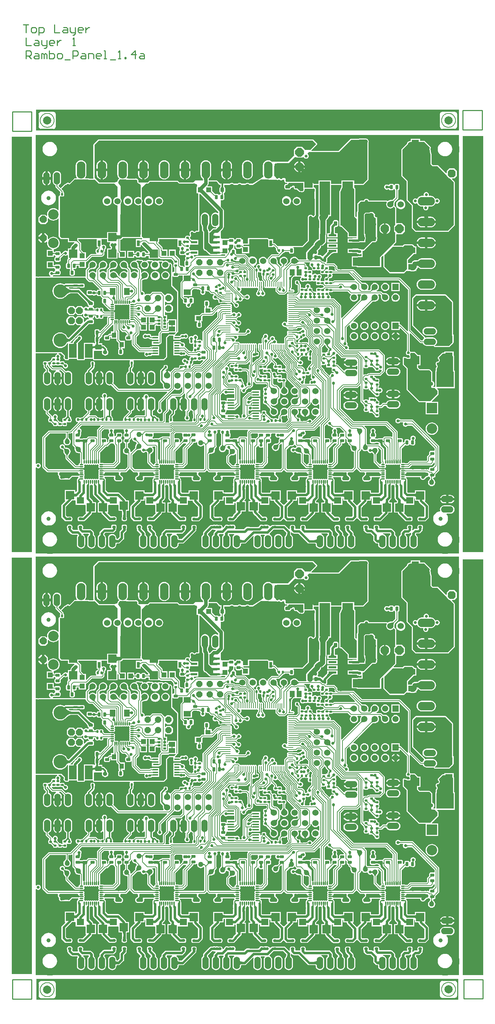
<source format=gtl>
G04 Layer_Physical_Order=1*
G04 Layer_Color=255*
%FSLAX25Y25*%
%MOIN*%
G70*
G01*
G75*
%ADD10C,0.00700*%
G04:AMPARAMS|DCode=11|XSize=78.74mil|YSize=78.74mil|CornerRadius=39.37mil|HoleSize=0mil|Usage=FLASHONLY|Rotation=90.000|XOffset=0mil|YOffset=0mil|HoleType=Round|Shape=RoundedRectangle|*
%AMROUNDEDRECTD11*
21,1,0.07874,0.00000,0,0,90.0*
21,1,0.00000,0.07874,0,0,90.0*
1,1,0.07874,0.00000,0.00000*
1,1,0.07874,0.00000,0.00000*
1,1,0.07874,0.00000,0.00000*
1,1,0.07874,0.00000,0.00000*
%
%ADD11ROUNDEDRECTD11*%
%ADD12C,0.01000*%
%ADD13C,0.06496*%
G04:AMPARAMS|DCode=14|XSize=21.65mil|YSize=23.62mil|CornerRadius=4.33mil|HoleSize=0mil|Usage=FLASHONLY|Rotation=0.000|XOffset=0mil|YOffset=0mil|HoleType=Round|Shape=RoundedRectangle|*
%AMROUNDEDRECTD14*
21,1,0.02165,0.01496,0,0,0.0*
21,1,0.01299,0.02362,0,0,0.0*
1,1,0.00866,0.00649,-0.00748*
1,1,0.00866,-0.00649,-0.00748*
1,1,0.00866,-0.00649,0.00748*
1,1,0.00866,0.00649,0.00748*
%
%ADD14ROUNDEDRECTD14*%
G04:AMPARAMS|DCode=15|XSize=29.13mil|YSize=39.37mil|CornerRadius=5.83mil|HoleSize=0mil|Usage=FLASHONLY|Rotation=90.000|XOffset=0mil|YOffset=0mil|HoleType=Round|Shape=RoundedRectangle|*
%AMROUNDEDRECTD15*
21,1,0.02913,0.02772,0,0,90.0*
21,1,0.01748,0.03937,0,0,90.0*
1,1,0.01165,0.01386,0.00874*
1,1,0.01165,0.01386,-0.00874*
1,1,0.01165,-0.01386,-0.00874*
1,1,0.01165,-0.01386,0.00874*
%
%ADD15ROUNDEDRECTD15*%
G04:AMPARAMS|DCode=16|XSize=29.13mil|YSize=39.37mil|CornerRadius=5.83mil|HoleSize=0mil|Usage=FLASHONLY|Rotation=180.000|XOffset=0mil|YOffset=0mil|HoleType=Round|Shape=RoundedRectangle|*
%AMROUNDEDRECTD16*
21,1,0.02913,0.02772,0,0,180.0*
21,1,0.01748,0.03937,0,0,180.0*
1,1,0.01165,-0.00874,0.01386*
1,1,0.01165,0.00874,0.01386*
1,1,0.01165,0.00874,-0.01386*
1,1,0.01165,-0.00874,-0.01386*
%
%ADD16ROUNDEDRECTD16*%
G04:AMPARAMS|DCode=17|XSize=21.26mil|YSize=23.62mil|CornerRadius=4.25mil|HoleSize=0mil|Usage=FLASHONLY|Rotation=90.000|XOffset=0mil|YOffset=0mil|HoleType=Round|Shape=RoundedRectangle|*
%AMROUNDEDRECTD17*
21,1,0.02126,0.01512,0,0,90.0*
21,1,0.01276,0.02362,0,0,90.0*
1,1,0.00850,0.00756,0.00638*
1,1,0.00850,0.00756,-0.00638*
1,1,0.00850,-0.00756,-0.00638*
1,1,0.00850,-0.00756,0.00638*
%
%ADD17ROUNDEDRECTD17*%
G04:AMPARAMS|DCode=18|XSize=21.26mil|YSize=23.62mil|CornerRadius=4.25mil|HoleSize=0mil|Usage=FLASHONLY|Rotation=180.000|XOffset=0mil|YOffset=0mil|HoleType=Round|Shape=RoundedRectangle|*
%AMROUNDEDRECTD18*
21,1,0.02126,0.01512,0,0,180.0*
21,1,0.01276,0.02362,0,0,180.0*
1,1,0.00850,-0.00638,0.00756*
1,1,0.00850,0.00638,0.00756*
1,1,0.00850,0.00638,-0.00756*
1,1,0.00850,-0.00638,-0.00756*
%
%ADD18ROUNDEDRECTD18*%
%ADD19R,0.06000X0.02400*%
G04:AMPARAMS|DCode=20|XSize=23.62mil|YSize=25.59mil|CornerRadius=5.91mil|HoleSize=0mil|Usage=FLASHONLY|Rotation=270.000|XOffset=0mil|YOffset=0mil|HoleType=Round|Shape=RoundedRectangle|*
%AMROUNDEDRECTD20*
21,1,0.02362,0.01378,0,0,270.0*
21,1,0.01181,0.02559,0,0,270.0*
1,1,0.01181,-0.00689,-0.00591*
1,1,0.01181,-0.00689,0.00591*
1,1,0.01181,0.00689,0.00591*
1,1,0.01181,0.00689,-0.00591*
%
%ADD20ROUNDEDRECTD20*%
G04:AMPARAMS|DCode=21|XSize=23.62mil|YSize=31.5mil|CornerRadius=5.91mil|HoleSize=0mil|Usage=FLASHONLY|Rotation=270.000|XOffset=0mil|YOffset=0mil|HoleType=Round|Shape=RoundedRectangle|*
%AMROUNDEDRECTD21*
21,1,0.02362,0.01969,0,0,270.0*
21,1,0.01181,0.03150,0,0,270.0*
1,1,0.01181,-0.00985,-0.00591*
1,1,0.01181,-0.00985,0.00591*
1,1,0.01181,0.00985,0.00591*
1,1,0.01181,0.00985,-0.00591*
%
%ADD21ROUNDEDRECTD21*%
%ADD22O,0.03543X0.01102*%
%ADD23O,0.01102X0.03543*%
%ADD24R,0.13386X0.13386*%
%ADD25R,0.10236X0.32283*%
%ADD26R,0.06693X0.04331*%
%ADD27R,0.04331X0.06693*%
G04:AMPARAMS|DCode=28|XSize=21.65mil|YSize=23.62mil|CornerRadius=4.33mil|HoleSize=0mil|Usage=FLASHONLY|Rotation=90.000|XOffset=0mil|YOffset=0mil|HoleType=Round|Shape=RoundedRectangle|*
%AMROUNDEDRECTD28*
21,1,0.02165,0.01496,0,0,90.0*
21,1,0.01299,0.02362,0,0,90.0*
1,1,0.00866,0.00748,0.00649*
1,1,0.00866,0.00748,-0.00649*
1,1,0.00866,-0.00748,-0.00649*
1,1,0.00866,-0.00748,0.00649*
%
%ADD28ROUNDEDRECTD28*%
G04:AMPARAMS|DCode=29|XSize=11.02mil|YSize=31.5mil|CornerRadius=4.41mil|HoleSize=0mil|Usage=FLASHONLY|Rotation=180.000|XOffset=0mil|YOffset=0mil|HoleType=Round|Shape=RoundedRectangle|*
%AMROUNDEDRECTD29*
21,1,0.01102,0.02268,0,0,180.0*
21,1,0.00220,0.03150,0,0,180.0*
1,1,0.00882,-0.00110,0.01134*
1,1,0.00882,0.00110,0.01134*
1,1,0.00882,0.00110,-0.01134*
1,1,0.00882,-0.00110,-0.01134*
%
%ADD29ROUNDEDRECTD29*%
G04:AMPARAMS|DCode=30|XSize=11.02mil|YSize=31.5mil|CornerRadius=4.41mil|HoleSize=0mil|Usage=FLASHONLY|Rotation=270.000|XOffset=0mil|YOffset=0mil|HoleType=Round|Shape=RoundedRectangle|*
%AMROUNDEDRECTD30*
21,1,0.01102,0.02268,0,0,270.0*
21,1,0.00220,0.03150,0,0,270.0*
1,1,0.00882,-0.01134,-0.00110*
1,1,0.00882,-0.01134,0.00110*
1,1,0.00882,0.01134,0.00110*
1,1,0.00882,0.01134,-0.00110*
%
%ADD30ROUNDEDRECTD30*%
%ADD31R,0.13642X0.13642*%
%ADD32R,0.07480X0.13386*%
%ADD33R,0.02559X0.01969*%
%ADD34R,0.07087X0.05512*%
%ADD35R,0.07098X0.06299*%
%ADD36R,0.16693X0.15000*%
%ADD37R,0.05118X0.04134*%
%ADD38R,0.12598X0.06299*%
%ADD39R,0.07000X0.38000*%
%ADD40R,0.04724X0.04724*%
%ADD41R,0.05000X0.01500*%
%ADD42R,0.05118X0.05906*%
%ADD43R,0.08400X0.11800*%
%ADD44R,0.07800X0.02200*%
G04:AMPARAMS|DCode=45|XSize=33.46mil|YSize=43.31mil|CornerRadius=6.69mil|HoleSize=0mil|Usage=FLASHONLY|Rotation=0.000|XOffset=0mil|YOffset=0mil|HoleType=Round|Shape=RoundedRectangle|*
%AMROUNDEDRECTD45*
21,1,0.03346,0.02993,0,0,0.0*
21,1,0.02008,0.04331,0,0,0.0*
1,1,0.01338,0.01004,-0.01496*
1,1,0.01338,-0.01004,-0.01496*
1,1,0.01338,-0.01004,0.01496*
1,1,0.01338,0.01004,0.01496*
%
%ADD45ROUNDEDRECTD45*%
%ADD46R,0.02362X0.02362*%
%ADD47C,0.06000*%
G04:AMPARAMS|DCode=48|XSize=33.46mil|YSize=43.31mil|CornerRadius=6.69mil|HoleSize=0mil|Usage=FLASHONLY|Rotation=270.000|XOffset=0mil|YOffset=0mil|HoleType=Round|Shape=RoundedRectangle|*
%AMROUNDEDRECTD48*
21,1,0.03346,0.02993,0,0,270.0*
21,1,0.02008,0.04331,0,0,270.0*
1,1,0.01338,-0.01496,-0.01004*
1,1,0.01338,-0.01496,0.01004*
1,1,0.01338,0.01496,0.01004*
1,1,0.01338,0.01496,-0.01004*
%
%ADD48ROUNDEDRECTD48*%
%ADD49R,0.05906X0.05118*%
%ADD50R,0.04724X0.04724*%
%ADD51R,0.05512X0.07087*%
%ADD52R,0.04134X0.05118*%
G04:AMPARAMS|DCode=53|XSize=39.37mil|YSize=39.37mil|CornerRadius=19.68mil|HoleSize=0mil|Usage=FLASHONLY|Rotation=0.000|XOffset=0mil|YOffset=0mil|HoleType=Round|Shape=RoundedRectangle|*
%AMROUNDEDRECTD53*
21,1,0.03937,0.00000,0,0,0.0*
21,1,0.00000,0.03937,0,0,0.0*
1,1,0.03937,0.00000,0.00000*
1,1,0.03937,0.00000,0.00000*
1,1,0.03937,0.00000,0.00000*
1,1,0.03937,0.00000,0.00000*
%
%ADD53ROUNDEDRECTD53*%
%ADD54R,0.06437X0.01732*%
%ADD55R,0.06300X0.04600*%
%ADD56R,0.03150X0.02362*%
%ADD57O,0.00984X0.05118*%
%ADD58O,0.05118X0.00984*%
%ADD59R,0.07087X0.05433*%
%ADD60R,0.07900X0.07900*%
%ADD61R,0.07874X0.07874*%
%ADD62R,0.07900X0.07900*%
%ADD63R,0.07874X0.07874*%
%ADD64R,0.02800X0.05600*%
%ADD65R,0.19700X0.17000*%
%ADD66C,0.01600*%
%ADD67C,0.00800*%
%ADD68C,0.03200*%
%ADD69C,0.00600*%
%ADD70C,0.02400*%
%ADD71C,0.01200*%
%ADD72C,0.02000*%
%ADD73C,0.06600*%
%ADD74C,0.05600*%
%ADD75C,0.08600*%
%ADD76C,0.05000*%
%ADD77C,0.00750*%
%ADD78C,0.04000*%
%ADD79C,0.03600*%
%ADD80C,0.02800*%
%ADD81C,0.01400*%
%ADD82C,0.02200*%
%ADD83C,0.12992*%
%ADD84P,0.07144X8X292.5*%
%ADD85P,0.06605X8X22.5*%
%ADD86O,0.06000X0.12000*%
%ADD87C,0.10000*%
%ADD88P,0.07577X8X292.5*%
%ADD89O,0.16500X0.08250*%
%ADD90C,0.08400*%
%ADD91P,0.09092X8X112.5*%
%ADD92P,0.08226X8X22.5*%
%ADD93O,0.08250X0.16500*%
%ADD94R,0.10000X0.10000*%
%ADD95O,0.12000X0.06000*%
%ADD96P,0.09092X8X22.5*%
%ADD97C,0.05000*%
%ADD98R,0.05905X0.05905*%
%ADD99C,0.05905*%
%ADD100C,0.02900*%
%ADD101C,0.03369*%
%ADD102C,0.03000*%
%ADD103C,0.03762*%
%ADD104C,0.04156*%
G36*
X433783Y838244D02*
X27136D01*
Y858224D01*
X433783D01*
Y838244D01*
D02*
G37*
G36*
X344144Y829244D02*
X345265D01*
X345744Y828285D01*
Y791145D01*
X341392Y786794D01*
X333035D01*
Y790285D01*
X320799D01*
Y786794D01*
X310988D01*
Y790285D01*
X298752D01*
Y786794D01*
X294395D01*
X292395Y788794D01*
X270145D01*
X266395Y792544D01*
X258645D01*
X256294Y794895D01*
Y804142D01*
X259145Y806994D01*
X270145D01*
X275895Y812744D01*
X277244D01*
X277794Y812194D01*
X282994D01*
X283544Y812744D01*
X284575D01*
X284586Y812688D01*
X285127Y811877D01*
X285938Y811336D01*
X286894Y811146D01*
X287850Y811336D01*
X288660Y811877D01*
X289201Y812688D01*
X289392Y813644D01*
X289201Y814600D01*
X288660Y815410D01*
X288329Y815631D01*
X288280Y816129D01*
X289645Y817494D01*
X318395D01*
X330105Y829203D01*
X330148Y829195D01*
X330394Y829244D01*
X342381D01*
X342382Y829382D01*
X342399Y829403D01*
X342452Y829422D01*
X342540Y829439D01*
X342664Y829453D01*
X343016Y829476D01*
X344144Y829494D01*
Y829244D01*
D02*
G37*
G36*
X296525Y825394D02*
X290725Y819594D01*
X285594D01*
Y819994D01*
X282994Y822594D01*
X277794D01*
X275194Y819994D01*
Y814794D01*
X275559Y814428D01*
X269475Y808344D01*
X253828D01*
X252978Y808995D01*
X251732Y809512D01*
X250394Y809688D01*
X249056Y809512D01*
X247809Y808995D01*
X246739Y808174D01*
X245917Y807103D01*
X245401Y805857D01*
X245224Y804519D01*
Y796269D01*
X245401Y794931D01*
X245715Y794171D01*
X244918Y793374D01*
X244685D01*
X243377Y792255D01*
X235636Y787094D01*
X232262D01*
X231748Y787489D01*
X231095Y787759D01*
X230394Y787851D01*
X229693Y787759D01*
X229040Y787489D01*
X228525Y787094D01*
X224762D01*
X224248Y787489D01*
X223594Y787759D01*
X222894Y787851D01*
X222193Y787759D01*
X221540Y787489D01*
X221025Y787094D01*
X217262D01*
X216747Y787489D01*
X216094Y787759D01*
X215394Y787851D01*
X214693Y787759D01*
X214040Y787489D01*
X213525Y787094D01*
X203698D01*
X201199Y790379D01*
X193413Y790355D01*
X193237Y790542D01*
X193084Y790854D01*
X193145Y791363D01*
X193240Y791856D01*
X193292Y792033D01*
X194049Y792614D01*
X194870Y793684D01*
X195387Y794931D01*
X195563Y796269D01*
Y804519D01*
X195387Y805857D01*
X194870Y807103D01*
X194049Y808174D01*
X192978Y808995D01*
X191732Y809512D01*
X190394Y809688D01*
X189056Y809512D01*
X187809Y808995D01*
X186739Y808174D01*
X185917Y807103D01*
X185401Y805857D01*
X185224Y804519D01*
Y796269D01*
X185401Y794931D01*
X185917Y793684D01*
X186739Y792614D01*
X187495Y792033D01*
X187547Y791856D01*
X187640Y791378D01*
X187700Y790706D01*
X187363Y790336D01*
X180195Y790314D01*
X178225Y788344D01*
X165062D01*
X163418Y789988D01*
X136050D01*
X134406Y788344D01*
X125992D01*
X125882Y788428D01*
X125621Y788777D01*
X125786Y789607D01*
X125596Y790563D01*
X125054Y791373D01*
X124244Y791915D01*
X123288Y792105D01*
X122332Y791915D01*
X122258Y791866D01*
X122163Y791961D01*
X118466Y792018D01*
X118032Y792105D01*
X117660Y792031D01*
X114181Y792085D01*
X114015Y792587D01*
X114049Y792614D01*
X114870Y793684D01*
X115387Y794931D01*
X115563Y796269D01*
Y804519D01*
X115387Y805857D01*
X114870Y807103D01*
X114049Y808174D01*
X112978Y808995D01*
X111732Y809512D01*
X110394Y809688D01*
X109056Y809512D01*
X107809Y808995D01*
X106738Y808174D01*
X105917Y807103D01*
X105401Y805857D01*
X105225Y804519D01*
Y796269D01*
X105401Y794931D01*
X105917Y793684D01*
X106738Y792614D01*
X107044Y792379D01*
X106943Y791826D01*
X106265Y791373D01*
X105724Y790563D01*
X105534Y789607D01*
X105587Y789341D01*
X102425Y788275D01*
X88025D01*
X83344Y792956D01*
Y824475D01*
X87562Y828694D01*
X293225D01*
X296525Y825394D01*
D02*
G37*
G36*
X193282Y793648D02*
X193012Y793515D01*
X192773Y793293D01*
X192566Y792983D01*
X192391Y792584D01*
X192248Y792097D01*
X192137Y791521D01*
X192057Y790856D01*
X192010Y790102D01*
X191994Y789260D01*
X188794D01*
X188778Y790102D01*
X188651Y791521D01*
X188539Y792097D01*
X188396Y792584D01*
X188221Y792983D01*
X188014Y793293D01*
X187776Y793515D01*
X187505Y793648D01*
X187203Y793692D01*
X193584D01*
X193282Y793648D01*
D02*
G37*
G36*
X258110Y791038D02*
X258338Y790886D01*
X259294Y790696D01*
X260250Y790886D01*
X260456Y791024D01*
X261290Y791019D01*
X261938Y790586D01*
X262894Y790396D01*
X263850Y790586D01*
X264469Y790999D01*
X265644Y790992D01*
X265946Y790690D01*
Y789540D01*
X266075Y788889D01*
X266444Y788337D01*
X266996Y787968D01*
X267647Y787838D01*
X268518D01*
X268725Y787338D01*
X268337Y786949D01*
X267647D01*
X266996Y786820D01*
X266444Y786451D01*
X266075Y785899D01*
X265946Y785248D01*
Y783240D01*
X266075Y782589D01*
X266444Y782036D01*
X266996Y781668D01*
X267647Y781538D01*
X270640D01*
X271291Y781668D01*
X271843Y782036D01*
X272212Y782589D01*
X272342Y783240D01*
Y783271D01*
X272394D01*
X273072Y783361D01*
X273705Y783623D01*
X274248Y784039D01*
X274446Y784297D01*
X274945Y784127D01*
Y783240D01*
X275075Y782589D01*
X275444Y782036D01*
X275996Y781668D01*
X276647Y781538D01*
X277894D01*
X277918Y781524D01*
X278123Y781382D01*
X278932Y780683D01*
X279806Y779810D01*
X280533Y779323D01*
X281392Y779153D01*
X281841D01*
X281938Y779088D01*
X282894Y778898D01*
X283850Y779088D01*
X284660Y779629D01*
X285202Y780440D01*
X285392Y781396D01*
X285283Y781944D01*
X285600Y782331D01*
X294081D01*
Y782664D01*
X294581Y782714D01*
X294586Y782688D01*
X294994Y782078D01*
X294975Y777097D01*
X294994Y768144D01*
Y756895D01*
X293920Y755822D01*
X293520Y755901D01*
X293385Y755994D01*
X292998Y756498D01*
X292455Y756915D01*
X291822Y757177D01*
X291144Y757266D01*
X290465Y757177D01*
X289832Y756915D01*
X289289Y756498D01*
X288873Y755955D01*
X288611Y755322D01*
X288521Y754644D01*
Y750423D01*
X288494Y750395D01*
Y740394D01*
Y732645D01*
X283142Y727294D01*
X259512D01*
X257153Y729653D01*
X256690Y729962D01*
X256144Y730071D01*
X256144Y730071D01*
X255294D01*
Y733760D01*
X251179D01*
X250145Y734794D01*
X231267D01*
X230017Y733544D01*
X224873D01*
X224770Y734062D01*
X224421Y734586D01*
X223897Y734935D01*
X223280Y735058D01*
X220508D01*
X219890Y734935D01*
X219367Y734586D01*
X219017Y734062D01*
X218914Y733544D01*
X217874D01*
X217770Y734062D01*
X217421Y734586D01*
X216897Y734935D01*
X216280Y735058D01*
X213508D01*
X212890Y734935D01*
X212367Y734586D01*
X212035Y734090D01*
X211096D01*
X211062Y734097D01*
X211057Y734096D01*
X211053Y734097D01*
X211013Y734090D01*
X205849D01*
X204794Y735145D01*
Y741585D01*
X206898Y743689D01*
X206898Y743689D01*
X207315Y744233D01*
X207577Y744865D01*
X207666Y745544D01*
X207666Y745544D01*
Y761110D01*
X207577Y761788D01*
X207315Y762421D01*
X206898Y762964D01*
X206898Y762964D01*
X204794Y765068D01*
Y771269D01*
X204947Y771394D01*
X206695D01*
X207312Y771517D01*
X207836Y771867D01*
X208185Y772390D01*
X208308Y773008D01*
Y775780D01*
X208185Y776397D01*
X207836Y776921D01*
X207722Y776996D01*
X207721Y777008D01*
Y778030D01*
X207949Y778075D01*
X208501Y778444D01*
X208870Y778996D01*
X208999Y779647D01*
Y782640D01*
X208870Y783291D01*
X208662Y783602D01*
X208656Y783621D01*
X208629Y783651D01*
X208501Y783843D01*
X208408Y783906D01*
X208395Y783921D01*
X208321Y783978D01*
X208302Y783997D01*
X208278Y784029D01*
X208249Y784079D01*
X208218Y784151D01*
X208186Y784249D01*
X208157Y784375D01*
X208134Y784527D01*
X208129Y784587D01*
Y786074D01*
X213525D01*
X213656Y786100D01*
X213789Y786109D01*
X213849Y786139D01*
X213915Y786152D01*
X214026Y786226D01*
X214146Y786285D01*
X214554Y786598D01*
X214959Y786766D01*
X215394Y786823D01*
X215828Y786766D01*
X216233Y786598D01*
X216641Y786285D01*
X216761Y786226D01*
X216872Y786152D01*
X216938Y786139D01*
X216998Y786109D01*
X217131Y786100D01*
X217262Y786074D01*
X221025D01*
X221156Y786100D01*
X221289Y786109D01*
X221349Y786139D01*
X221415Y786152D01*
X221526Y786226D01*
X221646Y786285D01*
X222054Y786598D01*
X222459Y786766D01*
X222894Y786823D01*
X223328Y786766D01*
X223733Y786598D01*
X224142Y786285D01*
X224261Y786226D01*
X224372Y786152D01*
X224438Y786139D01*
X224498Y786109D01*
X224631Y786100D01*
X224762Y786074D01*
X228525D01*
X228656Y786100D01*
X228789Y786109D01*
X228849Y786139D01*
X228915Y786152D01*
X229026Y786226D01*
X229146Y786285D01*
X229554Y786598D01*
X229959Y786766D01*
X230394Y786823D01*
X230828Y786766D01*
X231233Y786598D01*
X231642Y786285D01*
X231761Y786226D01*
X231872Y786152D01*
X231938Y786139D01*
X231998Y786109D01*
X232131Y786100D01*
X232262Y786074D01*
X235636D01*
X235734Y786094D01*
X235834Y786094D01*
X235927Y786132D01*
X236026Y786152D01*
X236109Y786207D01*
X236202Y786245D01*
X243525Y791127D01*
X258110Y791038D01*
D02*
G37*
G36*
X47990Y786391D02*
X47923Y786365D01*
X47863Y786320D01*
X47811Y786257D01*
X47768Y786177D01*
X47732Y786078D01*
X47704Y785962D01*
X47685Y785828D01*
X47673Y785676D01*
X47669Y785506D01*
X46869D01*
X46865Y785676D01*
X46853Y785828D01*
X46833Y785962D01*
X46805Y786078D01*
X46770Y786177D01*
X46726Y786257D01*
X46674Y786320D01*
X46615Y786365D01*
X46547Y786391D01*
X46472Y786400D01*
X48065D01*
X47990Y786391D01*
D02*
G37*
G36*
X367315Y782296D02*
X367299Y782448D01*
X367249Y782583D01*
X367166Y782703D01*
X367051Y782806D01*
X366902Y782894D01*
X366720Y782966D01*
X366505Y783022D01*
X366257Y783062D01*
X366103Y783075D01*
X365906Y783059D01*
X365795Y783040D01*
X365697Y783016D01*
X365612Y782988D01*
X365538Y782956D01*
X365478Y782920D01*
X365429Y782879D01*
Y784909D01*
X365478Y784868D01*
X365538Y784831D01*
X365612Y784799D01*
X365697Y784771D01*
X365795Y784748D01*
X365906Y784728D01*
X366081Y784711D01*
X366257Y784726D01*
X366505Y784765D01*
X366720Y784821D01*
X366902Y784893D01*
X367051Y784981D01*
X367166Y785085D01*
X367249Y785204D01*
X367299Y785340D01*
X367315Y785491D01*
Y782296D01*
D02*
G37*
G36*
X164341Y787623D02*
X164672Y787402D01*
X165062Y787324D01*
X178225D01*
X178615Y787402D01*
X178946Y787623D01*
X179104Y787780D01*
X181462Y785422D01*
X181853Y785006D01*
X181725Y784506D01*
X181648D01*
Y783462D01*
X181643Y783422D01*
X181648Y783403D01*
Y777782D01*
X182796D01*
X182834Y777774D01*
X183294Y777532D01*
Y742035D01*
X182950Y741852D01*
X182794Y741813D01*
X181894Y741992D01*
X180938Y741802D01*
X180127Y741260D01*
X179844Y740836D01*
X179243D01*
X178960Y741260D01*
X178150Y741802D01*
X177194Y741992D01*
X176238Y741802D01*
X175427Y741260D01*
X174886Y740450D01*
X174696Y739494D01*
X174886Y738538D01*
X175118Y738190D01*
X175067Y738094D01*
X175067D01*
Y736916D01*
X174632Y736768D01*
X174567Y736756D01*
X174106Y737064D01*
X173549Y737175D01*
X172038D01*
X171482Y737064D01*
X171010Y736749D01*
X170695Y736278D01*
X170585Y735721D01*
Y734994D01*
X130228D01*
X128744Y736478D01*
Y738194D01*
X128786Y738257D01*
X128863Y738647D01*
Y766679D01*
X128861Y766692D01*
X128863Y766705D01*
X128822Y766886D01*
X128786Y767069D01*
X128779Y767080D01*
X128776Y767093D01*
X128744Y767138D01*
Y768189D01*
X128888Y768376D01*
X129291Y769349D01*
X129428Y770394D01*
X129291Y771438D01*
X128888Y772411D01*
X128744Y772599D01*
Y773649D01*
X128776Y773695D01*
X128779Y773707D01*
X128786Y773718D01*
X128822Y773901D01*
X128863Y774083D01*
X128861Y774096D01*
X128863Y774108D01*
Y783179D01*
X129428Y783744D01*
X129428D01*
X129379Y783862D01*
X132841Y787324D01*
X134406D01*
X134796Y787402D01*
X135127Y787623D01*
X136472Y788968D01*
X162996D01*
X164341Y787623D01*
D02*
G37*
G36*
X207101Y784650D02*
X207121Y784408D01*
X207155Y784184D01*
X207202Y783978D01*
X207263Y783789D01*
X207338Y783618D01*
X207426Y783466D01*
X207527Y783331D01*
X207643Y783213D01*
X207771Y783114D01*
X204816D01*
X204945Y783213D01*
X205060Y783331D01*
X205162Y783466D01*
X205250Y783618D01*
X205324Y783789D01*
X205385Y783978D01*
X205433Y784184D01*
X205467Y784408D01*
X205487Y784650D01*
X205494Y784910D01*
X207094D01*
X207101Y784650D01*
D02*
G37*
G36*
X374795Y781930D02*
X374727Y781906D01*
X374667Y781865D01*
X374615Y781808D01*
X374571Y781735D01*
X374535Y781646D01*
X374507Y781540D01*
X374487Y781418D01*
X374475Y781280D01*
X374471Y781126D01*
X373671D01*
X373667Y781280D01*
X373655Y781418D01*
X373635Y781540D01*
X373607Y781646D01*
X373571Y781735D01*
X373527Y781808D01*
X373475Y781865D01*
X373415Y781906D01*
X373347Y781930D01*
X373271Y781938D01*
X374871D01*
X374795Y781930D01*
D02*
G37*
G36*
X284207Y782331D02*
X284207Y782331D01*
X284268Y781844D01*
X284283Y781796D01*
Y781745D01*
X284352Y781396D01*
X284241Y780838D01*
X283925Y780364D01*
X283452Y780048D01*
X282894Y779937D01*
X282285Y780058D01*
X282231Y780095D01*
X282133Y780114D01*
X282040Y780153D01*
X281939D01*
X281841Y780172D01*
X281492D01*
X280931Y780284D01*
X280455Y780602D01*
X279653Y781404D01*
X279622Y781425D01*
X279599Y781455D01*
X278789Y782154D01*
X278742Y782180D01*
X278705Y782219D01*
X278500Y782361D01*
X278461Y782378D01*
X278428Y782407D01*
X278405Y782421D01*
X278341Y782442D01*
X278285Y782480D01*
X278181Y782501D01*
X278136Y782520D01*
X278110Y782521D01*
X278028Y782549D01*
X277961Y782544D01*
X277894Y782558D01*
X276748D01*
X276394Y782628D01*
X276179Y782772D01*
X276035Y782986D01*
X275965Y783340D01*
Y784127D01*
X275958Y784160D01*
X275963Y784194D01*
X275920Y784354D01*
X275887Y784517D01*
X275869Y784545D01*
X275860Y784578D01*
X275759Y784710D01*
X275666Y784848D01*
X275638Y784867D01*
X275618Y784894D01*
X275474Y784977D01*
X275336Y785069D01*
X275303Y785076D01*
X275273Y785092D01*
X274773Y785262D01*
X274740Y785267D01*
X274709Y785282D01*
X274543Y785292D01*
X274379Y785314D01*
X274346Y785305D01*
X274312Y785308D01*
X274155Y785254D01*
X273994Y785211D01*
X273968Y785190D01*
X273936Y785180D01*
X273811Y785070D01*
X273679Y784969D01*
X273662Y784940D01*
X273637Y784917D01*
X273521Y784766D01*
X273191Y784513D01*
X272806Y784354D01*
X272261Y784282D01*
X272208Y784264D01*
X271952Y784213D01*
X271621Y783992D01*
X271502Y783814D01*
X271494Y783806D01*
X271490Y783796D01*
X271400Y783661D01*
X271368Y783503D01*
X271342Y783439D01*
X271252Y782986D01*
X271108Y782772D01*
X270894Y782628D01*
X270540Y782558D01*
X267748D01*
X267394Y782628D01*
X267179Y782772D01*
X267036Y782986D01*
X266965Y783340D01*
Y785147D01*
X267036Y785501D01*
X267179Y785716D01*
X267394Y785859D01*
X267748Y785930D01*
X268337D01*
X268727Y786007D01*
X269058Y786228D01*
X269446Y786617D01*
X269667Y786948D01*
X269707Y787148D01*
X269900Y787446D01*
X270372Y787774D01*
X284207D01*
Y782331D01*
D02*
G37*
G36*
X195588Y779974D02*
X195569Y779896D01*
X195572Y779808D01*
X195596Y779710D01*
X195642Y779602D01*
X195710Y779484D01*
X195798Y779356D01*
X195908Y779217D01*
X196040Y779069D01*
X196193Y778910D01*
X195744Y778228D01*
X195574Y778392D01*
X195273Y778648D01*
X195141Y778740D01*
X195022Y778808D01*
X194915Y778853D01*
X194821Y778874D01*
X194739Y778871D01*
X194669Y778844D01*
X194612Y778794D01*
X195628Y780041D01*
X195588Y779974D01*
D02*
G37*
G36*
X206828Y780531D02*
X206800Y780456D01*
X206775Y780353D01*
X206753Y780222D01*
X206720Y779877D01*
X206695Y779149D01*
X206695Y778989D01*
X207094D01*
X207018Y778981D01*
X206950Y778957D01*
X206890Y778916D01*
X206838Y778859D01*
X206794Y778786D01*
X206758Y778697D01*
X206730Y778591D01*
X206710Y778470D01*
X206698Y778332D01*
X206694Y778177D01*
X205894D01*
X205890Y778332D01*
X205878Y778470D01*
X205858Y778591D01*
X205830Y778697D01*
X205794Y778786D01*
X205750Y778859D01*
X205698Y778916D01*
X205638Y778957D01*
X205570Y778981D01*
X205494Y778989D01*
X205893D01*
X205892Y779149D01*
X205812Y780353D01*
X205787Y780456D01*
X205759Y780531D01*
X205728Y780578D01*
X206860D01*
X206828Y780531D01*
D02*
G37*
G36*
X52568Y778811D02*
X52580Y778668D01*
X52600Y778542D01*
X52627Y778432D01*
X52663Y778340D01*
X52707Y778264D01*
X52759Y778205D01*
X52818Y778163D01*
X52886Y778138D01*
X52961Y778129D01*
X51366D01*
X51442Y778138D01*
X51509Y778163D01*
X51569Y778205D01*
X51621Y778264D01*
X51664Y778340D01*
X51700Y778432D01*
X51728Y778542D01*
X51748Y778668D01*
X51760Y778811D01*
X51764Y778971D01*
X52564D01*
X52568Y778811D01*
D02*
G37*
G36*
X189622Y784360D02*
X188963Y783677D01*
X187931Y782466D01*
X187560Y781937D01*
X187369Y781606D01*
X187631Y781147D01*
X187993Y780626D01*
X188446Y780061D01*
X189622Y778794D01*
X187360Y776531D01*
X186704Y777165D01*
X185527Y778160D01*
X185006Y778522D01*
X184531Y778794D01*
X184101Y778975D01*
X183717Y779065D01*
X183377D01*
X183083Y778975D01*
X182834Y778794D01*
X185397Y781357D01*
X182660Y783494D01*
X182981Y783516D01*
X183316Y783584D01*
X183665Y783697D01*
X184027Y783856D01*
X184404Y784059D01*
X184794Y784308D01*
X185198Y784602D01*
X185616Y784942D01*
X186494Y785756D01*
X189622Y784360D01*
D02*
G37*
G36*
X202887Y786477D02*
X202939Y786431D01*
X202977Y786373D01*
X203086Y786300D01*
X203185Y786213D01*
X203250Y786190D01*
X203308Y786152D01*
X203437Y786126D01*
X203561Y786083D01*
X203630Y786088D01*
X203698Y786074D01*
X204458D01*
Y784587D01*
X204453Y784527D01*
X204430Y784375D01*
X204401Y784249D01*
X204370Y784151D01*
X204338Y784078D01*
X204309Y784029D01*
X204286Y783997D01*
X204266Y783978D01*
X204193Y783921D01*
X204180Y783906D01*
X204086Y783843D01*
X203958Y783651D01*
X203931Y783621D01*
X203925Y783602D01*
X203718Y783291D01*
X203588Y782640D01*
Y779647D01*
X203718Y778996D01*
X204086Y778444D01*
X204639Y778075D01*
X204713Y778060D01*
Y777347D01*
X204329Y777270D01*
X203806Y776921D01*
X203525Y776500D01*
X203144Y776443D01*
X202763Y776500D01*
X202482Y776921D01*
X201958Y777270D01*
X201341Y777393D01*
X199593D01*
X199463Y777367D01*
X199194Y777421D01*
X199194Y777421D01*
X199135D01*
X196741Y779815D01*
X196689Y779873D01*
X196640Y779936D01*
Y780121D01*
X196642Y780145D01*
X196640Y780153D01*
Y784199D01*
X196548Y784108D01*
X196433Y784220D01*
X196123Y784484D01*
X196093Y784506D01*
X192129D01*
X191861Y785152D01*
X192248Y785539D01*
X192248Y785539D01*
X192665Y786083D01*
X192927Y786715D01*
X193016Y787394D01*
X193016Y787394D01*
Y788700D01*
X193025Y788732D01*
X193270Y789146D01*
X193416Y789335D01*
X200695Y789358D01*
X202887Y786477D01*
D02*
G37*
G36*
X206698Y776984D02*
X206730Y776682D01*
X206757Y776558D01*
X206793Y776452D01*
X206836Y776364D01*
X206887Y776293D01*
X206946Y776241D01*
X207013Y776206D01*
X207087Y776189D01*
X205494Y776349D01*
X205570Y776350D01*
X205638Y776369D01*
X205698Y776406D01*
X205750Y776460D01*
X205794Y776532D01*
X205830Y776622D01*
X205858Y776730D01*
X205878Y776856D01*
X205890Y777000D01*
X205894Y777161D01*
X206695D01*
X206698Y776984D01*
D02*
G37*
G36*
X198721Y776393D02*
X199344Y776356D01*
X199374Y776345D01*
X199382Y776332D01*
X199370Y776317D01*
X199023Y775484D01*
X199027Y775505D01*
X199019Y775523D01*
X198999Y775540D01*
X198968Y775554D01*
X198926Y775566D01*
X198872Y775576D01*
X198807Y775584D01*
X198643Y775593D01*
X198544Y775594D01*
Y776394D01*
X198721Y776393D01*
D02*
G37*
G36*
X69643Y791198D02*
X70394Y791100D01*
X71023Y791182D01*
X83824Y791034D01*
X87304Y787554D01*
X87635Y787333D01*
X88025Y787255D01*
X102348D01*
X102628Y786975D01*
X102665D01*
X105331Y784309D01*
Y774420D01*
X104350Y774291D01*
X103376Y773888D01*
X102541Y773246D01*
X101900Y772411D01*
X101497Y771438D01*
X101359Y770394D01*
X101497Y769349D01*
X101900Y768376D01*
X102541Y767541D01*
X103376Y766900D01*
X104350Y766497D01*
X105331Y766367D01*
Y740705D01*
X95457D01*
Y734994D01*
X51478D01*
X49994Y736478D01*
Y774810D01*
X50451Y775145D01*
X50638Y775108D01*
X50955Y774896D01*
X51514Y774785D01*
X52813D01*
X53372Y774896D01*
X53846Y775213D01*
X54163Y775687D01*
X54274Y776246D01*
Y777742D01*
X54163Y778301D01*
X53846Y778775D01*
X53591Y778945D01*
Y779624D01*
X53591Y779624D01*
X53483Y780170D01*
X53173Y780633D01*
X53173Y780633D01*
X51620Y782186D01*
X55228Y785794D01*
X58978D01*
X64443Y791259D01*
X69643Y791198D01*
D02*
G37*
G36*
X108843Y791364D02*
X109056Y791276D01*
X110394Y791100D01*
X111732Y791276D01*
X111915Y791352D01*
X113493Y791345D01*
X113589Y791278D01*
X113723Y791174D01*
X113752Y791166D01*
X113776Y791149D01*
X113943Y791113D01*
X114107Y791068D01*
X114136Y791072D01*
X114165Y791065D01*
X117644Y791011D01*
X117751Y791031D01*
X117859D01*
X118032Y791065D01*
X118268Y791018D01*
X118360D01*
X118450Y790999D01*
X121835Y790946D01*
X121869Y790924D01*
X121967Y790904D01*
X122060Y790866D01*
X122160Y790866D01*
X122259Y790846D01*
X122357Y790866D01*
X122457Y790866D01*
X122478Y790874D01*
X124616Y788841D01*
X124621Y788750D01*
Y788578D01*
X124632Y788552D01*
X124633Y788524D01*
X124707Y788369D01*
X124773Y788211D01*
X124793Y788191D01*
X124805Y788165D01*
X125067Y787816D01*
X125168Y787726D01*
X125258Y787623D01*
X125367Y787538D01*
X125489Y787477D01*
X125601Y787402D01*
X125665Y787389D01*
X125723Y787360D01*
X125858Y787351D01*
X125992Y787324D01*
X126210D01*
X127844Y785770D01*
Y774108D01*
X127344Y773916D01*
X126438Y774291D01*
X125394Y774428D01*
X124349Y774291D01*
X123376Y773888D01*
X122541Y773246D01*
X121900Y772411D01*
X121497Y771438D01*
X121359Y770394D01*
X121497Y769349D01*
X121900Y768376D01*
X122541Y767541D01*
X123376Y766900D01*
X124349Y766497D01*
X125394Y766359D01*
X126438Y766497D01*
X127344Y766872D01*
X127844Y766679D01*
Y738647D01*
X127546Y738349D01*
Y736766D01*
X125963D01*
X125891Y736694D01*
X110291D01*
X110219Y736766D01*
X110151D01*
X110079Y736568D01*
X110010Y736338D01*
X109897Y735829D01*
X109853Y735550D01*
X108825Y736578D01*
X108560Y736625D01*
X108651Y736726D01*
X108662Y736741D01*
X108637Y736766D01*
X108281D01*
Y737122D01*
X108050Y737353D01*
X108281Y737389D01*
Y757566D01*
X108338D01*
Y767660D01*
X108888Y768376D01*
X109291Y769349D01*
X109428Y770394D01*
X109291Y771438D01*
X108888Y772411D01*
X108338Y773128D01*
Y784685D01*
X106026Y787924D01*
X106027Y788106D01*
X106153Y788494D01*
X106200Y788541D01*
X106257Y788574D01*
X106339Y788680D01*
X106434Y788775D01*
X106460Y788836D01*
X106500Y788889D01*
X106535Y789018D01*
X106587Y789143D01*
Y789209D01*
X106604Y789273D01*
X106587Y789406D01*
Y789540D01*
X106573Y789607D01*
X106684Y790165D01*
X107000Y790638D01*
X107510Y790978D01*
X107516Y790984D01*
X107524Y790988D01*
X107656Y791125D01*
X107791Y791260D01*
X107794Y791268D01*
X107800Y791274D01*
X107838Y791368D01*
X108843Y791364D01*
D02*
G37*
G36*
X371552Y770486D02*
X371422Y770333D01*
X371307Y770145D01*
X371206Y769924D01*
X371119Y769669D01*
X371046Y769380D01*
X370987Y769056D01*
X370943Y768699D01*
X370896Y767883D01*
X370894Y767424D01*
X367924Y770394D01*
X368383Y770396D01*
X369199Y770443D01*
X369556Y770487D01*
X369880Y770546D01*
X370169Y770619D01*
X370424Y770706D01*
X370645Y770807D01*
X370833Y770922D01*
X370986Y771052D01*
X371552Y770486D01*
D02*
G37*
G36*
X186019Y776408D02*
X186528Y775917D01*
X202421Y760023D01*
Y759096D01*
X201793Y758786D01*
X201661Y758888D01*
X200688Y759291D01*
X199644Y759428D01*
X198600Y759291D01*
X197626Y758888D01*
X196791Y758247D01*
X196150Y757411D01*
X195747Y756438D01*
X195609Y755394D01*
Y749394D01*
X195747Y748350D01*
X196150Y747376D01*
X196791Y746541D01*
X197626Y745900D01*
X198600Y745497D01*
X199644Y745359D01*
X200239Y745437D01*
X200566Y744774D01*
X200107Y744316D01*
X198294D01*
X198294Y744316D01*
X197615Y744227D01*
X196983Y743965D01*
X196439Y743548D01*
X196439Y743548D01*
X194139Y741248D01*
X194118Y741220D01*
X193418Y741458D01*
Y741994D01*
X193322Y742725D01*
X193040Y743406D01*
X192591Y743991D01*
X192483Y744099D01*
X192546Y745006D01*
X192606Y745461D01*
X192786Y746356D01*
X192894Y746739D01*
X193021Y747107D01*
X193126Y747362D01*
X193138Y747376D01*
X193196Y747516D01*
X193333Y747795D01*
X193341Y747827D01*
X193360Y747855D01*
X193382Y747965D01*
X193541Y748350D01*
X193678Y749394D01*
Y755394D01*
X193541Y756438D01*
X193138Y757411D01*
X192497Y758247D01*
X191661Y758888D01*
X190688Y759291D01*
X189644Y759428D01*
X188600Y759291D01*
X187626Y758888D01*
X186791Y758247D01*
X186150Y757411D01*
X185747Y756438D01*
X185609Y755394D01*
Y749394D01*
X185747Y748350D01*
X185906Y747965D01*
X185928Y747855D01*
X185946Y747827D01*
X185955Y747795D01*
X186092Y747516D01*
X186150Y747376D01*
X186161Y747362D01*
X186266Y747107D01*
X186393Y746739D01*
X186501Y746356D01*
X186681Y745461D01*
X186741Y745006D01*
X186815Y743953D01*
X186820Y743675D01*
Y742944D01*
X186916Y742213D01*
X187198Y741532D01*
X187647Y740947D01*
X187769Y740824D01*
Y725494D01*
X187842Y724946D01*
X187866Y724763D01*
X188148Y724082D01*
X188597Y723497D01*
X189182Y723048D01*
X189863Y722766D01*
X190046Y722742D01*
X190122Y722732D01*
X191680Y721235D01*
X193608Y719308D01*
X194335Y718821D01*
X195194Y718651D01*
X200794D01*
X201010Y718694D01*
X204794D01*
Y718707D01*
X205332Y719098D01*
X206299D01*
X206336Y719090D01*
X206376Y719098D01*
X206437D01*
X206455Y719096D01*
X206460Y719098D01*
X208820D01*
X209087Y718451D01*
X208457Y717821D01*
X181294D01*
X181294Y717821D01*
X180747Y717712D01*
X180284Y717403D01*
X179917Y717036D01*
X179158Y717267D01*
X179102Y717550D01*
X178805Y717994D01*
X179179Y718694D01*
X183067D01*
Y719220D01*
Y723094D01*
X182894D01*
D01*
X175617D01*
X175067Y723094D01*
X175003Y723767D01*
Y724142D01*
X174892Y724698D01*
X174577Y725169D01*
Y725618D01*
X174892Y726090D01*
X175003Y726646D01*
Y727921D01*
X174981Y728029D01*
X175525Y728694D01*
X183067D01*
Y733094D01*
X176884D01*
X176847Y733098D01*
X176831Y733094D01*
X176819D01*
X176702Y733193D01*
X175117Y734779D01*
X175003Y734902D01*
Y735721D01*
X175457Y735974D01*
X175596Y736066D01*
X175740Y736150D01*
X175760Y736176D01*
X175788Y736195D01*
X175880Y736333D01*
X175982Y736466D01*
X175990Y736498D01*
X176009Y736526D01*
X176041Y736689D01*
X176084Y736850D01*
X176080Y736883D01*
X176086Y736916D01*
Y737914D01*
X176118Y737991D01*
Y738041D01*
X176133Y738090D01*
X176133Y738094D01*
X176118Y738239D01*
Y738389D01*
X176099Y738436D01*
X176094Y738486D01*
X176023Y738618D01*
X175966Y738756D01*
X175846Y738936D01*
X175735Y739494D01*
X175815Y739895D01*
X175846Y740052D01*
X176162Y740525D01*
X176636Y740841D01*
X177194Y740952D01*
X177752Y740841D01*
X178225Y740525D01*
X178395Y740270D01*
X178466Y740199D01*
D01*
X178522Y740116D01*
X178605Y740060D01*
X178677Y739989D01*
X178769Y739950D01*
X178853Y739895D01*
X178951Y739875D01*
X179044Y739837D01*
X179145D01*
X179243Y739817D01*
X179844D01*
X179943Y739837D01*
X180043D01*
X180136Y739875D01*
X180235Y739895D01*
X180318Y739950D01*
X180411Y739989D01*
X180482Y740060D01*
X180565Y740116D01*
X180621Y740199D01*
X180692Y740270D01*
X180862Y740525D01*
X181336Y740841D01*
X181894Y740952D01*
X182595Y740813D01*
X182619D01*
X182642Y740804D01*
X182817Y740813D01*
X182993D01*
X183015Y740822D01*
X183040Y740823D01*
X183196Y740862D01*
X183310Y740916D01*
X183431Y740952D01*
X183774Y741136D01*
X183890Y741231D01*
X184015Y741314D01*
X184043Y741356D01*
X184082Y741388D01*
X184152Y741520D01*
X184236Y741645D01*
X184246Y741695D01*
X184269Y741739D01*
X184284Y741888D01*
X184313Y742035D01*
Y776910D01*
X184669Y777175D01*
X185013Y777259D01*
X186019Y776408D01*
D02*
G37*
G36*
X298752Y785294D02*
Y756014D01*
X298610Y755672D01*
X298463Y754550D01*
X298610Y753427D01*
X299044Y752381D01*
X299149Y752244D01*
X299254Y751693D01*
X299354Y751485D01*
X299340Y749415D01*
X299340Y749414D01*
X299340Y749413D01*
X299274Y739485D01*
X299200Y739307D01*
X299080Y738394D01*
Y734058D01*
X298904Y734035D01*
X298053Y733682D01*
X297322Y733121D01*
X295135Y730934D01*
X294574Y730203D01*
X294221Y729352D01*
X294151Y728819D01*
X289722Y724390D01*
X287897Y722565D01*
X287336Y721834D01*
X287244Y721610D01*
D01*
X286984Y720982D01*
X286863Y720069D01*
Y716394D01*
X286984Y715480D01*
X287258Y714819D01*
X286931Y714119D01*
X280179D01*
X280123Y714134D01*
X280014Y714179D01*
X279863Y714261D01*
X279676Y714384D01*
X279477Y714535D01*
X278650Y715299D01*
X278347Y715621D01*
X278339Y715626D01*
X278246Y715746D01*
X277411Y716388D01*
X276438Y716791D01*
X275394Y716928D01*
X274349Y716791D01*
X273376Y716388D01*
X272541Y715746D01*
X271900Y714911D01*
X271497Y713938D01*
X271359Y712894D01*
X271466Y712081D01*
X271465Y712052D01*
X271468Y712044D01*
X271468Y712036D01*
X271468Y712034D01*
X271449Y712022D01*
X271426Y712001D01*
X271414Y711993D01*
X271380Y711959D01*
X271335Y711917D01*
X271206Y711831D01*
X267417Y708041D01*
X267151Y708098D01*
X266766Y708568D01*
X266745Y708869D01*
X266768Y708919D01*
X266802Y708972D01*
X266850Y709033D01*
X266918Y709101D01*
X267010Y709176D01*
X267127Y709256D01*
X267290Y709349D01*
X267411Y709400D01*
X268247Y710041D01*
X268888Y710876D01*
X269291Y711849D01*
X269428Y712894D01*
X269291Y713938D01*
X268888Y714911D01*
X268247Y715746D01*
X267411Y716388D01*
X266438Y716791D01*
X265394Y716928D01*
X264350Y716791D01*
X263376Y716388D01*
X262541Y715746D01*
X261900Y714911D01*
X261497Y713938D01*
X261359Y712894D01*
X261497Y711849D01*
X261900Y710876D01*
X262541Y710041D01*
X263297Y709461D01*
X263418Y709208D01*
X263474Y708950D01*
X263460Y708711D01*
X263423Y708610D01*
X263403Y708578D01*
X262627Y707802D01*
X262331Y707831D01*
X259711Y710451D01*
X259682Y710501D01*
X259635Y710613D01*
X259582Y710784D01*
X259532Y711010D01*
X259491Y711266D01*
X259415Y712414D01*
X259413Y712781D01*
X259428Y712894D01*
X259291Y713938D01*
X258888Y714911D01*
X258246Y715746D01*
X258088Y715868D01*
X258326Y716568D01*
X260321D01*
X260828Y716669D01*
X261258Y716957D01*
X264968Y720667D01*
X264982Y720679D01*
X264990Y720685D01*
X265172D01*
X265728Y720795D01*
X266199Y721110D01*
X266505Y721568D01*
X270229D01*
Y721508D01*
X270352Y720890D01*
X270702Y720367D01*
X271225Y720017D01*
X271843Y719894D01*
X273591D01*
X274208Y720017D01*
X274732Y720367D01*
X275081Y720890D01*
X275204Y721508D01*
Y724280D01*
X275081Y724897D01*
X274732Y725421D01*
X274502Y725574D01*
X274714Y726274D01*
X283142D01*
X283532Y726352D01*
X283863Y726573D01*
X286744Y729453D01*
X289215Y731924D01*
X289436Y732255D01*
X289513Y732645D01*
Y740394D01*
Y750284D01*
X289541Y750423D01*
Y754577D01*
X289604Y755056D01*
X289763Y755441D01*
X290017Y755771D01*
X290347Y756024D01*
X290731Y756183D01*
X291144Y756238D01*
X291556Y756183D01*
X291941Y756024D01*
X292271Y755771D01*
X292576Y755373D01*
X292696Y755267D01*
X292808Y755153D01*
X292943Y755060D01*
X292949Y755058D01*
X292953Y755053D01*
X293131Y754980D01*
X293309Y754904D01*
X293315Y754904D01*
X293321Y754901D01*
X293721Y754821D01*
X293822D01*
X293920Y754802D01*
X294019Y754821D01*
X294119D01*
X294212Y754860D01*
X294310Y754880D01*
X294394Y754935D01*
X294486Y754974D01*
X294557Y755045D01*
X294641Y755101D01*
X295715Y756174D01*
X295936Y756505D01*
X296013Y756895D01*
Y768144D01*
X296013Y768145D01*
X296013Y768147D01*
X295994Y777097D01*
X296013Y782074D01*
X296003Y782127D01*
X295994Y782174D01*
D01*
Y782276D01*
X295956Y782367D01*
D01*
X295937Y782464D01*
X295881Y782549D01*
X295841Y782644D01*
X295485Y783177D01*
X295480Y783194D01*
X295448Y783233D01*
X295428Y783280D01*
X295323Y783386D01*
X295228Y783502D01*
X295183Y783526D01*
X295147Y783561D01*
X295009Y783619D01*
X294877Y783689D01*
X294826Y783694D01*
X294779Y783714D01*
X294630Y783714D01*
X294481Y783728D01*
X294451Y783725D01*
X294081Y784061D01*
Y784091D01*
Y785516D01*
X294395Y785774D01*
X298752D01*
Y785294D01*
D02*
G37*
G36*
X192233Y747868D02*
X192067Y747468D01*
X191921Y747044D01*
X191794Y746596D01*
X191600Y745628D01*
X191531Y745108D01*
X191453Y743997D01*
X191444Y743405D01*
X187844D01*
X187834Y743997D01*
X187756Y745108D01*
X187688Y745628D01*
X187493Y746596D01*
X187366Y747044D01*
X187220Y747468D01*
X187055Y747868D01*
X186870Y748245D01*
X192418D01*
X192233Y747868D01*
D02*
G37*
G36*
X198194Y742794D02*
Y741494D01*
X197194Y740494D01*
Y737124D01*
X199556Y737094D01*
X199694Y734694D01*
X199238Y734670D01*
X198830Y734598D01*
X198470Y734478D01*
X198158Y734310D01*
X197894Y734094D01*
X197678Y733830D01*
X197510Y733518D01*
X197390Y733158D01*
X197318Y732750D01*
X197294Y732294D01*
X197194Y732299D01*
Y729694D01*
X195036D01*
X193713Y731016D01*
Y739766D01*
X193721Y739801D01*
X193824Y739947D01*
X194185Y740203D01*
X194217Y740211D01*
X194251Y740209D01*
X194408Y740263D01*
X194569Y740306D01*
X194596Y740326D01*
X194628Y740337D01*
X194753Y740447D01*
X194838Y740512D01*
X194860Y740527D01*
X194870Y740536D01*
X194884Y740548D01*
X194889Y740556D01*
X197113Y742780D01*
X197497Y743074D01*
X197544Y743094D01*
X197894D01*
X198194Y742794D01*
D02*
G37*
G36*
X333294Y781809D02*
Y755559D01*
X335561Y753292D01*
Y738894D01*
Y736995D01*
X335059Y736494D01*
X327744D01*
Y740228D01*
X320978Y746994D01*
X319744D01*
Y779234D01*
X322141Y784294D01*
X330809D01*
X333294Y781809D01*
D02*
G37*
G36*
X104351Y738664D02*
X104447Y738392D01*
X104607Y738152D01*
X104831Y737944D01*
X105119Y737768D01*
X105471Y737624D01*
X105887Y737512D01*
X106367Y737432D01*
X106911Y737384D01*
X107519Y737368D01*
Y735090D01*
X108433Y734176D01*
X107176Y734111D01*
X107130Y734158D01*
X106911Y734152D01*
X106367Y734104D01*
X105887Y734024D01*
X105471Y733912D01*
X105119Y733768D01*
X104831Y733592D01*
X104607Y733384D01*
X104447Y733144D01*
X104351Y732872D01*
X104319Y732568D01*
Y738968D01*
X104351Y738664D01*
D02*
G37*
G36*
X173909Y734982D02*
X173884Y734913D01*
X173882Y734832D01*
X173904Y734738D01*
X173950Y734631D01*
X174020Y734512D01*
X174113Y734380D01*
X174231Y734235D01*
X174537Y733907D01*
X173853Y733459D01*
X173693Y733613D01*
X173404Y733857D01*
X173276Y733948D01*
X173157Y734016D01*
X173049Y734063D01*
X172952Y734089D01*
X172865Y734093D01*
X172788Y734075D01*
X172721Y734037D01*
X173959Y735038D01*
X173909Y734982D01*
D02*
G37*
G36*
X212938Y731771D02*
X212930Y731847D01*
X212906Y731915D01*
X212865Y731975D01*
X212808Y732027D01*
X212735Y732071D01*
X212646Y732107D01*
X212540Y732135D01*
X212418Y732155D01*
X212280Y732167D01*
X212126Y732171D01*
Y732971D01*
X212280Y732975D01*
X212418Y732987D01*
X212540Y733007D01*
X212646Y733035D01*
X212735Y733071D01*
X212808Y733115D01*
X212865Y733167D01*
X212906Y733227D01*
X212930Y733295D01*
X212938Y733371D01*
Y731771D01*
D02*
G37*
G36*
X211052Y733057D02*
X211076Y733039D01*
X211116Y733023D01*
X211172Y733009D01*
X211244Y732998D01*
X211332Y732988D01*
X211692Y732972D01*
X211844Y732971D01*
Y732171D01*
X211690Y732167D01*
X211553Y732155D01*
X211431Y732135D01*
X211326Y732107D01*
X211237Y732071D01*
X211163Y732027D01*
X211106Y731975D01*
X211065Y731915D01*
X211040Y731847D01*
X211032Y731771D01*
X211044Y733078D01*
X211052Y733057D01*
D02*
G37*
G36*
X66773Y732912D02*
X66751Y732838D01*
Y732753D01*
X66773Y732657D01*
X66819Y732550D01*
X66887Y732431D01*
X66977Y732301D01*
X67090Y732160D01*
X67384Y731843D01*
X66819Y731277D01*
X66655Y731435D01*
X66360Y731684D01*
X66230Y731775D01*
X66112Y731843D01*
X66004Y731888D01*
X65908Y731911D01*
X65823D01*
X65750Y731888D01*
X65687Y731843D01*
X66819Y732974D01*
X66773Y732912D01*
D02*
G37*
G36*
X220556Y732198D02*
X221148Y731605D01*
X221036Y731491D01*
X221010Y731460D01*
X221214Y731127D01*
X221162Y731178D01*
X221087Y731195D01*
X220989Y731179D01*
X220869Y731130D01*
X220727Y731048D01*
X220650Y730994D01*
X220614Y730922D01*
X220585Y730847D01*
X220567Y730779D01*
X220562Y730715D01*
X220441Y730836D01*
X220374Y730783D01*
X219933Y730384D01*
X219678Y730135D01*
X218795Y731515D01*
X219049Y731775D01*
X219261Y732017D01*
X219127Y732151D01*
X219190Y732156D01*
X219259Y732173D01*
X219333Y732202D01*
X219414Y732243D01*
X219500Y732296D01*
X219515Y732307D01*
X219626Y732433D01*
X219756Y732612D01*
X219855Y732771D01*
X219922Y732909D01*
X219959Y733027D01*
X219964Y733125D01*
X219938Y733203D01*
X220556Y732198D01*
D02*
G37*
G36*
X144018Y731847D02*
X143950Y731822D01*
X143890Y731782D01*
X143838Y731725D01*
X143794Y731652D01*
X143758Y731562D01*
X143730Y731457D01*
X143710Y731335D01*
X143698Y731197D01*
X143694Y731043D01*
X142894D01*
X142890Y731197D01*
X142878Y731335D01*
X142858Y731457D01*
X142830Y731562D01*
X142794Y731652D01*
X142750Y731725D01*
X142698Y731782D01*
X142638Y731822D01*
X142570Y731847D01*
X142494Y731855D01*
X144094D01*
X144018Y731847D01*
D02*
G37*
G36*
X175972Y732476D02*
X176284Y732210D01*
X176418Y732116D01*
X176538Y732046D01*
X176644Y732002D01*
X176736Y731984D01*
X176814Y731991D01*
X176878Y732024D01*
X176927Y732082D01*
X176079Y730667D01*
X176111Y730742D01*
X176124Y730826D01*
X176117Y730918D01*
X176090Y731018D01*
X176043Y731127D01*
X175977Y731244D01*
X175891Y731370D01*
X175785Y731504D01*
X175659Y731647D01*
X175513Y731799D01*
X175796Y732647D01*
X175972Y732476D01*
D02*
G37*
G36*
X170889Y732164D02*
X171009Y732088D01*
X171130Y732021D01*
X171253Y731964D01*
X171346Y731927D01*
X171421Y731960D01*
X171517Y732017D01*
X171602Y732083D01*
X171676Y732157D01*
X171740Y732239D01*
Y731825D01*
X171763Y731821D01*
X171894Y731808D01*
X172028Y731804D01*
X172184Y730804D01*
X172046Y730798D01*
X171913Y730781D01*
X171786Y730753D01*
X171740Y730738D01*
Y730368D01*
X171676Y730451D01*
X171602Y730525D01*
X171517Y730590D01*
X171471Y730617D01*
X171442Y730601D01*
X171339Y730527D01*
X171242Y730442D01*
X171151Y730347D01*
X171065Y730239D01*
X170987Y730777D01*
X170928Y730786D01*
X170778Y730799D01*
X170617Y730804D01*
Y731804D01*
X170778Y731808D01*
X170835Y731813D01*
X170771Y732248D01*
X170889Y732164D01*
D02*
G37*
G36*
X126778Y731868D02*
X126802Y731800D01*
X126843Y731740D01*
X126900Y731688D01*
X126973Y731644D01*
X127062Y731608D01*
X127168Y731580D01*
X127289Y731560D01*
X127427Y731548D01*
X127582Y731544D01*
Y730744D01*
X127427Y730740D01*
X127289Y730728D01*
X127168Y730708D01*
X127062Y730680D01*
X126973Y730644D01*
X126900Y730600D01*
X126843Y730548D01*
X126802Y730488D01*
X126778Y730420D01*
X126770Y730344D01*
Y731944D01*
X126778Y731868D01*
D02*
G37*
G36*
X166775Y730440D02*
X166790Y730423D01*
X166815Y730408D01*
X166851Y730396D01*
X166897Y730385D01*
X166953Y730376D01*
X167019Y730370D01*
X167182Y730362D01*
X167279Y730361D01*
Y729561D01*
X167182Y729560D01*
X166953Y729545D01*
X166897Y729536D01*
X166851Y729526D01*
X166815Y729513D01*
X166790Y729498D01*
X166775Y729482D01*
X166770Y729463D01*
Y730458D01*
X166775Y730440D01*
D02*
G37*
G36*
X254278Y729368D02*
X254302Y729300D01*
X254343Y729240D01*
X254400Y729188D01*
X254473Y729144D01*
X254562Y729108D01*
X254668Y729080D01*
X254789Y729060D01*
X254927Y729048D01*
X255082Y729044D01*
Y728244D01*
X254927Y728240D01*
X254789Y728228D01*
X254668Y728208D01*
X254562Y728180D01*
X254473Y728144D01*
X254400Y728100D01*
X254343Y728048D01*
X254302Y727988D01*
X254278Y727920D01*
X254270Y727844D01*
Y729444D01*
X254278Y729368D01*
D02*
G37*
G36*
X171660Y726487D02*
X171652Y726562D01*
X171626Y726630D01*
X171584Y726689D01*
X171525Y726741D01*
X171449Y726785D01*
X171356Y726820D01*
X171247Y726848D01*
X171120Y726868D01*
X170977Y726880D01*
X170817Y726884D01*
Y727684D01*
X170977Y727688D01*
X171120Y727699D01*
X171246Y727719D01*
X171356Y727746D01*
X171448Y727782D01*
X171524Y727825D01*
X171583Y727876D01*
X171625Y727935D01*
X171650Y728001D01*
X171659Y728076D01*
X171660Y726487D01*
D02*
G37*
G36*
X223857Y727941D02*
X223882Y727873D01*
X223922Y727813D01*
X223979Y727761D01*
X224052Y727717D01*
X224142Y727681D01*
X224247Y727653D01*
X224369Y727633D01*
X224507Y727621D01*
X224661Y727617D01*
Y726817D01*
X224507Y726813D01*
X224369Y726801D01*
X224247Y726781D01*
X224142Y726753D01*
X224052Y726717D01*
X223979Y726673D01*
X223922Y726621D01*
X223882Y726561D01*
X223857Y726493D01*
X223849Y726417D01*
Y728017D01*
X223857Y727941D01*
D02*
G37*
G36*
X88618Y727164D02*
X88550Y727140D01*
X88490Y727100D01*
X88438Y727044D01*
X88394Y726972D01*
X88358Y726884D01*
X88330Y726780D01*
X88310Y726660D01*
X88298Y726524D01*
X88294Y726372D01*
X87494D01*
X87490Y726524D01*
X87478Y726660D01*
X87458Y726780D01*
X87430Y726884D01*
X87394Y726972D01*
X87350Y727044D01*
X87298Y727100D01*
X87238Y727140D01*
X87170Y727164D01*
X87094Y727172D01*
X88694D01*
X88618Y727164D01*
D02*
G37*
G36*
X390294Y726625D02*
Y720762D01*
X383694Y714162D01*
Y705062D01*
X380725Y702094D01*
X367562D01*
X362094Y707562D01*
Y718475D01*
X370062Y726444D01*
X379594D01*
Y726025D01*
X381562Y727994D01*
X388925D01*
X390294Y726625D01*
D02*
G37*
G36*
X226459Y726516D02*
X226754Y726264D01*
X226885Y726173D01*
X227004Y726104D01*
X227111Y726057D01*
X227207Y726033D01*
X227291Y726032D01*
X227364Y726054D01*
X227425Y726098D01*
X226306Y724978D01*
X226350Y725039D01*
X226371Y725112D01*
X226370Y725196D01*
X226346Y725292D01*
X226300Y725400D01*
X226231Y725519D01*
X226139Y725649D01*
X226025Y725791D01*
X225728Y726110D01*
X226294Y726675D01*
X226459Y726516D01*
D02*
G37*
G36*
X103502Y726537D02*
X103626Y725097D01*
X103700Y724745D01*
X103791Y724457D01*
X103898Y724233D01*
X104022Y724073D01*
X104162Y723977D01*
X104319Y723945D01*
X98694Y723933D01*
X98998Y723965D01*
X99270Y724062D01*
X99510Y724223D01*
X99718Y724448D01*
X99894Y724737D01*
X100038Y725091D01*
X100150Y725508D01*
X100230Y725989D01*
X100278Y726535D01*
X100294Y727145D01*
X103494D01*
X103502Y726537D01*
D02*
G37*
G36*
X433966Y431821D02*
X26821D01*
Y514224D01*
X27521Y514437D01*
X27527Y514427D01*
X28338Y513886D01*
X29294Y513696D01*
X30250Y513886D01*
X31060Y514427D01*
X31602Y515238D01*
X31792Y516194D01*
X31602Y517150D01*
X31060Y517960D01*
X30250Y518502D01*
X29294Y518692D01*
X28338Y518502D01*
X27527Y517960D01*
X27521Y517951D01*
X26821Y518163D01*
Y624174D01*
X47534D01*
X47602Y623474D01*
X47238Y623402D01*
X46427Y622860D01*
X45886Y622050D01*
X45696Y621094D01*
X45722Y620960D01*
X45684Y620889D01*
X45116Y620422D01*
X44850Y620475D01*
X43338D01*
X42782Y620364D01*
X42310Y620049D01*
X41995Y619578D01*
X41885Y619022D01*
Y618553D01*
X41779Y618428D01*
X40209Y616858D01*
X40095Y616752D01*
X40073Y616734D01*
X39246D01*
X38687Y616623D01*
X38213Y616306D01*
X37675D01*
X37201Y616623D01*
X36642Y616734D01*
X35146D01*
X34587Y616623D01*
X34113Y616306D01*
X33796Y615832D01*
X33685Y615273D01*
Y613974D01*
X33796Y613415D01*
X34113Y612941D01*
X34364Y612773D01*
Y611094D01*
X34481Y610508D01*
X34812Y610012D01*
X36364Y608460D01*
Y607105D01*
X36363Y607089D01*
X35876Y606888D01*
X35041Y606247D01*
X34400Y605411D01*
X33997Y604438D01*
X33859Y603394D01*
Y597394D01*
X33997Y596349D01*
X34400Y595376D01*
X35041Y594541D01*
X35876Y593900D01*
X36849Y593497D01*
X37894Y593359D01*
X38938Y593497D01*
X39911Y593900D01*
X40747Y594541D01*
X41388Y595376D01*
X41791Y596349D01*
X41928Y597394D01*
Y603394D01*
X41791Y604438D01*
X41388Y605411D01*
X40747Y606247D01*
X39911Y606888D01*
X39424Y607089D01*
X39423Y607105D01*
Y609094D01*
X39307Y609679D01*
X38975Y610175D01*
X37423Y611727D01*
Y612496D01*
X38123Y612749D01*
X38566Y612400D01*
Y612224D01*
X38566Y612224D01*
X38675Y611678D01*
X38984Y611214D01*
X42014Y608184D01*
X42014Y608184D01*
X42477Y607875D01*
X43024Y607766D01*
X43024Y607766D01*
X46168D01*
X46308Y607066D01*
X45876Y606888D01*
X45041Y606247D01*
X44400Y605411D01*
X43997Y604438D01*
X43859Y603394D01*
Y601594D01*
X47894D01*
X51928D01*
Y603394D01*
X51791Y604438D01*
X51388Y605411D01*
X50747Y606247D01*
X49911Y606888D01*
X49480Y607066D01*
X49619Y607766D01*
X51002D01*
X54094Y604674D01*
X53997Y604438D01*
X53859Y603394D01*
Y597394D01*
X53997Y596349D01*
X54400Y595376D01*
X55041Y594541D01*
X55876Y593900D01*
X56849Y593497D01*
X57894Y593359D01*
X58938Y593497D01*
X59911Y593900D01*
X60747Y594541D01*
X61388Y595376D01*
X61791Y596349D01*
X61928Y597394D01*
Y603394D01*
X61791Y604438D01*
X61388Y605411D01*
X60747Y606247D01*
X59911Y606888D01*
X58938Y607291D01*
X57894Y607428D01*
X56849Y607291D01*
X55906Y606900D01*
X52603Y610203D01*
X52140Y610512D01*
X51594Y610621D01*
X51594Y610621D01*
X43615D01*
X42081Y612155D01*
X42112Y612268D01*
X42782Y612623D01*
X43338Y612513D01*
X44850D01*
X45406Y612623D01*
X45877Y612938D01*
X46410D01*
X46882Y612623D01*
X47438Y612513D01*
X48950D01*
X49506Y612623D01*
X49977Y612938D01*
X50757Y612845D01*
X51087Y612624D01*
X51646Y612513D01*
X52267D01*
X52896Y612194D01*
X53086Y611238D01*
X53627Y610427D01*
X54438Y609886D01*
X55394Y609696D01*
X56350Y609886D01*
X57160Y610427D01*
X57701Y611238D01*
X57892Y612194D01*
X57701Y613150D01*
X57160Y613960D01*
X56350Y614502D01*
X55394Y614692D01*
X55271Y614667D01*
X55073Y614674D01*
X54971Y614684D01*
X54876Y614700D01*
X54801Y614718D01*
X54747Y614735D01*
X54713Y614749D01*
X54713Y614749D01*
X54611Y614851D01*
X54603Y614860D01*
Y615273D01*
X54492Y615832D01*
X54175Y616306D01*
X53701Y616623D01*
X53142Y616734D01*
X51646D01*
X51087Y616623D01*
X50738Y616390D01*
X50729Y616389D01*
X50181Y616966D01*
X50171Y617009D01*
X50292Y617190D01*
X50403Y617746D01*
Y619022D01*
X50292Y619578D01*
X50210Y619701D01*
X50502Y620138D01*
X50692Y621094D01*
X50502Y622050D01*
X49960Y622860D01*
X49150Y623402D01*
X48785Y623474D01*
X48854Y624174D01*
X51271D01*
X52928Y622517D01*
X52973Y622451D01*
X53056Y622395D01*
X53127Y622324D01*
X53425Y622125D01*
X53741Y621652D01*
X53852Y621094D01*
X53741Y620536D01*
X53633Y620373D01*
X53594Y620281D01*
X53539Y620197D01*
X53519Y620099D01*
X53480Y620006D01*
Y619905D01*
X53461Y619807D01*
X53480Y619708D01*
Y619608D01*
X53519Y619515D01*
X53539Y619417D01*
X53594Y619333D01*
X53633Y619240D01*
X53704Y619169D01*
X53759Y619086D01*
X55073Y617773D01*
X55404Y617552D01*
X55794Y617474D01*
X57508D01*
X57682Y617509D01*
X57857Y617535D01*
X57876Y617547D01*
X57898Y617552D01*
X58046Y617650D01*
X58197Y617742D01*
X58559Y618074D01*
X58573Y618092D01*
X58592Y618105D01*
X58690Y618252D01*
X58795Y618395D01*
X58800Y618417D01*
X58813Y618435D01*
X58847Y618609D01*
X58889Y618781D01*
X59566Y618826D01*
X65655D01*
X66332Y618781D01*
X66374Y618609D01*
X66409Y618435D01*
X66421Y618417D01*
X66427Y618395D01*
X66531Y618252D01*
X66630Y618105D01*
X66649Y618092D01*
X66662Y618074D01*
X67024Y617742D01*
X67176Y617650D01*
X67323Y617552D01*
X67345Y617547D01*
X67365Y617535D01*
X67540Y617509D01*
X67713Y617474D01*
X72862D01*
X73036Y617509D01*
X73211Y617535D01*
X73230Y617547D01*
X73252Y617552D01*
X73400Y617650D01*
X73551Y617742D01*
X73913Y618074D01*
X73927Y618092D01*
X73946Y618105D01*
X74044Y618252D01*
X74149Y618395D01*
X74154Y618417D01*
X74167Y618435D01*
X74201Y618609D01*
X74243Y618781D01*
X74920Y618826D01*
X81009D01*
X81686Y618781D01*
X81728Y618609D01*
X81763Y618435D01*
X81775Y618417D01*
X81781Y618395D01*
X81885Y618252D01*
X81984Y618105D01*
X82003Y618092D01*
X82016Y618074D01*
X82379Y617742D01*
X82530Y617650D01*
X82677Y617552D01*
X82699Y617547D01*
X82719Y617535D01*
X82894Y617509D01*
X83067Y617474D01*
X117228D01*
X117441Y616775D01*
X117124Y616301D01*
X117013Y615742D01*
Y614246D01*
X117124Y613687D01*
X117267Y613474D01*
X117269Y613467D01*
X117283Y613449D01*
X117441Y613213D01*
X117456Y613203D01*
X117465Y613161D01*
X117478Y613076D01*
X117492Y612894D01*
Y611899D01*
X116740Y611147D01*
X116386Y610618D01*
X116262Y609994D01*
Y607227D01*
X116256Y607138D01*
X116242Y607039D01*
X115876Y606888D01*
X115041Y606247D01*
X114400Y605411D01*
X113997Y604438D01*
X113859Y603394D01*
Y597394D01*
X113997Y596349D01*
X114400Y595376D01*
X115041Y594541D01*
X115876Y593900D01*
X116850Y593497D01*
X117894Y593359D01*
X118938Y593497D01*
X119911Y593900D01*
X120747Y594541D01*
X121388Y595376D01*
X121791Y596349D01*
X121928Y597394D01*
Y603394D01*
X121791Y604438D01*
X121388Y605411D01*
X120747Y606247D01*
X119911Y606888D01*
X119549Y607037D01*
X119525Y607266D01*
Y609318D01*
X120277Y610070D01*
X120631Y610599D01*
X120755Y611224D01*
Y612933D01*
X120756Y612949D01*
X120767Y613064D01*
X120782Y613161D01*
X120792Y613203D01*
X120806Y613213D01*
X120965Y613449D01*
X120979Y613467D01*
X120981Y613474D01*
X121123Y613687D01*
X121234Y614246D01*
Y615742D01*
X121123Y616301D01*
X120806Y616775D01*
X121020Y617474D01*
X149809D01*
X150200Y617552D01*
X150530Y617773D01*
X153015Y620257D01*
X153236Y620588D01*
X153313Y620978D01*
Y639156D01*
X155482Y641324D01*
X158608D01*
X159130Y640894D01*
X159130Y640624D01*
Y637394D01*
X166130D01*
Y637813D01*
X166190Y637825D01*
X166653Y638134D01*
X166934Y638415D01*
X167246Y638353D01*
X168742D01*
X169301Y638464D01*
X169536Y638621D01*
X170038Y638286D01*
X170994Y638096D01*
X171950Y638286D01*
X172760Y638827D01*
X173301Y639638D01*
X173492Y640594D01*
X173301Y641550D01*
X172760Y642360D01*
X171950Y642902D01*
X170994Y643092D01*
X170038Y642902D01*
X169341Y642436D01*
X169301Y642463D01*
X168742Y642574D01*
X167246D01*
X166687Y642463D01*
X166213Y642146D01*
X165896Y641672D01*
X165798Y641179D01*
X165384Y640903D01*
X165375Y640894D01*
X160949D01*
X160737Y641594D01*
X160780Y641623D01*
X162280Y643123D01*
X162501Y643454D01*
X162579Y643844D01*
X162900Y644083D01*
X163030Y644163D01*
X163167Y644231D01*
X163417Y644425D01*
X163460Y644474D01*
X163515Y644510D01*
X163590Y644623D01*
X163679Y644725D01*
X163699Y644787D01*
X163736Y644841D01*
X163762Y644974D01*
X163805Y645102D01*
X163801Y645167D01*
X163813Y645231D01*
Y683309D01*
X163736Y683700D01*
X163515Y684030D01*
X158063Y689482D01*
Y697998D01*
X158763Y698211D01*
X158867Y698056D01*
X159390Y697706D01*
X160008Y697583D01*
X162780D01*
X163397Y697706D01*
X163921Y698056D01*
X164270Y698579D01*
X164348Y698968D01*
X168100D01*
Y694478D01*
X168081Y694455D01*
X166706Y693081D01*
X166419Y692651D01*
X166318Y692144D01*
Y678217D01*
X166419Y677709D01*
X166706Y677279D01*
X168471Y675515D01*
X168479Y675505D01*
Y673508D01*
X168602Y672890D01*
X168952Y672367D01*
X169475Y672017D01*
X170093Y671894D01*
X170972D01*
X171355Y671194D01*
X171196Y670394D01*
X171386Y669438D01*
X171927Y668627D01*
X172738Y668086D01*
X173694Y667896D01*
X174650Y668086D01*
X175460Y668627D01*
X176002Y669438D01*
X176192Y670394D01*
X176165Y670526D01*
X176165Y670530D01*
X176173Y670629D01*
X176184Y670713D01*
X176199Y670784D01*
X176216Y670842D01*
X176233Y670887D01*
X176250Y670923D01*
X176263Y670945D01*
X176553Y671234D01*
X176553Y671234D01*
X176863Y671698D01*
X176902Y671894D01*
X177195D01*
X177812Y672017D01*
X178336Y672367D01*
X178685Y672890D01*
X178808Y673508D01*
Y676280D01*
X178685Y676897D01*
X178336Y677421D01*
X177812Y677770D01*
X177195Y677893D01*
X175447D01*
X174829Y677770D01*
X174306Y677421D01*
X174025Y677000D01*
X173644Y676943D01*
X173263Y677000D01*
X172982Y677421D01*
X172458Y677770D01*
X171841Y677893D01*
X170093D01*
X169883Y677851D01*
X169240Y678495D01*
X169530Y679195D01*
X177187D01*
Y684331D01*
X177189Y684337D01*
X177187Y684358D01*
Y684545D01*
X177311Y684692D01*
X178335Y685716D01*
X183452D01*
X183684Y685484D01*
X183684Y685484D01*
X184148Y685175D01*
X184694Y685066D01*
X185134Y684582D01*
X185152Y684490D01*
X185466Y684020D01*
X185286Y683750D01*
X185096Y682794D01*
X185286Y681838D01*
X185827Y681027D01*
X186638Y680486D01*
X187594Y680296D01*
X188550Y680486D01*
X189360Y681027D01*
X189901Y681838D01*
X190092Y682794D01*
X189912Y683696D01*
X189914Y683779D01*
X190001Y683986D01*
X190654Y684083D01*
X190816Y684026D01*
X190856Y683967D01*
X191379Y683617D01*
X191997Y683494D01*
X193115D01*
X193138Y683475D01*
X194956Y681657D01*
X195387Y681369D01*
X195894Y681268D01*
X197358D01*
X197850Y680736D01*
X197772Y680026D01*
X197570Y679891D01*
X197028Y679081D01*
X196838Y678125D01*
X197028Y677169D01*
X197570Y676358D01*
X198380Y675817D01*
X199336Y675627D01*
X200292Y675817D01*
X200365Y675866D01*
X200412Y675879D01*
X200495Y675897D01*
X200567Y675908D01*
X200627Y675912D01*
X200675Y675912D01*
X200714Y675908D01*
X200740Y675903D01*
X200973Y675795D01*
X201002Y675788D01*
X201026Y675772D01*
X201272Y675723D01*
X201515Y675664D01*
X201544Y675669D01*
X201572Y675663D01*
X201576D01*
X202330Y674909D01*
X202436Y674795D01*
X202453Y674773D01*
Y673946D01*
X202564Y673387D01*
X202881Y672913D01*
X203355Y672596D01*
X203914Y672485D01*
X205213D01*
X205503Y672542D01*
X205530Y672541D01*
X205562Y672553D01*
X205597Y672553D01*
X205628Y672567D01*
X205772Y672596D01*
X205878Y672667D01*
X205904Y672676D01*
X205937Y672696D01*
X205939Y672697D01*
X205953Y672702D01*
X205966Y672706D01*
X206087Y672733D01*
X206128Y672739D01*
X206229Y672746D01*
X209155D01*
X209306Y672742D01*
X209389Y672735D01*
X209404Y672732D01*
X209809Y672652D01*
X213943D01*
X214525Y672768D01*
X215018Y673098D01*
X215198Y673115D01*
X217239Y671074D01*
X217239Y671074D01*
X217253Y671040D01*
X217270Y670986D01*
X217287Y670912D01*
X217301Y670830D01*
X217323Y670557D01*
X217323Y670530D01*
X217296Y670394D01*
X217486Y669438D01*
X218027Y668627D01*
X218838Y668086D01*
X219794Y667896D01*
X220750Y668086D01*
X221560Y668627D01*
X222101Y669438D01*
X222292Y670394D01*
X222101Y671350D01*
X221560Y672160D01*
X220750Y672702D01*
X219794Y672892D01*
X219671Y672867D01*
X219473Y672873D01*
X219371Y672884D01*
X219276Y672900D01*
X219273Y672901D01*
X219040Y673252D01*
X219055Y673321D01*
X219099Y673426D01*
X219490Y673915D01*
X220350Y674086D01*
X221039Y674547D01*
X221494Y674604D01*
X221948Y674547D01*
X222638Y674086D01*
X223594Y673896D01*
X224550Y674086D01*
X225360Y674627D01*
X225902Y675438D01*
X226078Y676327D01*
X226092Y676394D01*
X226691Y676968D01*
X228006D01*
X228006Y676968D01*
X228040Y676954D01*
X228090Y676928D01*
X228155Y676888D01*
X228222Y676839D01*
X228431Y676661D01*
X228450Y676643D01*
X228527Y676527D01*
X229338Y675986D01*
X230294Y675796D01*
X231250Y675986D01*
X232060Y676527D01*
X232601Y677338D01*
X232792Y678294D01*
X232601Y679250D01*
X232060Y680060D01*
X231250Y680602D01*
X230294Y680792D01*
X229338Y680602D01*
X228527Y680060D01*
X228458Y679956D01*
X228314Y679821D01*
X228233Y679756D01*
X228155Y679700D01*
X228090Y679659D01*
X228040Y679633D01*
X228006Y679619D01*
X228006Y679619D01*
X226536D01*
X223383Y682773D01*
X223515Y683630D01*
X223960Y683927D01*
X224501Y684738D01*
X224692Y685694D01*
X224501Y686650D01*
X225014Y687143D01*
X225261Y687308D01*
X225663Y687039D01*
X226246Y686924D01*
X226828Y687039D01*
X227230Y687308D01*
X227632Y687039D01*
X228214Y686924D01*
X228796Y687039D01*
X229198Y687308D01*
X229601Y687039D01*
X230183Y686924D01*
X230765Y687039D01*
X231167Y687308D01*
X231569Y687039D01*
X232151Y686924D01*
X232733Y687039D01*
X233135Y687308D01*
X233538Y687039D01*
X234120Y686924D01*
X234702Y687039D01*
X235104Y687308D01*
X235506Y687039D01*
X236088Y686924D01*
X236670Y687039D01*
X237072Y687308D01*
X237474Y687039D01*
X238057Y686924D01*
X238639Y687039D01*
X239041Y687308D01*
X239443Y687039D01*
X240025Y686924D01*
X240668Y686338D01*
Y685343D01*
X240256Y684931D01*
X239969Y684501D01*
X239868Y683994D01*
Y683782D01*
X239868Y683781D01*
X239854Y683748D01*
X239828Y683697D01*
X239788Y683632D01*
X239739Y683565D01*
X239562Y683356D01*
X239543Y683337D01*
X239427Y683260D01*
X238886Y682450D01*
X238696Y681494D01*
X238886Y680538D01*
X239427Y679727D01*
X240238Y679186D01*
X241194Y678996D01*
X242150Y679186D01*
X242960Y679727D01*
X243327D01*
X244138Y679186D01*
X245094Y678996D01*
X246050Y679186D01*
X246860Y679727D01*
X247401Y680538D01*
X247592Y681494D01*
X247401Y682450D01*
X246860Y683260D01*
X246732Y683346D01*
X246687Y683390D01*
X246606Y683478D01*
X246541Y683556D01*
X246492Y683625D01*
X246457Y683682D01*
X246434Y683727D01*
X246422Y683758D01*
X246419Y683766D01*
Y683794D01*
X246412Y683828D01*
X246411Y683843D01*
X246403Y683875D01*
X246318Y684301D01*
X246031Y684731D01*
X245288Y685474D01*
Y686927D01*
X245330Y686955D01*
X245618Y687385D01*
X245719Y687892D01*
X245619Y688400D01*
X245484Y688602D01*
Y692579D01*
X245411Y692942D01*
X245958Y693365D01*
X246416Y692996D01*
Y692772D01*
X246378Y692579D01*
Y688445D01*
X246494Y687863D01*
X246824Y687369D01*
X247317Y687039D01*
X247899Y686924D01*
X248481Y687039D01*
X248884Y687308D01*
X249286Y687039D01*
X249868Y686924D01*
X250450Y687039D01*
X250852Y687308D01*
X251254Y687039D01*
X251836Y686924D01*
X252418Y687039D01*
X252820Y687308D01*
X253222Y687039D01*
X253805Y686924D01*
X254387Y687039D01*
X254789Y687308D01*
X255191Y687039D01*
X255773Y686924D01*
X256355Y687039D01*
X256757Y687308D01*
X257159Y687039D01*
X257560Y686960D01*
X257518Y686750D01*
Y684244D01*
X257619Y683737D01*
X257906Y683307D01*
X260106Y681107D01*
X260537Y680819D01*
X261044Y680718D01*
X266150D01*
X266657Y680819D01*
X267087Y681107D01*
X268474Y682493D01*
X268969Y682940D01*
X269463Y682610D01*
X270045Y682494D01*
X274179D01*
X274761Y682610D01*
X275255Y682940D01*
X275584Y683434D01*
X275700Y684016D01*
X275584Y684598D01*
X275255Y685091D01*
X274761Y685421D01*
X274179Y685537D01*
X272594D01*
X272393Y686237D01*
X272547Y686340D01*
X272901Y686869D01*
X273025Y687494D01*
Y694056D01*
X273027Y694076D01*
X273041Y694173D01*
X273057Y694248D01*
X273073Y694298D01*
X273083Y694322D01*
X273102Y694337D01*
X273115Y694351D01*
X273206Y694413D01*
X273337Y694608D01*
X273363Y694638D01*
X273369Y694656D01*
X273523Y694887D01*
X273634Y695446D01*
Y696200D01*
X273906Y696519D01*
X274870Y697483D01*
X275224Y698012D01*
X275230Y698041D01*
X281941D01*
X282154Y697341D01*
X281734Y697060D01*
X281192Y696250D01*
X281002Y695294D01*
X281192Y694338D01*
X281734Y693527D01*
X282544Y692986D01*
X283500Y692796D01*
X284456Y692986D01*
X285155Y693453D01*
X285287Y693364D01*
X285846Y693253D01*
X287342D01*
X287901Y693364D01*
X288095Y693494D01*
X288594Y693624D01*
X289092Y693494D01*
X289287Y693364D01*
X289846Y693253D01*
X291342D01*
X291901Y693364D01*
X292095Y693494D01*
X292594Y693624D01*
X293092Y693494D01*
X293287Y693364D01*
X293846Y693253D01*
X295342D01*
X295901Y693364D01*
X296111Y693505D01*
X296146Y693515D01*
X296643Y693018D01*
X296495Y692798D01*
X296385Y692241D01*
Y690966D01*
X296495Y690410D01*
X296810Y689938D01*
X297282Y689623D01*
X297838Y689513D01*
X299349D01*
X299906Y689623D01*
X300377Y689938D01*
X301095Y689752D01*
X301287Y689624D01*
X301846Y689513D01*
X302829D01*
X302834Y689509D01*
X304049Y688294D01*
X302948Y687192D01*
X302928Y687174D01*
X301946D01*
X301387Y687063D01*
X301195Y686935D01*
X300477Y686749D01*
X300006Y687064D01*
X299449Y687175D01*
X297938D01*
X297382Y687064D01*
X296910Y686749D01*
X296595Y686278D01*
X296485Y685721D01*
Y684446D01*
X296595Y683890D01*
X296743Y683669D01*
X296246Y683172D01*
X296211Y683182D01*
X296001Y683323D01*
X295442Y683434D01*
X294218D01*
X292903Y684749D01*
Y685721D01*
X292792Y686278D01*
X292477Y686749D01*
X292006Y687064D01*
X291449Y687175D01*
X291370D01*
X290949Y687875D01*
X291092Y688594D01*
X290901Y689550D01*
X290360Y690360D01*
X289550Y690902D01*
X288594Y691092D01*
X287638Y690902D01*
X286827Y690360D01*
X286286Y689550D01*
X286096Y688594D01*
X286239Y687874D01*
X286039Y687397D01*
X285776Y687141D01*
X285387Y687063D01*
X285195Y686935D01*
X284477Y686749D01*
X284006Y687064D01*
X283450Y687175D01*
X281938D01*
X281740Y687337D01*
Y690145D01*
X281631Y690691D01*
X281322Y691154D01*
X281322Y691154D01*
X280498Y691978D01*
X280392Y692093D01*
X280374Y692114D01*
Y692942D01*
X280263Y693501D01*
X279946Y693975D01*
X279472Y694292D01*
X278913Y694403D01*
X277614D01*
X277055Y694292D01*
X276581Y693975D01*
X276264Y693501D01*
X276153Y692942D01*
Y691446D01*
X276264Y690887D01*
X276581Y690413D01*
X277055Y690096D01*
X277614Y689985D01*
X278439D01*
X278541Y689897D01*
X278885Y689553D01*
Y683204D01*
X277187Y681506D01*
X274834D01*
X274682Y681510D01*
X274598Y681517D01*
X274583Y681520D01*
X274179Y681600D01*
X270045D01*
X269463Y681484D01*
X268969Y681154D01*
X268639Y680661D01*
X268524Y680079D01*
X268639Y679496D01*
X268908Y679095D01*
X268639Y678692D01*
X268524Y678110D01*
X268639Y677528D01*
X268908Y677126D01*
X268639Y676724D01*
X268524Y676142D01*
X268639Y675560D01*
X268908Y675157D01*
X268639Y674755D01*
X268524Y674173D01*
X268639Y673591D01*
X268908Y673189D01*
X268639Y672787D01*
X268524Y672205D01*
X268639Y671623D01*
X268908Y671220D01*
X268639Y670818D01*
X268524Y670236D01*
X268639Y669654D01*
X268908Y669252D01*
X268639Y668850D01*
X268524Y668268D01*
X268639Y667686D01*
X268908Y667283D01*
X268639Y666881D01*
X268524Y666299D01*
X268639Y665717D01*
X268908Y665315D01*
X268639Y664913D01*
X268524Y664331D01*
X268639Y663749D01*
X268908Y663346D01*
X268639Y662944D01*
X268524Y662362D01*
X268639Y661780D01*
X268908Y661378D01*
X268639Y660976D01*
X268524Y660394D01*
X268639Y659811D01*
X268908Y659410D01*
X268639Y659007D01*
X268524Y658425D01*
X268639Y657843D01*
X268908Y657441D01*
X268639Y657039D01*
X268524Y656457D01*
X268639Y655874D01*
X268908Y655472D01*
X268639Y655070D01*
X268524Y654488D01*
X268590Y654152D01*
X267931Y653879D01*
X267910Y653910D01*
X267100Y654452D01*
X266144Y654642D01*
X265188Y654452D01*
X264377Y653910D01*
X263836Y653100D01*
X263646Y652144D01*
X263836Y651188D01*
X264377Y650377D01*
X265188Y649836D01*
X266144Y649646D01*
X266319Y649681D01*
X266320Y649681D01*
X266450Y649688D01*
X266538Y649687D01*
X266611Y649682D01*
X266669Y649673D01*
X266714Y649662D01*
X266745Y649651D01*
X266767Y649642D01*
X266776Y649636D01*
X266799Y649614D01*
X266825Y649596D01*
X266843Y649581D01*
X266897Y649548D01*
X267230Y649326D01*
X267737Y649225D01*
X267938D01*
X268524Y648583D01*
X268639Y648000D01*
X268969Y647507D01*
X269463Y647177D01*
X270045Y647061D01*
X274179D01*
X274485Y647122D01*
X274510Y647121D01*
X274550Y647135D01*
X274761Y647177D01*
X274853Y647238D01*
X274855Y647240D01*
X274872Y647243D01*
X274884Y647245D01*
X275033Y647257D01*
X277205D01*
X277712Y647358D01*
X278142Y647645D01*
X278917Y648421D01*
X282865D01*
X282934Y647721D01*
X282838Y647702D01*
X282027Y647160D01*
X281677Y646636D01*
X281466Y646594D01*
X280970Y646263D01*
X280641Y645934D01*
X279946D01*
X279387Y645823D01*
X279159Y645671D01*
X279144Y645666D01*
X279115Y645641D01*
X278973Y645547D01*
X278793Y645727D01*
X278297Y646059D01*
X277712Y646175D01*
X273490D01*
X273449Y646167D01*
X270045D01*
X269463Y646051D01*
X268969Y645721D01*
X268639Y645228D01*
X268524Y644646D01*
X268639Y644064D01*
X268908Y643661D01*
X268639Y643259D01*
X268524Y642677D01*
X268639Y642095D01*
X268764Y641908D01*
X268372Y641646D01*
X266271Y639545D01*
X265983Y639115D01*
X265882Y638608D01*
Y637001D01*
X265868Y636930D01*
Y634071D01*
X265616Y633864D01*
X265034Y633748D01*
X264632Y633479D01*
X264229Y633748D01*
X263647Y633864D01*
X263065Y633748D01*
X262663Y633479D01*
X262261Y633748D01*
X261679Y633864D01*
X261097Y633748D01*
X260695Y633479D01*
X260292Y633748D01*
X259710Y633864D01*
X259272Y633777D01*
X259090Y633885D01*
X258909Y634055D01*
X258720Y634318D01*
X258873Y635085D01*
X258683Y636041D01*
X258141Y636851D01*
X257331Y637393D01*
X256766Y637505D01*
X256942Y638386D01*
X256751Y639342D01*
X256210Y640152D01*
X255400Y640694D01*
X254444Y640884D01*
X253488Y640694D01*
X252677Y640152D01*
X252136Y639342D01*
X251946Y638386D01*
X252073Y637747D01*
X251180Y636854D01*
X250415Y637079D01*
X249960Y637760D01*
X249716Y637923D01*
X249660Y638727D01*
X250202Y639538D01*
X250392Y640494D01*
X250202Y641450D01*
X249660Y642260D01*
X248850Y642802D01*
X247894Y642992D01*
X246938Y642802D01*
X246127Y642260D01*
X245586Y641450D01*
X245396Y640494D01*
X245415Y640394D01*
X245406Y640234D01*
X245392Y640126D01*
X245374Y640027D01*
X245354Y639948D01*
X245335Y639890D01*
X245319Y639852D01*
X245317Y639849D01*
X244706Y639238D01*
X244419Y638808D01*
X244318Y638301D01*
Y634937D01*
X244407Y634489D01*
X244243Y634212D01*
X243962Y633864D01*
X243380Y633748D01*
X242978Y633479D01*
X242576Y633748D01*
X241994Y633864D01*
X241411Y633748D01*
X240918Y633418D01*
X240588Y632925D01*
X240472Y632342D01*
Y628209D01*
X240588Y627627D01*
X240666Y627510D01*
X240668Y627466D01*
Y627386D01*
X240674Y627356D01*
X240676Y627331D01*
X240692Y627267D01*
X240769Y626879D01*
X241056Y626449D01*
X242368Y625137D01*
Y620843D01*
X240422Y618897D01*
X240196D01*
X239689Y618796D01*
X239259Y618508D01*
X235966Y615215D01*
X235319Y615483D01*
Y620118D01*
X236019Y620560D01*
X236694Y620426D01*
X237324Y620551D01*
Y620554D01*
X237337Y620554D01*
X237650Y620616D01*
X238460Y621157D01*
X238469Y621170D01*
X238759Y621228D01*
X238991Y621383D01*
X240142D01*
X240486Y621452D01*
X240581Y621540D01*
X240637Y621482D01*
X240701Y621494D01*
X241175Y621811D01*
X241492Y622285D01*
X241603Y622844D01*
Y624143D01*
X241492Y624702D01*
X241175Y625176D01*
X240701Y625493D01*
X240142Y625604D01*
X239586D01*
Y628898D01*
X239578Y628938D01*
Y632342D01*
X239462Y632925D01*
X239132Y633418D01*
X238639Y633748D01*
X238057Y633864D01*
X237474Y633748D01*
X237072Y633479D01*
X236670Y633748D01*
X236088Y633864D01*
X235506Y633748D01*
X235104Y633479D01*
X234702Y633748D01*
X234120Y633864D01*
X233538Y633748D01*
X233135Y633479D01*
X232733Y633748D01*
X232151Y633864D01*
X231569Y633748D01*
X231167Y633479D01*
X230765Y633748D01*
X230183Y633864D01*
X229601Y633748D01*
X229198Y633479D01*
X228796Y633748D01*
X228214Y633864D01*
X227632Y633748D01*
X227230Y633479D01*
X226828Y633748D01*
X226246Y633864D01*
X225663Y633748D01*
X225261Y633479D01*
X224859Y633748D01*
X224277Y633864D01*
X223695Y633748D01*
X223576Y633668D01*
X223533Y633686D01*
X223246Y634116D01*
X222490Y634872D01*
X222060Y635159D01*
X221553Y635260D01*
X219373D01*
X218989Y635835D01*
X219006Y635960D01*
X219192Y636894D01*
X219824Y637301D01*
X220250Y637386D01*
X221060Y637927D01*
X221602Y638738D01*
X221792Y639694D01*
X221602Y640650D01*
X221545Y640734D01*
X221875Y641351D01*
X228577D01*
X229084Y641452D01*
X229514Y641740D01*
X230513Y642739D01*
X230513Y642739D01*
X230547Y642753D01*
X230601Y642770D01*
X230676Y642787D01*
X230757Y642801D01*
X231031Y642823D01*
X231057Y642823D01*
X231194Y642796D01*
X232150Y642986D01*
X232960Y643527D01*
X233502Y644338D01*
X233692Y645294D01*
X233502Y646250D01*
X232960Y647060D01*
X232150Y647602D01*
X231194Y647792D01*
X230238Y647602D01*
X229427Y647060D01*
X228886Y646250D01*
X228696Y645294D01*
X228720Y645171D01*
X228714Y644973D01*
X228703Y644871D01*
X228687Y644776D01*
X228670Y644701D01*
X228653Y644647D01*
X228639Y644613D01*
X228639Y644613D01*
X228028Y644002D01*
X221986D01*
X221773Y644702D01*
X222260Y645027D01*
X222801Y645838D01*
X222992Y646794D01*
X222801Y647750D01*
X222260Y648560D01*
X221450Y649102D01*
X220494Y649292D01*
X220371Y649267D01*
X220173Y649273D01*
X220071Y649284D01*
X219976Y649300D01*
X219901Y649318D01*
X219847Y649335D01*
X219813Y649349D01*
X219813Y649349D01*
X218521Y650641D01*
X218699Y651453D01*
X219260Y651827D01*
X220031Y651721D01*
X220227Y651427D01*
X221038Y650886D01*
X221994Y650696D01*
X222950Y650886D01*
X223760Y651427D01*
X224302Y652238D01*
X224492Y653194D01*
X224302Y654150D01*
X223760Y654960D01*
X222950Y655502D01*
X221994Y655692D01*
X221871Y655667D01*
X221673Y655674D01*
X221571Y655684D01*
X221476Y655700D01*
X221401Y655718D01*
X221347Y655735D01*
X221313Y655749D01*
X221313Y655749D01*
X220201Y656861D01*
X220263Y657488D01*
X221513Y658739D01*
X221513Y658739D01*
X221547Y658753D01*
X221601Y658770D01*
X221676Y658787D01*
X221757Y658801D01*
X222031Y658823D01*
X222057Y658823D01*
X222194Y658796D01*
X223150Y658986D01*
X223960Y659527D01*
X224501Y660338D01*
X224692Y661294D01*
X224501Y662250D01*
X223960Y663060D01*
X223150Y663602D01*
X222194Y663792D01*
X221238Y663602D01*
X220427Y663060D01*
X220240Y662780D01*
X219540D01*
X219360Y663050D01*
X218550Y663592D01*
X217594Y663782D01*
X216638Y663592D01*
X216280Y663352D01*
X215514Y663615D01*
X215377Y663893D01*
X215464Y664331D01*
X215348Y664913D01*
X215079Y665315D01*
X215348Y665717D01*
X215464Y666299D01*
X215348Y666881D01*
X215079Y667283D01*
X215348Y667686D01*
X215464Y668268D01*
X215348Y668850D01*
X215079Y669252D01*
X215348Y669654D01*
X215464Y670236D01*
X215348Y670818D01*
X215018Y671312D01*
X214525Y671642D01*
X213943Y671758D01*
X209809D01*
X209502Y671697D01*
X209478Y671698D01*
X209437Y671684D01*
X209226Y671642D01*
X209135Y671580D01*
X209132Y671579D01*
X209116Y671576D01*
X209103Y671573D01*
X208961Y671562D01*
X205023D01*
X204516Y671461D01*
X204086Y671174D01*
X203050Y670138D01*
X201519D01*
X201012Y670037D01*
X200582Y669750D01*
X196806Y665974D01*
X196106Y666264D01*
Y668353D01*
X193168D01*
X192735Y669002D01*
X192740Y669053D01*
X193211Y669367D01*
X193560Y669890D01*
X193683Y670508D01*
Y673280D01*
X193560Y673897D01*
X193211Y674421D01*
X192687Y674770D01*
X192070Y674893D01*
X190322D01*
X189704Y674770D01*
X189181Y674421D01*
X188831Y673897D01*
X188708Y673280D01*
Y670508D01*
X188831Y669890D01*
X189181Y669367D01*
X189651Y669053D01*
X189657Y669002D01*
X189224Y668353D01*
X188988D01*
Y662969D01*
X187133D01*
X186626Y662868D01*
X186196Y662581D01*
X184737Y661123D01*
X184733Y661119D01*
X184697Y661092D01*
X184670Y661074D01*
X184661Y661069D01*
X179932D01*
Y654935D01*
X181960D01*
X182173Y654235D01*
X182077Y654171D01*
X181727Y653647D01*
X181604Y653030D01*
Y650258D01*
X181727Y649640D01*
X182077Y649117D01*
X182600Y648767D01*
X183218Y648644D01*
X184966D01*
X185583Y648767D01*
X186107Y649117D01*
X186456Y649640D01*
X186579Y650258D01*
Y653030D01*
X186456Y653647D01*
X186107Y654171D01*
X186011Y654235D01*
X186223Y654935D01*
X187050D01*
Y659686D01*
X187682Y660318D01*
X196394D01*
X196901Y660419D01*
X197331Y660707D01*
X200835Y664210D01*
X201442Y663902D01*
X201472Y663857D01*
X201419Y663592D01*
X201370Y663347D01*
Y663346D01*
X201370Y663346D01*
X201370Y663346D01*
Y659326D01*
X187684Y645640D01*
X187375Y645177D01*
X187266Y644631D01*
X187266Y644631D01*
Y636173D01*
X186566Y636104D01*
X186492Y636478D01*
X186177Y636949D01*
X185706Y637264D01*
X185150Y637375D01*
X183638D01*
X183082Y637264D01*
X182889Y637135D01*
X182521Y637000D01*
X182002Y637298D01*
X181949Y637377D01*
X182276Y638001D01*
X182702Y638638D01*
X182892Y639594D01*
X182702Y640550D01*
X182160Y641360D01*
X181350Y641902D01*
X180394Y642092D01*
X179438Y641902D01*
X178627Y641360D01*
X178318Y640897D01*
X177444Y640638D01*
X177350Y640702D01*
X176394Y640892D01*
X175438Y640702D01*
X174627Y640160D01*
X174086Y639350D01*
X173896Y638394D01*
X174086Y637438D01*
X174505Y636811D01*
X174413Y636349D01*
Y634838D01*
X174523Y634282D01*
X174838Y633810D01*
X175310Y633495D01*
X175866Y633385D01*
X177141D01*
X177698Y633495D01*
X177930Y633650D01*
X178472Y633171D01*
X178451Y633080D01*
X178264Y632801D01*
X178153Y632242D01*
Y630746D01*
X178264Y630187D01*
X178581Y629713D01*
Y629175D01*
X178264Y628701D01*
X178153Y628142D01*
Y626646D01*
X177984Y626440D01*
X174523D01*
X170810Y630153D01*
X170493Y630365D01*
X170270Y630844D01*
X170202Y631188D01*
X170392Y632144D01*
X170202Y633100D01*
X169660Y633910D01*
X168850Y634452D01*
X167894Y634642D01*
X167761Y634615D01*
X167757Y634615D01*
X167659Y634623D01*
X167574Y634634D01*
X167503Y634649D01*
X167446Y634666D01*
X167400Y634683D01*
X167365Y634700D01*
X167343Y634713D01*
X166903Y635153D01*
X166440Y635463D01*
X166130Y635524D01*
Y635894D01*
X165156D01*
X165118Y635901D01*
X165079Y635894D01*
X164998D01*
X164995Y635894D01*
X164995Y635894D01*
X159130D01*
Y632394D01*
Y629894D01*
Y627394D01*
Y624894D01*
Y622394D01*
X164916D01*
X165027Y622227D01*
X165838Y621686D01*
X166794Y621496D01*
X167750Y621686D01*
X168218Y621999D01*
X168446Y621953D01*
X169942D01*
X170501Y622064D01*
X170975Y622381D01*
X171216Y622742D01*
X171731Y622899D01*
X172020Y622928D01*
X172892Y622056D01*
X173322Y621769D01*
X173829Y621668D01*
X175626D01*
X175838Y620968D01*
X175227Y620560D01*
X174686Y619750D01*
X174496Y618794D01*
X174683Y617850D01*
X174622Y617781D01*
X174158Y617368D01*
X173798Y617458D01*
X173598Y617592D01*
X173041Y617703D01*
X172484D01*
X172431Y617808D01*
X172428Y617816D01*
X172401Y617950D01*
X171860Y618760D01*
X171050Y619302D01*
X170094Y619492D01*
X169138Y619302D01*
X168327Y618760D01*
X167786Y617950D01*
X167596Y616994D01*
X167786Y616038D01*
X168327Y615227D01*
X169138Y614686D01*
X169841Y614546D01*
X170059Y614168D01*
X169910Y613492D01*
X169438Y613177D01*
X169201Y612821D01*
X168348D01*
X168247Y612824D01*
X168158Y612832D01*
X168041Y612855D01*
X168006Y612870D01*
X167966Y612870D01*
X167642Y612934D01*
X166146D01*
X165587Y612823D01*
X165113Y612506D01*
X164796Y612032D01*
X164685Y611473D01*
Y610648D01*
X164597Y610546D01*
X164372Y610321D01*
X160894D01*
X160347Y610213D01*
X159884Y609903D01*
X159884Y609903D01*
X158784Y608803D01*
X158709Y608691D01*
X156478Y606460D01*
X155818Y606732D01*
X155295Y607082D01*
X154507Y607408D01*
X153894Y607530D01*
X153903Y607404D01*
X153948Y607169D01*
X154023Y606926D01*
X154128Y606677D01*
X154263Y606421D01*
X154428Y606157D01*
X154623Y605887D01*
X154848Y605611D01*
X155388Y605036D01*
X151188D01*
X151473Y605327D01*
X151953Y605887D01*
X152148Y606157D01*
X152313Y606421D01*
X152448Y606677D01*
X152553Y606926D01*
X152628Y607169D01*
X152673Y607404D01*
X152684Y607575D01*
X152463D01*
X151762Y607435D01*
X151704Y607482D01*
X151566Y608052D01*
X152047Y608585D01*
X152473D01*
X153032Y608696D01*
X153506Y609013D01*
X153754Y609383D01*
X153636Y609465D01*
X153866Y609703D01*
X153934Y610046D01*
Y611542D01*
X153823Y612101D01*
X153506Y612575D01*
X153032Y612892D01*
X152473Y613003D01*
X151174D01*
X150615Y612892D01*
X150141Y612575D01*
X149824Y612101D01*
X149713Y611542D01*
Y611048D01*
X149692Y611017D01*
X149426Y610703D01*
X146940Y608217D01*
X146587Y607688D01*
X146462Y607064D01*
Y598088D01*
X146587Y597463D01*
X146940Y596934D01*
X148864Y595010D01*
X148923Y594924D01*
X148991Y594794D01*
X149058Y594631D01*
X149119Y594433D01*
X149173Y594200D01*
X149214Y593946D01*
X149265Y593286D01*
X149267Y593002D01*
X149253Y592894D01*
X149391Y591850D01*
X149794Y590876D01*
X149891Y590749D01*
X149582Y590121D01*
X106885D01*
X101459Y595547D01*
X101791Y596349D01*
X101928Y597394D01*
Y603394D01*
X101791Y604438D01*
X101388Y605411D01*
X100747Y606247D01*
X99911Y606888D01*
X98938Y607291D01*
X97894Y607428D01*
X96850Y607291D01*
X95876Y606888D01*
X95041Y606247D01*
X94400Y605411D01*
X93997Y604438D01*
X93859Y603394D01*
Y597394D01*
X93997Y596349D01*
X94400Y595376D01*
X95041Y594541D01*
X95876Y593900D01*
X96850Y593497D01*
X97894Y593359D01*
X98938Y593497D01*
X99316Y593653D01*
X105284Y587684D01*
X105284Y587684D01*
X105747Y587375D01*
X106294Y587266D01*
X153033D01*
X153301Y586620D01*
X145084Y578403D01*
X144775Y577940D01*
X144666Y577394D01*
X144666Y577394D01*
Y571100D01*
X144660Y571075D01*
X144647Y571038D01*
X144627Y570994D01*
X144598Y570941D01*
X144559Y570881D01*
X144507Y570813D01*
X144442Y570738D01*
X144440Y570735D01*
X144327Y570660D01*
X143786Y569850D01*
X143596Y568894D01*
X143786Y567938D01*
X144327Y567127D01*
X145138Y566586D01*
X146094Y566396D01*
X147050Y566586D01*
X147860Y567127D01*
X148401Y567938D01*
X148592Y568894D01*
X148401Y569850D01*
X147860Y570660D01*
X147748Y570735D01*
X147745Y570738D01*
X147680Y570813D01*
X147629Y570881D01*
X147589Y570941D01*
X147560Y570994D01*
X147540Y571038D01*
X147527Y571075D01*
X147521Y571100D01*
Y576802D01*
X160097Y589378D01*
X160097Y589378D01*
X160115Y589404D01*
X161017Y589594D01*
X161270Y589400D01*
X162243Y588997D01*
X163288Y588859D01*
X164332Y588997D01*
X165305Y589400D01*
X166140Y590041D01*
X166782Y590876D01*
X167068Y591568D01*
X167768Y591429D01*
Y587243D01*
X165645Y585119D01*
X157794D01*
X157287Y585018D01*
X156856Y584731D01*
X152556Y580431D01*
X152269Y580001D01*
X152168Y579494D01*
Y569843D01*
X149636Y567311D01*
X149349Y566881D01*
X149248Y566374D01*
Y559623D01*
X148845Y559219D01*
X146202D01*
X145934Y559546D01*
Y561042D01*
X145823Y561601D01*
X145506Y562075D01*
X145032Y562392D01*
X144473Y562503D01*
X143970D01*
X143645Y562779D01*
X142467Y563957D01*
X141938Y564311D01*
X141314Y564435D01*
X140823D01*
X140718Y564447D01*
X140575Y564474D01*
X140440Y564511D01*
X140311Y564559D01*
X140186Y564616D01*
X140064Y564686D01*
X139943Y564768D01*
X139861Y564833D01*
X139525Y565169D01*
Y568560D01*
X139532Y568650D01*
X139546Y568748D01*
X139911Y568900D01*
X140746Y569541D01*
X141388Y570376D01*
X141791Y571349D01*
X141928Y572394D01*
Y578394D01*
X141791Y579438D01*
X141388Y580411D01*
X140746Y581247D01*
X139911Y581888D01*
X138938Y582291D01*
X137894Y582428D01*
X136849Y582291D01*
X136104Y581982D01*
X135561Y582340D01*
X135483Y582452D01*
X135492Y582494D01*
X135301Y583450D01*
X134760Y584260D01*
X133950Y584802D01*
X132994Y584992D01*
X132038Y584802D01*
X131227Y584260D01*
X130686Y583450D01*
X130496Y582494D01*
X130536Y582290D01*
X129911Y581888D01*
X129094Y582226D01*
Y575394D01*
Y568561D01*
X129911Y568900D01*
X130746Y569541D01*
X130968Y569830D01*
X131668Y569592D01*
Y565327D01*
X131134Y564719D01*
X123294D01*
X122786Y564618D01*
X122356Y564331D01*
X120742Y562716D01*
X120726Y562703D01*
X120446D01*
X119890Y562592D01*
X119690Y562458D01*
X119194Y562333D01*
X118698Y562458D01*
X118498Y562592D01*
X117941Y562703D01*
X116666D01*
X116110Y562592D01*
X116082Y562574D01*
X115636Y563117D01*
X118903Y566384D01*
X118903Y566384D01*
X119212Y566847D01*
X119321Y567394D01*
X119321Y567394D01*
Y568655D01*
X119911Y568900D01*
X120747Y569541D01*
X121388Y570376D01*
X121791Y571349D01*
X121928Y572394D01*
Y578394D01*
X121791Y579438D01*
X121388Y580411D01*
X120747Y581247D01*
X119911Y581888D01*
X118938Y582291D01*
X117894Y582428D01*
X116850Y582291D01*
X115876Y581888D01*
X115041Y581247D01*
X114400Y580411D01*
X113997Y579438D01*
X113859Y578394D01*
Y572394D01*
X113997Y571349D01*
X114400Y570376D01*
X115041Y569541D01*
X115876Y568900D01*
X116466Y568655D01*
Y567985D01*
X112054Y563573D01*
X111745Y563110D01*
X111636Y562564D01*
X111636Y562564D01*
Y562445D01*
X111381Y562275D01*
X111064Y561801D01*
X110953Y561242D01*
Y559746D01*
X110521Y559219D01*
X101566D01*
X101134Y559746D01*
Y561242D01*
X101023Y561801D01*
X100706Y562275D01*
X100655Y562309D01*
Y562464D01*
X100531Y563088D01*
X100177Y563617D01*
X99923Y563871D01*
X99858Y563953D01*
X99776Y564074D01*
X99707Y564196D01*
X99649Y564321D01*
X99601Y564450D01*
X99564Y564585D01*
X99537Y564728D01*
X99525Y564833D01*
Y568560D01*
X99532Y568650D01*
X99546Y568748D01*
X99911Y568900D01*
X100747Y569541D01*
X101388Y570376D01*
X101791Y571349D01*
X101928Y572394D01*
Y578394D01*
X101791Y579438D01*
X101388Y580411D01*
X100747Y581247D01*
X99911Y581888D01*
X98938Y582291D01*
X97894Y582428D01*
X96850Y582291D01*
X95876Y581888D01*
X95533Y581624D01*
X95015Y582109D01*
X95302Y582538D01*
X95492Y583494D01*
X95302Y584450D01*
X94760Y585260D01*
X93950Y585802D01*
X92994Y585992D01*
X92038Y585802D01*
X91227Y585260D01*
X90686Y584450D01*
X90496Y583494D01*
X90686Y582538D01*
X91196Y581774D01*
X91203Y581749D01*
X91087Y581630D01*
X90524Y581439D01*
X90489Y581444D01*
X89911Y581888D01*
X89094Y582226D01*
Y575394D01*
Y568561D01*
X89911Y568900D01*
X90746Y569541D01*
X90968Y569830D01*
X91668Y569592D01*
Y562833D01*
X91538Y562703D01*
X90566D01*
X90010Y562592D01*
X89538Y562277D01*
X89513Y562238D01*
X88671D01*
X88646Y562275D01*
X88172Y562592D01*
X87613Y562703D01*
X86629D01*
X85151Y564181D01*
X84721Y564468D01*
X84214Y564569D01*
X78688D01*
X78398Y565269D01*
X78903Y565774D01*
X78903Y565774D01*
X79212Y566237D01*
X79321Y566784D01*
Y568655D01*
X79911Y568900D01*
X80747Y569541D01*
X81388Y570376D01*
X81791Y571349D01*
X81928Y572394D01*
Y578394D01*
X81791Y579438D01*
X81388Y580411D01*
X80747Y581247D01*
X79911Y581888D01*
X78938Y582291D01*
X77894Y582428D01*
X76850Y582291D01*
X75876Y581888D01*
X75041Y581247D01*
X74400Y580411D01*
X73997Y579438D01*
X73859Y578394D01*
Y572394D01*
X73997Y571349D01*
X74400Y570376D01*
X75041Y569541D01*
X75876Y568900D01*
X76466Y568655D01*
Y567375D01*
X71908Y562817D01*
X71786Y562703D01*
X70966D01*
X70410Y562592D01*
X69938Y562277D01*
X69887Y562200D01*
X69097D01*
X69046Y562275D01*
X68572Y562592D01*
X68013Y562703D01*
X66714D01*
X66155Y562592D01*
X65681Y562275D01*
X65364Y561801D01*
X65253Y561242D01*
Y559746D01*
X65364Y559187D01*
X65681Y558713D01*
X66155Y558396D01*
X66714Y558285D01*
X67220D01*
X67510Y557585D01*
X59895Y549969D01*
X57406D01*
X56894Y550071D01*
X39894D01*
X39894Y550071D01*
X39347Y549963D01*
X38884Y549653D01*
X38884Y549653D01*
X33634Y544403D01*
X33325Y543940D01*
X33216Y543394D01*
X33216Y543394D01*
Y515394D01*
X33216Y515394D01*
X33325Y514848D01*
X33634Y514384D01*
X37650Y510368D01*
X37650Y510368D01*
X38113Y510059D01*
X38660Y509950D01*
X38660Y509950D01*
X47875D01*
X48343Y509250D01*
X48278Y509094D01*
X48186Y508394D01*
X48278Y507693D01*
X48549Y507040D01*
X48979Y506479D01*
X49289Y506241D01*
X49228Y506095D01*
X49136Y505394D01*
X49228Y504693D01*
X49499Y504040D01*
X49929Y503479D01*
X50490Y503049D01*
X51143Y502778D01*
X51844Y502686D01*
X52544Y502778D01*
X52896Y502924D01*
X54171D01*
X54270Y502944D01*
X54370Y502944D01*
X54412Y502961D01*
X54908Y503060D01*
X57479D01*
X57976Y502961D01*
X58017Y502944D01*
X58118Y502944D01*
X58216Y502924D01*
X59009D01*
X59400Y503002D01*
X59730Y503223D01*
X61982Y505474D01*
X67794D01*
X67795Y505473D01*
X67904Y504926D01*
X67975Y504821D01*
X67622Y504585D01*
X67012Y503975D01*
X66681Y503479D01*
X66564Y502894D01*
Y501194D01*
X66574Y501144D01*
Y500612D01*
X66551Y500494D01*
Y492223D01*
X65390Y491063D01*
X64744Y491330D01*
Y492918D01*
X54844D01*
Y483018D01*
X54844D01*
X55108Y482380D01*
X52108Y479380D01*
X51621Y478652D01*
X51451Y477794D01*
Y467494D01*
X51621Y466635D01*
X52108Y465908D01*
X54471Y463545D01*
X55198Y463058D01*
X56057Y462888D01*
X59494D01*
X59649Y462919D01*
X60478D01*
X61099Y463042D01*
X61625Y463393D01*
X61976Y463920D01*
X62100Y464540D01*
Y465721D01*
X61976Y466342D01*
X61625Y466868D01*
X61099Y467219D01*
X60478Y467343D01*
X59649D01*
X59494Y467374D01*
X56986D01*
X55937Y468423D01*
Y476865D01*
X61380Y482308D01*
X61854Y483018D01*
X64744D01*
X65220Y482515D01*
Y478692D01*
X74318D01*
X74844Y478272D01*
Y471218D01*
X74844D01*
X75093Y470615D01*
X71851Y467374D01*
X69794D01*
X69638Y467343D01*
X68809D01*
X68189Y467219D01*
X67663Y466868D01*
X67311Y466342D01*
X67188Y465721D01*
Y464540D01*
X67311Y463920D01*
X67663Y463393D01*
X68189Y463042D01*
X68809Y462919D01*
X69638D01*
X69794Y462888D01*
X72781D01*
X73639Y463058D01*
X74367Y463545D01*
X80380Y469558D01*
X80866Y470285D01*
X81037Y471144D01*
Y471218D01*
X84744D01*
Y481118D01*
X82037D01*
Y481494D01*
X81866Y482352D01*
X81380Y483080D01*
X78937Y485523D01*
Y496794D01*
X78894Y497010D01*
Y497039D01*
X78910Y497107D01*
X79204Y497458D01*
X79410Y497650D01*
X79956Y497759D01*
X80353Y498024D01*
X80368Y498000D01*
X80831Y497691D01*
X81378Y497582D01*
X81823Y496957D01*
X81751Y496594D01*
X81851Y496091D01*
Y488994D01*
X82021Y488135D01*
X82508Y487408D01*
X88151Y481764D01*
X87883Y481118D01*
X86444D01*
Y471218D01*
X90051D01*
Y471094D01*
X90221Y470235D01*
X90708Y469508D01*
X96571Y463645D01*
X97298Y463158D01*
X98157Y462988D01*
X101994D01*
X102149Y463019D01*
X102978D01*
X103599Y463142D01*
X104125Y463493D01*
X104476Y464020D01*
X104600Y464640D01*
Y465821D01*
X104476Y466442D01*
X104125Y466968D01*
X103599Y467319D01*
X102978Y467443D01*
X102149D01*
X101994Y467474D01*
X99086D01*
X95989Y470571D01*
X96257Y471218D01*
X96344D01*
Y478393D01*
X96920Y478692D01*
X106018D01*
X106544Y478272D01*
Y472870D01*
X109556D01*
X109580Y472831D01*
X109633Y472700D01*
X109688Y472496D01*
X109733Y472222D01*
X109751Y472026D01*
Y467797D01*
X109725Y467354D01*
X109667Y466878D01*
X109638Y466728D01*
X109610Y466623D01*
X109596Y466585D01*
X109567Y466531D01*
X109564Y466521D01*
X109511Y466442D01*
X109459Y466180D01*
X109450Y466151D01*
X109451Y466140D01*
X109388Y465821D01*
Y464640D01*
X109511Y464020D01*
X109862Y463493D01*
X110389Y463142D01*
X111009Y463019D01*
X111838D01*
X111994Y462988D01*
X112149Y463019D01*
X112978D01*
X113599Y463142D01*
X114125Y463493D01*
X114476Y464020D01*
X114600Y464640D01*
Y465821D01*
X114536Y466140D01*
X114537Y466151D01*
X114529Y466180D01*
X114476Y466442D01*
X114424Y466521D01*
X114420Y466531D01*
X114392Y466585D01*
X114377Y466623D01*
X114349Y466728D01*
X114325Y466853D01*
X114237Y468092D01*
Y472026D01*
X114254Y472222D01*
X114299Y472496D01*
X114354Y472700D01*
X114407Y472831D01*
X114431Y472870D01*
X116444D01*
Y482770D01*
X113722D01*
X113566Y483552D01*
X113080Y484280D01*
X107580Y489780D01*
X106852Y490266D01*
X105994Y490437D01*
X96423D01*
X94237Y492623D01*
Y500294D01*
X94213Y500412D01*
Y500744D01*
X94223Y500794D01*
Y502694D01*
X94107Y503279D01*
X93775Y503775D01*
X92965Y504585D01*
X92889Y504636D01*
X93084Y504926D01*
X93192Y505473D01*
X93193Y505474D01*
X101685D01*
X102153Y504774D01*
X102078Y504595D01*
X101986Y503894D01*
X102078Y503193D01*
X102349Y502540D01*
X102779Y501979D01*
X103340Y501549D01*
X103993Y501278D01*
X104124Y501261D01*
X104138Y501252D01*
X104528Y501174D01*
X108459D01*
X108581Y501198D01*
X108705Y501204D01*
X108774Y501237D01*
X108850Y501252D01*
X108953Y501321D01*
X108996Y501341D01*
X109497Y501549D01*
X110058Y501979D01*
X110489Y502540D01*
X110759Y503193D01*
X110851Y503894D01*
X110759Y504595D01*
X110489Y505247D01*
X110058Y505808D01*
X109632Y506136D01*
X109596Y506171D01*
X109540Y506255D01*
X108079Y507716D01*
Y509280D01*
X108660Y509950D01*
X113253D01*
X113253Y509950D01*
X113799Y510059D01*
X114262Y510368D01*
X117206Y513312D01*
X117484Y513284D01*
X120400Y510368D01*
X120400Y510368D01*
X120863Y510059D01*
X121410Y509950D01*
X121410Y509950D01*
X124628D01*
X125208Y509280D01*
Y507316D01*
X124372Y506480D01*
X123790Y506239D01*
X123229Y505808D01*
X123144Y505698D01*
X123073Y505650D01*
X123040Y505601D01*
X122995Y505563D01*
X122930Y505437D01*
X122852Y505319D01*
X122851Y505315D01*
X122799Y505247D01*
X122528Y504595D01*
X122436Y503894D01*
X122528Y503193D01*
X122799Y502540D01*
X123229Y501979D01*
X123790Y501549D01*
X124443Y501278D01*
X124636Y501253D01*
X124638Y501252D01*
X125028Y501174D01*
X129059D01*
X129450Y501252D01*
X129780Y501473D01*
X129792Y501484D01*
X129947Y501549D01*
X130508Y501979D01*
X130939Y502540D01*
X131209Y503193D01*
X131301Y503894D01*
X131209Y504595D01*
X131176Y504674D01*
X131644Y505374D01*
X140165D01*
X140254Y504926D01*
X140402Y504705D01*
X140222Y504585D01*
X139512Y503875D01*
X139181Y503379D01*
X139064Y502794D01*
Y501194D01*
X139174Y500642D01*
Y500512D01*
X139151Y500394D01*
Y491123D01*
X138465Y490437D01*
X132187D01*
X131992Y490454D01*
X131717Y490499D01*
X131513Y490554D01*
X131383Y490607D01*
X131344Y490631D01*
Y492518D01*
X121444D01*
Y482618D01*
X121931D01*
X122199Y481971D01*
X118608Y478380D01*
X118121Y477652D01*
X117951Y476794D01*
Y467094D01*
X118121Y466235D01*
X118608Y465508D01*
X120571Y463545D01*
X121298Y463058D01*
X122157Y462888D01*
X126394D01*
X126549Y462919D01*
X127378D01*
X127999Y463042D01*
X128525Y463393D01*
X128876Y463920D01*
X129000Y464540D01*
Y465721D01*
X128876Y466342D01*
X128525Y466868D01*
X127999Y467219D01*
X127378Y467343D01*
X126549D01*
X126394Y467374D01*
X123086D01*
X122437Y468023D01*
Y475865D01*
X127680Y481108D01*
X128166Y481835D01*
X128322Y482618D01*
X131344D01*
Y485031D01*
X131370Y485066D01*
X131689Y484960D01*
X132070Y484570D01*
Y478692D01*
X141168D01*
X141744Y478393D01*
Y471118D01*
X141744D01*
X142008Y470480D01*
X138902Y467374D01*
X136394D01*
X136238Y467343D01*
X135409D01*
X134789Y467219D01*
X134263Y466868D01*
X133911Y466342D01*
X133788Y465721D01*
Y464540D01*
X133911Y463920D01*
X134263Y463393D01*
X134789Y463042D01*
X135409Y462919D01*
X136238D01*
X136394Y462888D01*
X139831D01*
X140689Y463058D01*
X141417Y463545D01*
X147680Y469808D01*
X148166Y470535D01*
X148282Y471118D01*
X151644D01*
Y481018D01*
X149131D01*
X149107Y481057D01*
X149054Y481187D01*
X148999Y481391D01*
X148954Y481666D01*
X148937Y481861D01*
Y481865D01*
X150780Y483708D01*
X151266Y484435D01*
X151437Y485294D01*
Y496694D01*
X151405Y496856D01*
X151406Y496871D01*
X151394Y497023D01*
X151433Y497129D01*
X151910Y497632D01*
X152456Y497741D01*
X152894Y498033D01*
X153331Y497741D01*
X153878Y497632D01*
X154274Y497307D01*
Y496528D01*
X154351Y496143D01*
Y484994D01*
X154521Y484135D01*
X155008Y483408D01*
X156351Y482065D01*
Y481861D01*
X156333Y481666D01*
X156288Y481391D01*
X156233Y481187D01*
X156180Y481057D01*
X156156Y481018D01*
X153644D01*
Y471118D01*
X157166D01*
X157321Y470335D01*
X157808Y469608D01*
X163871Y463545D01*
X164598Y463058D01*
X165457Y462888D01*
X168894D01*
X169049Y462919D01*
X169878D01*
X170499Y463042D01*
X171025Y463393D01*
X171376Y463920D01*
X171500Y464540D01*
Y465721D01*
X171376Y466342D01*
X171025Y466868D01*
X170499Y467219D01*
X169878Y467343D01*
X169049D01*
X168894Y467374D01*
X166386D01*
X163280Y470480D01*
X163544Y471118D01*
X163544D01*
Y478634D01*
X164220Y478692D01*
Y478692D01*
X173318D01*
Y482439D01*
X173944Y482618D01*
Y482618D01*
X177751D01*
Y482594D01*
X177921Y481735D01*
X178408Y481008D01*
X182951Y476465D01*
Y468123D01*
X182102Y467274D01*
X178994D01*
X178838Y467243D01*
X178009D01*
X177389Y467119D01*
X176863Y466768D01*
X176511Y466242D01*
X176388Y465621D01*
Y464440D01*
X176511Y463820D01*
X176863Y463294D01*
X177389Y462942D01*
X178009Y462818D01*
X178838D01*
X178994Y462788D01*
X183031D01*
X183889Y462958D01*
X184617Y463445D01*
X186780Y465608D01*
X187266Y466335D01*
X187437Y467194D01*
Y477394D01*
X187266Y478252D01*
X186780Y478980D01*
X183638Y482122D01*
X183844Y482618D01*
X183844D01*
Y492518D01*
X173944D01*
Y490607D01*
X173942Y490600D01*
X173934Y490531D01*
X173894Y490506D01*
X173765Y490454D01*
X173563Y490399D01*
X173291Y490354D01*
X173097Y490337D01*
X167523D01*
X166737Y491123D01*
Y500494D01*
X166713Y500612D01*
Y501959D01*
X166636Y502350D01*
X166523Y502518D01*
Y502894D01*
X166407Y503479D01*
X166075Y503975D01*
X165465Y504585D01*
X165355Y504659D01*
X165533Y504926D01*
X165622Y505374D01*
X176344D01*
X176811Y504674D01*
X176778Y504595D01*
X176686Y503894D01*
X176778Y503193D01*
X177049Y502540D01*
X177479Y501979D01*
X178040Y501549D01*
X178693Y501278D01*
X179022Y501235D01*
X179328Y501174D01*
X183559D01*
X183950Y501252D01*
X184078Y501337D01*
X184150Y501352D01*
X184440Y501545D01*
X184448Y501549D01*
X184468Y501564D01*
X184480Y501573D01*
X184486Y501578D01*
X185008Y501979D01*
X185439Y502540D01*
X185709Y503193D01*
X185801Y503894D01*
X185709Y504595D01*
X185439Y505247D01*
X185426Y505263D01*
X185215Y505580D01*
X185080Y505716D01*
X185008Y505808D01*
X184915Y505879D01*
X184819Y505976D01*
X184735Y506032D01*
X184596Y506171D01*
X184540Y506255D01*
X183079Y507716D01*
Y509280D01*
X183660Y509950D01*
X188878D01*
X188878Y509950D01*
X189424Y510059D01*
X189887Y510368D01*
X191394Y511875D01*
X192900Y510368D01*
X192900Y510368D01*
X193363Y510059D01*
X193910Y509950D01*
X193910Y509950D01*
X199628D01*
X200075Y509508D01*
X200151Y509250D01*
X200148Y509246D01*
X200070Y508856D01*
X200148Y508465D01*
X200208Y508320D01*
Y507716D01*
X198747Y506255D01*
X198691Y506171D01*
X198656Y506136D01*
X198229Y505808D01*
X197799Y505247D01*
X197528Y504595D01*
X197436Y503894D01*
X197528Y503193D01*
X197799Y502540D01*
X198229Y501979D01*
X198790Y501549D01*
X199443Y501278D01*
X199636Y501253D01*
X199638Y501252D01*
X200028Y501174D01*
X203659D01*
X203789Y501200D01*
X203894Y501186D01*
X204594Y501278D01*
X205247Y501549D01*
X205808Y501979D01*
X206239Y502540D01*
X206509Y503193D01*
X206601Y503894D01*
X206509Y504595D01*
X206435Y504774D01*
X206902Y505474D01*
X217644D01*
X217645Y505473D01*
X217754Y504926D01*
X217933Y504659D01*
X217822Y504585D01*
X217112Y503875D01*
X216781Y503379D01*
X216664Y502794D01*
Y500894D01*
X216674Y500844D01*
Y500760D01*
X216672Y500739D01*
X216674Y500733D01*
Y499712D01*
X216651Y499594D01*
Y491323D01*
X215865Y490537D01*
X208387D01*
X208192Y490554D01*
X207917Y490599D01*
X207713Y490654D01*
X207583Y490707D01*
X207544Y490731D01*
Y492518D01*
X197644D01*
Y482618D01*
X197644D01*
X197908Y481980D01*
X194808Y478880D01*
X194321Y478152D01*
X194151Y477294D01*
Y466894D01*
X194321Y466035D01*
X194808Y465308D01*
X196671Y463445D01*
X197398Y462958D01*
X198257Y462788D01*
X203794D01*
X203949Y462818D01*
X204778D01*
X205399Y462942D01*
X205925Y463294D01*
X206276Y463820D01*
X206400Y464440D01*
Y465621D01*
X206276Y466242D01*
X205925Y466768D01*
X205399Y467119D01*
X204778Y467243D01*
X203949D01*
X203794Y467274D01*
X199186D01*
X198637Y467823D01*
Y476365D01*
X203380Y481108D01*
X203866Y481835D01*
X204022Y482618D01*
X207544D01*
Y485633D01*
X208207Y485945D01*
X208400Y485848D01*
X208770Y485521D01*
Y478692D01*
X217868D01*
Y480388D01*
X218500Y480506D01*
X219044Y480057D01*
Y472218D01*
X219131D01*
X219399Y471571D01*
X217308Y469480D01*
X216821Y468752D01*
X216757Y468429D01*
X215602Y467274D01*
X213794D01*
X213638Y467243D01*
X212809D01*
X212189Y467119D01*
X211663Y466768D01*
X211311Y466242D01*
X211188Y465621D01*
Y464440D01*
X211311Y463820D01*
X211663Y463294D01*
X212189Y462942D01*
X212809Y462818D01*
X213638D01*
X213794Y462788D01*
X216531D01*
X217389Y462958D01*
X218117Y463445D01*
X220480Y465808D01*
X220966Y466535D01*
X221030Y466858D01*
X221194Y467022D01*
X222466Y468294D01*
X224180Y470008D01*
X224666Y470735D01*
X224837Y471594D01*
Y472211D01*
X224837Y472218D01*
X228944D01*
Y482118D01*
X227605D01*
X227337Y482764D01*
X228280Y483708D01*
X228766Y484435D01*
X228937Y485294D01*
Y493115D01*
X228887Y493366D01*
Y495821D01*
X228927Y496025D01*
X228936Y496038D01*
X229013Y496428D01*
Y497357D01*
X229410Y497682D01*
X229956Y497791D01*
X230394Y498083D01*
X230831Y497791D01*
X231378Y497682D01*
X231831Y497182D01*
X231874Y497067D01*
Y496712D01*
X231851Y496594D01*
Y485194D01*
X232021Y484335D01*
X232508Y483608D01*
X233351Y482764D01*
X233083Y482118D01*
X231544D01*
Y472218D01*
X235536D01*
X235551Y472029D01*
Y471498D01*
X235721Y470639D01*
X236208Y469912D01*
X239574Y466546D01*
X239884Y466082D01*
X242521Y463445D01*
X243248Y462958D01*
X244107Y462788D01*
X246794D01*
X246949Y462818D01*
X247778D01*
X248399Y462942D01*
X248925Y463294D01*
X249276Y463820D01*
X249400Y464440D01*
Y465621D01*
X249276Y466242D01*
X248925Y466768D01*
X248399Y467119D01*
X247778Y467243D01*
X246949D01*
X246794Y467274D01*
X245036D01*
X243366Y468944D01*
X243056Y469408D01*
X240893Y471571D01*
X241161Y472218D01*
X241444D01*
Y480108D01*
X242087Y480565D01*
X242470Y480407D01*
Y478692D01*
X251568D01*
Y484782D01*
X251571Y484789D01*
X252265Y485157D01*
X252444Y485034D01*
Y482618D01*
X255851D01*
Y482594D01*
X256021Y481735D01*
X256508Y481008D01*
X261351Y476165D01*
Y468023D01*
X260602Y467274D01*
X256794D01*
X256638Y467243D01*
X255809D01*
X255189Y467119D01*
X254662Y466768D01*
X254311Y466242D01*
X254187Y465621D01*
Y464440D01*
X254311Y463820D01*
X254662Y463294D01*
X255189Y462942D01*
X255809Y462818D01*
X256638D01*
X256794Y462788D01*
X261531D01*
X262389Y462958D01*
X263117Y463445D01*
X264711Y465039D01*
X265508Y465108D01*
X267171Y463445D01*
X267898Y462958D01*
X268757Y462788D01*
X273794D01*
X273949Y462818D01*
X274778D01*
X275399Y462942D01*
X275925Y463294D01*
X276276Y463820D01*
X276400Y464440D01*
Y465621D01*
X276276Y466242D01*
X275925Y466768D01*
X275399Y467119D01*
X274778Y467243D01*
X273949D01*
X273794Y467274D01*
X269686D01*
X269337Y467623D01*
Y476265D01*
X273980Y480908D01*
X274466Y481635D01*
X274637Y482494D01*
Y482618D01*
X278044D01*
Y485194D01*
X278444Y485396D01*
X279070Y484935D01*
Y478692D01*
X288168D01*
Y480343D01*
X288457Y480480D01*
X289144Y480031D01*
Y471118D01*
X289231D01*
X289499Y470471D01*
X286302Y467274D01*
X283794D01*
X283638Y467243D01*
X282809D01*
X282189Y467119D01*
X281663Y466768D01*
X281311Y466242D01*
X281188Y465621D01*
Y464440D01*
X281311Y463820D01*
X281663Y463294D01*
X282189Y462942D01*
X282809Y462818D01*
X283638D01*
X283794Y462788D01*
X287231D01*
X288089Y462958D01*
X288817Y463445D01*
X294880Y469508D01*
X295366Y470235D01*
X295537Y471094D01*
Y471118D01*
X299044D01*
Y481018D01*
X296531D01*
X296507Y481057D01*
X296454Y481187D01*
X296399Y481391D01*
X296354Y481666D01*
X296337Y481861D01*
Y482165D01*
X298280Y484108D01*
X298766Y484835D01*
X298937Y485694D01*
Y496494D01*
X298872Y496819D01*
X298887Y496845D01*
X298911Y497018D01*
X298973Y497152D01*
X299410Y497632D01*
X299956Y497741D01*
X300394Y498033D01*
X300831Y497741D01*
X301378Y497632D01*
X301874Y497035D01*
Y496612D01*
X301851Y496494D01*
Y485494D01*
X302021Y484635D01*
X302508Y483908D01*
X304251Y482165D01*
Y481861D01*
X304233Y481666D01*
X304188Y481391D01*
X304133Y481187D01*
X304080Y481057D01*
X304056Y481018D01*
X301544D01*
Y471118D01*
X305251D01*
Y470894D01*
X305421Y470035D01*
X305908Y469308D01*
X311871Y463345D01*
X312598Y462858D01*
X313457Y462688D01*
X316894D01*
X317049Y462718D01*
X317878D01*
X318499Y462842D01*
X319025Y463194D01*
X319376Y463720D01*
X319500Y464340D01*
Y465521D01*
X319376Y466142D01*
X319025Y466668D01*
X318499Y467019D01*
X317878Y467143D01*
X317049D01*
X316894Y467174D01*
X314386D01*
X311089Y470471D01*
X311356Y471118D01*
X311444D01*
Y480378D01*
X311995Y480784D01*
X312620Y480519D01*
Y478692D01*
X321718D01*
Y484597D01*
X321735Y484631D01*
X322418Y484999D01*
X322544Y484916D01*
Y482618D01*
X325851D01*
Y482494D01*
X326021Y481635D01*
X326508Y480908D01*
X328558Y478858D01*
X328570Y478850D01*
X331651Y475769D01*
Y468223D01*
X330702Y467274D01*
X326894D01*
X326738Y467243D01*
X325909D01*
X325289Y467119D01*
X324763Y466768D01*
X324411Y466242D01*
X324288Y465621D01*
Y464440D01*
X324411Y463820D01*
X324763Y463294D01*
X325289Y462942D01*
X325909Y462818D01*
X326738D01*
X326894Y462788D01*
X331631D01*
X332489Y462958D01*
X333217Y463445D01*
X335480Y465708D01*
X335488Y465720D01*
X335537Y465736D01*
X336298Y465671D01*
X336608Y465208D01*
X338371Y463445D01*
X339098Y462958D01*
X339957Y462788D01*
X344394D01*
X344549Y462818D01*
X345378D01*
X345999Y462942D01*
X346525Y463294D01*
X346876Y463820D01*
X347000Y464440D01*
Y465621D01*
X346876Y466242D01*
X346525Y466768D01*
X345999Y467119D01*
X345378Y467243D01*
X344549D01*
X344394Y467274D01*
X340886D01*
X340437Y467723D01*
Y476265D01*
X345080Y480908D01*
X345566Y481635D01*
X345737Y482494D01*
Y482618D01*
X349144D01*
Y484931D01*
X349170Y484966D01*
X349489Y484860D01*
X349870Y484470D01*
Y478692D01*
X358968D01*
Y478692D01*
X359644Y478634D01*
Y471118D01*
X359731D01*
X359999Y470471D01*
X356802Y467274D01*
X354394D01*
X354238Y467243D01*
X353409D01*
X352789Y467119D01*
X352262Y466768D01*
X351911Y466242D01*
X351787Y465621D01*
Y464440D01*
X351911Y463820D01*
X352262Y463294D01*
X352789Y462942D01*
X353409Y462818D01*
X354238D01*
X354394Y462788D01*
X357731D01*
X358589Y462958D01*
X359317Y463445D01*
X365280Y469408D01*
X365766Y470135D01*
X365937Y470994D01*
Y471118D01*
X369544D01*
Y481018D01*
X367031D01*
X367007Y481057D01*
X366954Y481187D01*
X366899Y481391D01*
X366854Y481666D01*
X366837Y481861D01*
Y482565D01*
X368280Y484008D01*
X368766Y484735D01*
X368937Y485594D01*
Y496794D01*
X368894Y497010D01*
Y497088D01*
X369050Y497323D01*
X369410Y497682D01*
X369956Y497791D01*
X370338Y498046D01*
X370368Y498000D01*
X370831Y497691D01*
X371378Y497582D01*
X371874Y497012D01*
X371851Y496894D01*
Y485394D01*
X372021Y484535D01*
X372508Y483808D01*
X374151Y482165D01*
Y481861D01*
X374133Y481666D01*
X374088Y481391D01*
X374033Y481187D01*
X373980Y481057D01*
X373956Y481018D01*
X371444D01*
Y471118D01*
X375051D01*
Y471094D01*
X375221Y470235D01*
X375708Y469508D01*
X381771Y463445D01*
X382498Y462958D01*
X383357Y462788D01*
X386594D01*
X386749Y462818D01*
X387578D01*
X388199Y462942D01*
X388725Y463294D01*
X389076Y463820D01*
X389200Y464440D01*
Y465621D01*
X389076Y466242D01*
X388725Y466768D01*
X388199Y467119D01*
X387578Y467243D01*
X386749D01*
X386594Y467274D01*
X384286D01*
X381080Y470480D01*
X381344Y471118D01*
X381344D01*
Y478189D01*
X381820Y478692D01*
X390918D01*
Y484476D01*
X391163Y484779D01*
X391616Y484968D01*
X391644Y484932D01*
Y482618D01*
X394951D01*
Y482494D01*
X395121Y481635D01*
X395608Y480908D01*
X397658Y478858D01*
X397971Y478648D01*
X400451Y476169D01*
Y467923D01*
X399802Y467274D01*
X396594D01*
X396438Y467243D01*
X395609D01*
X394989Y467119D01*
X394462Y466768D01*
X394111Y466242D01*
X393987Y465621D01*
Y464440D01*
X394111Y463820D01*
X394462Y463294D01*
X394989Y462942D01*
X395609Y462818D01*
X396438D01*
X396594Y462788D01*
X400731D01*
X401589Y462958D01*
X402317Y463445D01*
X404280Y465408D01*
X404766Y466135D01*
X404937Y466994D01*
Y477098D01*
X404766Y477956D01*
X404280Y478684D01*
X401046Y481918D01*
X401146Y482357D01*
X401314Y482618D01*
X401544D01*
Y492518D01*
X391644D01*
Y490607D01*
X391642Y490600D01*
X391634Y490531D01*
X391594Y490506D01*
X391465Y490454D01*
X391263Y490399D01*
X390991Y490354D01*
X390797Y490337D01*
X384823D01*
X384137Y491023D01*
Y500394D01*
X384113Y500512D01*
Y502394D01*
X384036Y502784D01*
X384023Y502803D01*
Y502994D01*
X383907Y503579D01*
X383575Y504075D01*
X383065Y504585D01*
X382920Y504682D01*
X383084Y504926D01*
X383171Y505368D01*
X396408Y505283D01*
X396486Y505194D01*
X396578Y504493D01*
X396849Y503840D01*
X397279Y503279D01*
X397840Y502849D01*
X398493Y502578D01*
X399194Y502486D01*
X399894Y502578D01*
X400548Y502849D01*
X401108Y503279D01*
X401539Y503840D01*
X401671Y504159D01*
X402767Y505203D01*
X402894Y505186D01*
X403594Y505278D01*
X404248Y505549D01*
X404543Y505776D01*
X404791Y505758D01*
X405293Y505625D01*
X405374Y505566D01*
X405617Y505202D01*
X406140Y504852D01*
X406243Y504832D01*
Y504124D01*
X406237Y504098D01*
X406206Y504018D01*
X406146Y503899D01*
X406054Y503750D01*
X405942Y503591D01*
X405345Y502900D01*
X405136Y502689D01*
X405072Y502640D01*
X404511Y501909D01*
X404159Y501057D01*
X404038Y500144D01*
X404159Y499230D01*
X404511Y498379D01*
X405072Y497647D01*
X405804Y497086D01*
X406655Y496734D01*
X407569Y496614D01*
X408482Y496734D01*
X409334Y497086D01*
X410065Y497647D01*
X410626Y498379D01*
X410979Y499230D01*
X411099Y500144D01*
X410979Y501057D01*
X410626Y501909D01*
X410065Y502640D01*
X410001Y502689D01*
X409785Y502907D01*
X409360Y503381D01*
X409208Y503573D01*
X409083Y503750D01*
X408992Y503899D01*
X408932Y504018D01*
X408927Y504029D01*
X409112Y504517D01*
X409219Y504729D01*
X409530D01*
X410147Y504852D01*
X410671Y505202D01*
X411020Y505725D01*
X411143Y506343D01*
Y507667D01*
X411151Y507677D01*
X414581Y511106D01*
X414868Y511537D01*
X414969Y512044D01*
X414969Y512044D01*
Y534644D01*
X414868Y535151D01*
X414581Y535581D01*
X389906Y560256D01*
X389476Y560543D01*
X388969Y560644D01*
X377582D01*
X377581Y560644D01*
X377548Y560658D01*
X377497Y560684D01*
X377432Y560725D01*
X377365Y560773D01*
X377156Y560951D01*
X377137Y560969D01*
X377060Y561085D01*
X376250Y561627D01*
X375294Y561817D01*
X374338Y561627D01*
X373527Y561085D01*
X372986Y560275D01*
X372796Y559319D01*
X372986Y558363D01*
X373527Y557552D01*
X374338Y557011D01*
X375294Y556821D01*
X376250Y557011D01*
X377060Y557552D01*
X377130Y557657D01*
X377274Y557792D01*
X377354Y557857D01*
X377432Y557913D01*
X377498Y557953D01*
X377548Y557979D01*
X377581Y557993D01*
X377582Y557993D01*
X379841D01*
X380215Y557293D01*
X380086Y557100D01*
X379896Y556144D01*
X380086Y555188D01*
X380627Y554377D01*
X381438Y553836D01*
X382394Y553646D01*
X383350Y553836D01*
X384160Y554377D01*
X384235Y554490D01*
X384238Y554493D01*
X384313Y554557D01*
X384381Y554609D01*
X384441Y554648D01*
X384494Y554677D01*
X384538Y554697D01*
X384575Y554710D01*
X384600Y554716D01*
X388552D01*
X410466Y532802D01*
Y531083D01*
X409766Y530536D01*
X409655Y530558D01*
X406883D01*
X406265Y530435D01*
X405742Y530086D01*
X405392Y529562D01*
X405269Y528945D01*
Y527197D01*
X405287Y527108D01*
X403634Y525455D01*
X403325Y524992D01*
X403216Y524446D01*
X403216Y524446D01*
Y521735D01*
X402552Y521071D01*
X387144D01*
X386597Y520962D01*
X386134Y520653D01*
X386134Y520653D01*
X384192Y518711D01*
X381917D01*
X381801Y518717D01*
X381714Y518727D01*
X381688Y518745D01*
X381413Y518799D01*
X381389Y518806D01*
X381382Y518806D01*
X381083Y518865D01*
X378865D01*
Y521083D01*
X378806Y521382D01*
X378806Y521389D01*
X378799Y521413D01*
X378745Y521688D01*
X378732Y521707D01*
X378711Y522027D01*
Y532692D01*
X382042Y536023D01*
X382425Y535767D01*
X383043Y535644D01*
X384791D01*
X385408Y535767D01*
X385932Y536117D01*
X386213Y536538D01*
X386594Y536594D01*
X386975Y536538D01*
X387256Y536117D01*
X387779Y535767D01*
X388397Y535644D01*
X390145D01*
X390762Y535767D01*
X391286Y536117D01*
X391635Y536640D01*
X391758Y537258D01*
Y540030D01*
X391635Y540647D01*
X391427Y540959D01*
X391454Y540977D01*
X391996Y541788D01*
X392186Y542744D01*
X391996Y543700D01*
X391454Y544510D01*
X390644Y545052D01*
X389688Y545242D01*
X388732Y545052D01*
X387921Y544510D01*
X387380Y543700D01*
X387190Y542744D01*
X387380Y541788D01*
X387257Y541172D01*
X387256Y541171D01*
X386975Y540750D01*
X386594Y540693D01*
X386213Y540750D01*
X385932Y541171D01*
X385408Y541520D01*
X384791Y541643D01*
X383043D01*
X382425Y541520D01*
X381902Y541171D01*
X381552Y540647D01*
X381429Y540030D01*
Y539229D01*
X381347Y539213D01*
X380884Y538903D01*
X380884Y538903D01*
X380589Y538608D01*
X380455Y538633D01*
X379893Y539343D01*
Y541091D01*
X379770Y541708D01*
X379421Y542232D01*
X378897Y542581D01*
X378280Y542704D01*
X375508D01*
X375474Y542697D01*
X374774Y543272D01*
Y548691D01*
X374665Y549237D01*
X374356Y549700D01*
X373921Y549990D01*
X365368Y558544D01*
X364938Y558831D01*
X364431Y558932D01*
X332589D01*
X320019Y571501D01*
Y587245D01*
X323643Y590868D01*
X335694D01*
X336201Y590969D01*
X336631Y591257D01*
X338522Y593147D01*
X339168Y592879D01*
Y578104D01*
X339269Y577597D01*
X339556Y577166D01*
X342285Y574438D01*
Y573466D01*
X342395Y572910D01*
X342710Y572438D01*
X342712Y571661D01*
X342689Y571611D01*
X342396Y571172D01*
X342285Y570613D01*
Y569314D01*
X342396Y568755D01*
X342713Y568281D01*
X343187Y567964D01*
X343746Y567853D01*
X345242D01*
X345801Y567964D01*
X346275Y568281D01*
X346419Y568497D01*
X347119Y568284D01*
Y566959D01*
X350392D01*
X350513Y566856D01*
X352697Y564672D01*
X352743Y564620D01*
X352785Y564567D01*
Y564166D01*
X352895Y563610D01*
X353210Y563138D01*
X353682Y562823D01*
X354238Y562713D01*
X355750D01*
X356306Y562823D01*
X356777Y563138D01*
X357092Y563610D01*
X357203Y564166D01*
Y565442D01*
X357092Y565998D01*
X356777Y566469D01*
Y566918D01*
X357092Y567390D01*
X357203Y567946D01*
Y569221D01*
X357092Y569778D01*
X356777Y570249D01*
X356550Y570401D01*
X356510Y571104D01*
X356690Y571280D01*
X356777Y571338D01*
X356830Y571418D01*
X356991Y571576D01*
X359004D01*
X359004Y571576D01*
X359550Y571685D01*
X360013Y571994D01*
X361685Y573666D01*
X363755D01*
X364000Y573076D01*
X364641Y572241D01*
X365476Y571600D01*
X366449Y571197D01*
X367494Y571059D01*
X373494D01*
X374538Y571197D01*
X375511Y571600D01*
X376346Y572241D01*
X376988Y573076D01*
X377391Y574050D01*
X377528Y575094D01*
X377391Y576138D01*
X376988Y577111D01*
X376346Y577947D01*
X375511Y578588D01*
X374538Y578991D01*
X373494Y579128D01*
X367494D01*
X366449Y578991D01*
X365476Y578588D01*
X364641Y577947D01*
X364000Y577111D01*
X363755Y576521D01*
X361094D01*
X361094Y576521D01*
X360547Y576412D01*
X360084Y576103D01*
X360084Y576103D01*
X358412Y574431D01*
X357008D01*
X356777Y574719D01*
Y575118D01*
X357092Y575590D01*
X357203Y576146D01*
Y577422D01*
X357092Y577978D01*
X356777Y578449D01*
X356573Y578585D01*
X356572Y578587D01*
X356565Y578591D01*
X356536Y578610D01*
X356518Y578630D01*
X356479Y578648D01*
X356306Y578764D01*
X356226Y578780D01*
X356225Y578781D01*
X356216Y578782D01*
X356182Y578789D01*
X356158Y578800D01*
X356084Y578818D01*
X356044Y578832D01*
X355989Y578857D01*
X355933Y578887D01*
X355734Y579016D01*
X355650Y579081D01*
X355639Y579090D01*
X355565Y579225D01*
X355538Y579283D01*
X355401Y579672D01*
X355362Y579812D01*
X355338Y579861D01*
X355284Y580132D01*
X354742Y580942D01*
X353932Y581484D01*
X352976Y581674D01*
X352621Y581603D01*
X352269Y581893D01*
Y581893D01*
X347119D01*
Y579549D01*
X346419Y579337D01*
X346277Y579549D01*
X345806Y579864D01*
X345250Y579975D01*
X343738D01*
X343182Y579864D01*
X342710Y579549D01*
X342519Y579263D01*
X341819Y579475D01*
Y589958D01*
X342519Y590170D01*
X342713Y589881D01*
X343187Y589564D01*
X343746Y589453D01*
X345242D01*
X345801Y589564D01*
X346275Y589881D01*
X346419Y590097D01*
X347119Y589884D01*
Y588445D01*
X348377D01*
X348684Y587984D01*
X352184Y584484D01*
X352184Y584484D01*
X352647Y584175D01*
X352789Y584147D01*
X352895Y583610D01*
X353210Y583138D01*
X353682Y582823D01*
X354238Y582713D01*
X355750D01*
X356306Y582823D01*
X356777Y583138D01*
X357092Y583610D01*
X357203Y584166D01*
Y585441D01*
X357187Y585523D01*
X357782Y586118D01*
X357894Y586096D01*
X358850Y586286D01*
X359660Y586827D01*
X360202Y587638D01*
X360392Y588594D01*
X360202Y589550D01*
X359660Y590360D01*
X358850Y590902D01*
X357894Y591092D01*
X357121Y590938D01*
X356421Y591334D01*
Y592234D01*
X356877Y592538D01*
X357192Y593010D01*
X357303Y593566D01*
Y594841D01*
X357192Y595398D01*
X356877Y595869D01*
Y596318D01*
X357192Y596790D01*
X357303Y597346D01*
Y598622D01*
X357192Y599178D01*
X356877Y599649D01*
X356406Y599964D01*
X355850Y600075D01*
X354384D01*
X354375Y600123D01*
X353833Y600933D01*
X353023Y601475D01*
X352368Y601605D01*
Y602568D01*
X357894D01*
X358401Y602669D01*
X358831Y602956D01*
X361981Y606107D01*
X362268Y606536D01*
X362369Y607044D01*
Y622344D01*
X362268Y622851D01*
X361981Y623281D01*
X357631Y627631D01*
X357201Y627918D01*
X356694Y628019D01*
X328333D01*
X327938Y628719D01*
X328092Y629494D01*
X327902Y630450D01*
X327360Y631260D01*
X326804Y631631D01*
X326524Y632377D01*
X326518Y632521D01*
X326692Y633394D01*
X326501Y634350D01*
X326140Y634890D01*
X326106Y634956D01*
X326047Y635030D01*
X325960Y635160D01*
X325938Y635175D01*
X325821Y635340D01*
X325767Y635427D01*
X325722Y635510D01*
X325691Y635576D01*
X325673Y635624D01*
X325669Y635638D01*
Y648795D01*
X328312Y651437D01*
X328975Y651110D01*
X328907Y650594D01*
X329043Y649562D01*
X329441Y648600D01*
X330075Y647775D01*
X330900Y647141D01*
X331862Y646743D01*
X332894Y646607D01*
X333926Y646743D01*
X334887Y647141D01*
X335713Y647775D01*
X336346Y648600D01*
X336745Y649562D01*
X336881Y650594D01*
X336745Y651626D01*
X336346Y652587D01*
X335713Y653413D01*
X334887Y654046D01*
X333926Y654445D01*
X332894Y654581D01*
X332377Y654513D01*
X332050Y655175D01*
X350504Y673630D01*
X350552Y673657D01*
X350661Y673703D01*
X350828Y673755D01*
X351048Y673804D01*
X351298Y673844D01*
X352424Y673920D01*
X352784Y673921D01*
X352894Y673907D01*
X353926Y674043D01*
X354887Y674441D01*
X355713Y675075D01*
X356346Y675900D01*
X356745Y676862D01*
X356881Y677894D01*
X356745Y678926D01*
X356346Y679887D01*
X356054Y680268D01*
X356399Y680968D01*
X357945D01*
X358630Y680283D01*
X358657Y680236D01*
X358703Y680126D01*
X358755Y679960D01*
X358804Y679739D01*
X358844Y679490D01*
X358920Y678364D01*
X358921Y678003D01*
X358907Y677894D01*
X359043Y676862D01*
X359441Y675900D01*
X360075Y675075D01*
X360900Y674441D01*
X361862Y674043D01*
X362894Y673907D01*
X363926Y674043D01*
X364887Y674441D01*
X365713Y675075D01*
X366346Y675900D01*
X366745Y676862D01*
X366881Y677894D01*
X366745Y678926D01*
X366346Y679887D01*
X365713Y680713D01*
X364887Y681346D01*
X363926Y681745D01*
X362894Y681881D01*
X362784Y681866D01*
X362406Y681867D01*
X362010Y681880D01*
X361308Y681941D01*
X361048Y681983D01*
X360827Y682033D01*
X360661Y682084D01*
X360552Y682130D01*
X360505Y682157D01*
X359431Y683231D01*
X359001Y683518D01*
X358494Y683619D01*
X354732D01*
X354593Y684319D01*
X354887Y684441D01*
X355713Y685075D01*
X356346Y685900D01*
X356745Y686862D01*
X356881Y687894D01*
X356745Y688926D01*
X356346Y689887D01*
X355713Y690713D01*
X354887Y691346D01*
X353926Y691745D01*
X352894Y691881D01*
X351862Y691745D01*
X350900Y691346D01*
X350075Y690713D01*
X349441Y689887D01*
X349043Y688926D01*
X348907Y687894D01*
X348921Y687784D01*
X348920Y687406D01*
X348907Y687010D01*
X348846Y686308D01*
X348804Y686048D01*
X348755Y685827D01*
X348703Y685661D01*
X348657Y685552D01*
X348630Y685504D01*
X348145Y685019D01*
X346553D01*
X346207Y685719D01*
X346346Y685900D01*
X346745Y686862D01*
X346881Y687894D01*
X346745Y688926D01*
X346346Y689887D01*
X345713Y690713D01*
X344887Y691346D01*
X343926Y691745D01*
X342894Y691881D01*
X342784Y691866D01*
X342406Y691867D01*
X342010Y691880D01*
X341308Y691941D01*
X341048Y691983D01*
X340827Y692033D01*
X340661Y692084D01*
X340552Y692130D01*
X340505Y692157D01*
X331519Y701143D01*
X331749Y701903D01*
X331883Y701930D01*
X339256Y694557D01*
X339686Y694269D01*
X340194Y694168D01*
X375845D01*
X384668Y685345D01*
Y646394D01*
X384734Y646062D01*
X384136Y645670D01*
X378203Y651603D01*
X377740Y651912D01*
X377194Y652021D01*
X376847Y652567D01*
Y654546D01*
X368941D01*
Y646641D01*
X376847D01*
Y648008D01*
X377493Y648276D01*
X383666Y642102D01*
Y626583D01*
X383313Y626346D01*
X382996Y625872D01*
X382885Y625313D01*
Y624014D01*
X382996Y623455D01*
X383313Y622981D01*
X383787Y622664D01*
X384346Y622553D01*
X385842D01*
X385980Y622251D01*
X386055Y622068D01*
X386131Y621885D01*
X386131Y621884D01*
X386132Y621883D01*
X386231Y621735D01*
X386283Y621473D01*
Y620375D01*
X386231Y620113D01*
X386140Y619976D01*
X386003Y619885D01*
X385741Y619833D01*
X384446D01*
X384184Y619885D01*
X384048Y619976D01*
X383990Y620063D01*
X383919Y620134D01*
X383863Y620217D01*
X383780Y620273D01*
X383709Y620344D01*
X383616Y620382D01*
X383532Y620438D01*
X383434Y620458D01*
X383341Y620496D01*
X383241D01*
X383142Y620516D01*
X382464D01*
X382215Y620565D01*
X382004Y620706D01*
X381977Y620734D01*
X381646Y620955D01*
X381256Y621033D01*
X380866Y620955D01*
X380403Y620764D01*
X380403Y620764D01*
X380073Y620543D01*
X379852Y620212D01*
X379774Y619822D01*
Y613628D01*
X379852Y613238D01*
X380073Y612907D01*
X383474Y609506D01*
Y589528D01*
X383552Y589138D01*
X383773Y588807D01*
X395007Y577573D01*
X395338Y577352D01*
X395728Y577274D01*
X401894D01*
Y565487D01*
X413894D01*
Y577487D01*
X407984D01*
X407694Y578187D01*
X414015Y584507D01*
X414236Y584838D01*
X414313Y585228D01*
Y588059D01*
X414236Y588450D01*
X414015Y588780D01*
X412798Y589997D01*
X413066Y590644D01*
X429779D01*
Y607644D01*
X429313D01*
X429313Y621094D01*
X429236Y621484D01*
X429015Y621815D01*
X428837Y621992D01*
Y625900D01*
X419750D01*
Y625308D01*
X419255Y624813D01*
X418228Y624813D01*
X417838Y624736D01*
X417507Y624515D01*
X413761Y620768D01*
X413733Y620726D01*
X413694Y620694D01*
X413623Y620562D01*
X413540Y620437D01*
X413530Y620388D01*
X413506Y620343D01*
X413491Y620194D01*
X413462Y620047D01*
X413472Y619998D01*
X413467Y619947D01*
X413516Y619450D01*
X413531Y619401D01*
Y619351D01*
X413588Y619212D01*
X413631Y619069D01*
X413663Y619030D01*
X413683Y618983D01*
X413789Y618877D01*
X413884Y618761D01*
X413928Y618738D01*
X413964Y618702D01*
X414045Y618648D01*
X414361Y618175D01*
X414472Y617617D01*
X414361Y617059D01*
X414045Y616585D01*
X413572Y616269D01*
X412915Y616139D01*
X412881Y616135D01*
X412731Y616135D01*
X412685Y616116D01*
X412634Y616111D01*
X412502Y616040D01*
X412364Y615983D01*
X412328Y615947D01*
X412283Y615924D01*
X411897Y615606D01*
X411865Y615567D01*
X411823Y615539D01*
X411739Y615414D01*
X411645Y615299D01*
X411630Y615250D01*
X411602Y615208D01*
X411573Y615061D01*
X411529Y614918D01*
X411534Y614868D01*
X411524Y614818D01*
Y613421D01*
X411544Y613323D01*
Y613222D01*
X411582Y613130D01*
X411602Y613031D01*
X411657Y612948D01*
X411696Y612855D01*
X411767Y612784D01*
X411823Y612700D01*
X411906Y612644D01*
X411973Y612577D01*
X412291Y612102D01*
X412402Y611544D01*
X412291Y610986D01*
X411975Y610512D01*
X411927Y610481D01*
X411856Y610409D01*
X411773Y610354D01*
X411717Y610270D01*
X411646Y610199D01*
X411608Y610107D01*
X411552Y610023D01*
X411532Y609925D01*
X411494Y609832D01*
Y609731D01*
X411474Y609633D01*
Y607644D01*
X411086D01*
Y592422D01*
X410559Y591813D01*
X409292D01*
X409054Y592513D01*
X409348Y592739D01*
X409810Y593341D01*
X410101Y594042D01*
X410200Y594794D01*
X410101Y595546D01*
X409810Y596247D01*
X409348Y596848D01*
X408747Y597310D01*
X408113Y597573D01*
Y606159D01*
X408036Y606550D01*
X407815Y606880D01*
X405980Y608715D01*
X405650Y608936D01*
X405259Y609013D01*
X396182D01*
X394613Y610582D01*
Y612544D01*
X396770D01*
Y622444D01*
X394537D01*
X394536Y622450D01*
X394315Y622780D01*
X391880Y625215D01*
X391550Y625436D01*
X391159Y625513D01*
X387303D01*
X387264Y625506D01*
X387192Y625872D01*
X386875Y626346D01*
X386521Y626583D01*
Y642694D01*
X386521Y642694D01*
X386445Y643078D01*
X387024Y643489D01*
X396056Y634456D01*
X396486Y634169D01*
X396994Y634068D01*
X399013D01*
X399300Y633376D01*
X399941Y632541D01*
X400776Y631900D01*
X401750Y631497D01*
X402794Y631359D01*
X408794D01*
X409581Y631463D01*
X409655Y631095D01*
X409693Y631002D01*
X409713Y630903D01*
X409768Y630820D01*
X409807Y630727D01*
X409878Y630656D01*
X409934Y630573D01*
X410017Y630517D01*
X410088Y630446D01*
X410181Y630407D01*
X410264Y630352D01*
X410363Y630332D01*
X410456Y630294D01*
X410556D01*
X410654Y630274D01*
X424259D01*
X424650Y630352D01*
X424980Y630573D01*
X427433Y633026D01*
X427810Y633277D01*
X428352Y634088D01*
X428471Y634687D01*
X428837D01*
Y642121D01*
X428263D01*
Y673142D01*
X428186Y673532D01*
X427965Y673863D01*
X421363Y680465D01*
X421032Y680686D01*
X420642Y680763D01*
X392645D01*
X392255Y680686D01*
X391924Y680465D01*
X389073Y677613D01*
X388852Y677282D01*
X388774Y676892D01*
Y651395D01*
X388852Y651005D01*
X389073Y650674D01*
X400324Y639423D01*
X400263Y638494D01*
X399941Y638246D01*
X399300Y637411D01*
X399013Y636719D01*
X397543D01*
X387319Y646943D01*
Y685894D01*
X387218Y686401D01*
X386931Y686831D01*
X377331Y696431D01*
X376901Y696718D01*
X376394Y696819D01*
X340743D01*
X335068Y702494D01*
X333001Y704561D01*
X332571Y704848D01*
X332064Y704949D01*
X321312D01*
X321239Y704935D01*
X317927D01*
X316908Y705954D01*
Y707150D01*
X316807Y707657D01*
X316520Y708087D01*
X314376Y710231D01*
X313946Y710518D01*
X313439Y710619D01*
X306513D01*
X306361Y711119D01*
X306732Y711367D01*
X307081Y711890D01*
X307204Y712508D01*
Y715280D01*
X307162Y715490D01*
X310515Y718843D01*
X311293Y719510D01*
X311687Y719800D01*
X312064Y720044D01*
X312411Y720235D01*
X312725Y720375D01*
X313004Y720468D01*
X313244Y720518D01*
X313524Y720539D01*
X313542Y720544D01*
X317094D01*
Y724744D01*
X307294D01*
Y721976D01*
X306968Y721640D01*
X303131Y717803D01*
X302924Y717493D01*
X302280Y717430D01*
X302136Y717574D01*
X301730Y717980D01*
X301002Y718466D01*
X300144Y718637D01*
X299504D01*
X299120Y718662D01*
X298879Y718695D01*
X298676Y718736D01*
X298524Y718778D01*
X298428Y718815D01*
X298402Y718829D01*
X298380Y718854D01*
X298379Y718855D01*
X298336Y718921D01*
X298104Y719075D01*
X298063Y719126D01*
X297984Y719705D01*
X297986Y719710D01*
X298239Y720040D01*
X298509Y720693D01*
X298601Y721394D01*
X298509Y722094D01*
X298239Y722748D01*
X298163Y722846D01*
X299334Y724016D01*
X299482Y724046D01*
X299956Y724363D01*
X300273Y724837D01*
X300317Y725057D01*
X300688Y725541D01*
X301041Y726393D01*
X301111Y726926D01*
X301330Y727145D01*
X301863Y727215D01*
X302715Y727567D01*
X303446Y728128D01*
X305106Y729789D01*
X305667Y730520D01*
X306020Y731372D01*
X306140Y732285D01*
Y737714D01*
X306203Y737863D01*
X306330Y738776D01*
X306400Y749365D01*
X306400Y749366D01*
X306400Y749367D01*
X306414Y751449D01*
X306646Y752113D01*
X306658Y752275D01*
X307961Y753577D01*
X308650Y754475D01*
X309083Y755521D01*
X309146Y756002D01*
X310988D01*
Y785294D01*
Y785774D01*
X320799D01*
Y785294D01*
Y783844D01*
X318822Y779670D01*
X318816Y779645D01*
X318802Y779624D01*
X318768Y779453D01*
X318725Y779284D01*
X318729Y779259D01*
X318724Y779234D01*
Y746994D01*
X318802Y746603D01*
X319023Y746273D01*
X319354Y746052D01*
X319632Y745996D01*
X319889Y745825D01*
X320540Y745695D01*
X320834D01*
X326406Y740124D01*
X326694Y739744D01*
Y735544D01*
X327394D01*
X327744Y735474D01*
X335059D01*
X335090Y735480D01*
X335491Y735181D01*
X335370Y734785D01*
X331594D01*
X331387Y734744D01*
X326694D01*
Y730544D01*
X331387D01*
X331594Y730503D01*
X337144D01*
X337349Y730544D01*
X337559Y730543D01*
X337755Y730624D01*
X337963Y730665D01*
X338138Y730782D01*
X338331Y730862D01*
X338449Y730941D01*
X343963D01*
Y733556D01*
X344106Y733902D01*
X344236Y734894D01*
X344106Y735886D01*
X344069Y735974D01*
X343963Y736231D01*
D01*
Y738847D01*
X343227D01*
Y757556D01*
X344231Y758561D01*
X346933D01*
X347925Y758692D01*
X348365Y758874D01*
D01*
X350471D01*
X351844Y757502D01*
X351778Y757344D01*
X351686Y756644D01*
X351778Y755943D01*
X352049Y755290D01*
X352479Y754729D01*
X353040Y754299D01*
X353693Y754028D01*
X353974Y753991D01*
Y748888D01*
X353994Y748789D01*
Y748689D01*
X354102Y748144D01*
X353994Y747599D01*
Y747498D01*
X353974Y747400D01*
Y736161D01*
X353994Y736062D01*
Y735962D01*
X354032Y735869D01*
X354052Y735771D01*
X354107Y735687D01*
X354146Y735594D01*
X354241Y735452D01*
X354352Y734894D01*
X354241Y734336D01*
X354146Y734193D01*
X354107Y734100D01*
X354052Y734017D01*
X354032Y733918D01*
X353994Y733826D01*
Y733725D01*
X353974Y733627D01*
Y732732D01*
X353056Y731813D01*
X350478D01*
X350088Y731736D01*
X349757Y731515D01*
X342136Y723894D01*
X340308D01*
Y723894D01*
X340060Y723761D01*
X339550Y724102D01*
X338594Y724292D01*
X338239Y724221D01*
X338230Y724230D01*
X337502Y724716D01*
X336644Y724887D01*
X336131Y724785D01*
X331594D01*
X331387Y724744D01*
X326694D01*
Y720544D01*
X331387D01*
X331594Y720503D01*
X335613D01*
X335908Y720208D01*
X336635Y719721D01*
X337494Y719551D01*
X337541D01*
X337638Y719486D01*
X338594Y719296D01*
X339550Y719486D01*
X339867Y719698D01*
X340308Y719462D01*
Y717489D01*
X337394D01*
X336287Y717344D01*
X330818D01*
Y707444D01*
X334891D01*
X336010Y706980D01*
X337394Y706798D01*
X347105D01*
X347424Y706840D01*
X347745Y706837D01*
X347968Y706894D01*
X359001D01*
Y716244D01*
X360612Y717855D01*
X361074Y717663D01*
Y717402D01*
Y707562D01*
X361152Y707172D01*
X361373Y706841D01*
X366841Y701373D01*
X367172Y701152D01*
X367562Y701074D01*
X380725D01*
X381115Y701152D01*
X381446Y701373D01*
X383560Y703487D01*
X383850Y703367D01*
Y703367D01*
X386693D01*
X386881Y703223D01*
X387611Y702921D01*
X388394Y702818D01*
X389944D01*
X390727Y702921D01*
X391457Y703223D01*
X391537Y703285D01*
X391644Y703367D01*
X392937D01*
Y704558D01*
X393433Y705054D01*
X393914Y705681D01*
X394149Y706249D01*
D01*
X394216Y706411D01*
X394219Y706433D01*
X394322Y706512D01*
X394750Y706634D01*
X395684Y705917D01*
X396931Y705401D01*
X398269Y705225D01*
X406519D01*
X407857Y705401D01*
X409103Y705917D01*
X410174Y706739D01*
X410995Y707809D01*
X411512Y709056D01*
X411688Y710394D01*
X411512Y711732D01*
X410995Y712978D01*
X410174Y714049D01*
X409103Y714870D01*
X407857Y715387D01*
X406519Y715563D01*
X398269D01*
X396931Y715387D01*
X395684Y714870D01*
X394614Y714049D01*
X394316Y713661D01*
X394078Y713600D01*
X393730Y713541D01*
X392012Y713421D01*
X391862Y713420D01*
X391294D01*
X390511Y713316D01*
X389781Y713014D01*
X389154Y712533D01*
X388673Y711907D01*
X388371Y711177D01*
X388321Y710800D01*
X384713D01*
Y713740D01*
X390561Y719587D01*
X392937D01*
Y719634D01*
Y727021D01*
X391232D01*
X391015Y727346D01*
X389646Y728715D01*
X389315Y728936D01*
X388925Y729013D01*
X381562D01*
X381172Y728936D01*
X380841Y728715D01*
X379590Y727463D01*
X371135D01*
X370868Y728110D01*
X373265Y730507D01*
X373486Y730838D01*
X373563Y731228D01*
X373563Y738193D01*
X374263Y738694D01*
X379244D01*
X381844Y741294D01*
Y742717D01*
X381849Y742737D01*
X381874Y743150D01*
X381948Y743711D01*
X381851Y744838D01*
X381844Y744860D01*
Y746494D01*
X379244Y749094D01*
X374044D01*
X373563Y749293D01*
X373563Y763744D01*
X373486Y764134D01*
X373265Y764465D01*
X372170Y765559D01*
X372142Y765578D01*
X372121Y765605D01*
X371977Y765688D01*
X371839Y765780D01*
X371791Y766350D01*
X371928Y767394D01*
X371914Y767505D01*
X371915Y767851D01*
X371959Y768607D01*
X371996Y768902D01*
X372043Y769164D01*
X372098Y769379D01*
X372155Y769547D01*
X372208Y769664D01*
X372249Y769730D01*
X375080Y772561D01*
X375080Y772561D01*
X375390Y773024D01*
X375498Y773571D01*
X375498Y773571D01*
Y781004D01*
X375562Y781017D01*
X376086Y781367D01*
X376435Y781890D01*
X376558Y782508D01*
Y785280D01*
X376435Y785897D01*
X376086Y786421D01*
X375562Y786770D01*
X374945Y786893D01*
X373197D01*
X372579Y786770D01*
X372056Y786421D01*
X371775Y786000D01*
X371394Y785943D01*
X371013Y786000D01*
X370732Y786421D01*
X370208Y786770D01*
X369591Y786893D01*
X367843D01*
X367225Y786770D01*
X366702Y786421D01*
X366533Y786168D01*
X365771Y785980D01*
X365658Y785996D01*
X365350Y786202D01*
X364394Y786392D01*
X363438Y786202D01*
X362627Y785660D01*
X362086Y784850D01*
X361896Y783894D01*
X362086Y782938D01*
X362627Y782127D01*
X363438Y781586D01*
X364394Y781396D01*
X365350Y781586D01*
X365658Y781792D01*
X365771Y781808D01*
X366532Y781620D01*
X366702Y781367D01*
X367225Y781017D01*
X367843Y780894D01*
X369591D01*
X370208Y781017D01*
X370732Y781367D01*
X371013Y781788D01*
X371394Y781844D01*
X371775Y781788D01*
X372056Y781367D01*
X372579Y781017D01*
X372643Y781004D01*
Y774162D01*
X370230Y771749D01*
X370165Y771708D01*
X370047Y771655D01*
X369879Y771598D01*
X369664Y771543D01*
X369402Y771496D01*
X369107Y771459D01*
X368351Y771415D01*
X368005Y771414D01*
X367894Y771428D01*
X366849Y771291D01*
X365876Y770888D01*
X365633Y770701D01*
X364926Y770615D01*
X364898Y770633D01*
X364877Y770660D01*
X364733Y770743D01*
X364595Y770836D01*
X364562Y770842D01*
X364533Y770859D01*
X364368Y770881D01*
X364205Y770913D01*
X347377D01*
X347239Y771247D01*
X346808Y771808D01*
X346248Y772239D01*
X345595Y772509D01*
X344894Y772601D01*
X344193Y772509D01*
X343540Y772239D01*
X342979Y771808D01*
X342549Y771247D01*
X342410Y770913D01*
X339394D01*
X339003Y770836D01*
X338673Y770615D01*
X336523Y768465D01*
X336302Y768134D01*
X336224Y767744D01*
X336224Y761255D01*
X336074Y761060D01*
X335691Y760136D01*
X335561Y759144D01*
Y755387D01*
X335099Y755196D01*
X334914Y755381D01*
X334313Y755982D01*
Y781809D01*
X334236Y782200D01*
X334015Y782530D01*
X333035Y783510D01*
Y785774D01*
X341392D01*
X341782Y785852D01*
X342113Y786073D01*
X346465Y790424D01*
X346686Y790755D01*
X346763Y791145D01*
Y826570D01*
X346927Y826965D01*
X347016Y827644D01*
X346927Y828322D01*
X346665Y828955D01*
X346332Y829389D01*
X346177Y829700D01*
X346076Y829829D01*
X345986Y829965D01*
X345955Y829985D01*
X345933Y830014D01*
X345791Y830095D01*
X345655Y830186D01*
X345619Y830193D01*
X345587Y830211D01*
X345425Y830231D01*
X345265Y830263D01*
X345217D01*
X344822Y830427D01*
X344144Y830516D01*
X344144Y830516D01*
X338644D01*
X337965Y830427D01*
X337885Y830394D01*
X334394D01*
Y830263D01*
X330394D01*
X330296Y830244D01*
X330195D01*
X329992Y830203D01*
X329906D01*
X329813Y830165D01*
X329714Y830145D01*
X329631Y830089D01*
X329538Y830051D01*
X329467Y829980D01*
X329384Y829924D01*
X317973Y818513D01*
X292076D01*
X291787Y819213D01*
X297246Y824673D01*
X297467Y825004D01*
X297545Y825394D01*
X297467Y825784D01*
X297246Y826115D01*
X293946Y829415D01*
X293615Y829636D01*
X293225Y829713D01*
X87562D01*
X87172Y829636D01*
X86841Y829415D01*
X82623Y825196D01*
X82402Y824865D01*
X82324Y824475D01*
Y792956D01*
X82361Y792770D01*
X82035Y792217D01*
X81887Y792076D01*
X74559Y792161D01*
X74242Y792865D01*
X74870Y793684D01*
X75387Y794931D01*
X75563Y796269D01*
Y804519D01*
X75387Y805857D01*
X74870Y807103D01*
X74049Y808174D01*
X72978Y808995D01*
X71732Y809512D01*
X70394Y809688D01*
X69056Y809512D01*
X67809Y808995D01*
X66738Y808174D01*
X65917Y807103D01*
X65401Y805857D01*
X65224Y804519D01*
Y796269D01*
X65401Y794931D01*
X65917Y793684D01*
X66477Y792955D01*
X66128Y792259D01*
X64455Y792278D01*
X64449Y792277D01*
X64443Y792278D01*
X64253Y792240D01*
X64064Y792205D01*
X64059Y792202D01*
X64053Y792201D01*
X63892Y792093D01*
X63730Y791988D01*
X63727Y791983D01*
X63722Y791980D01*
X59380Y787637D01*
X59247Y787739D01*
X58595Y788009D01*
X57894Y788101D01*
X57193Y788009D01*
X56540Y787739D01*
X55979Y787308D01*
X55599Y786813D01*
X55228D01*
X54838Y786736D01*
X54507Y786515D01*
X50899Y782907D01*
X48922Y784884D01*
X49034Y785670D01*
X49286Y785775D01*
X50121Y786416D01*
X50763Y787251D01*
X51166Y788225D01*
X51303Y789269D01*
Y795269D01*
X51166Y796313D01*
X50763Y797286D01*
X50121Y798122D01*
X49286Y798763D01*
X48313Y799166D01*
X47269Y799303D01*
X46224Y799166D01*
X45251Y798763D01*
X44416Y798122D01*
X43775Y797286D01*
X43372Y796313D01*
X43234Y795269D01*
Y789269D01*
X43372Y788225D01*
X43775Y787251D01*
X44416Y786416D01*
X45251Y785775D01*
X45841Y785530D01*
Y784519D01*
X45841Y784519D01*
X45950Y783973D01*
X46259Y783509D01*
X50284Y779485D01*
X50481Y778775D01*
X50164Y778301D01*
X50053Y777742D01*
Y776246D01*
X50086Y776078D01*
X50048Y776060D01*
X49883Y775991D01*
X49868Y775976D01*
X49849Y775967D01*
X49391Y775632D01*
X49338Y775574D01*
X49273Y775531D01*
X49205Y775429D01*
X49123Y775340D01*
X49095Y775266D01*
X49052Y775200D01*
X49028Y775080D01*
X48986Y774966D01*
X48989Y774887D01*
X48974Y774810D01*
Y761943D01*
X48274Y761692D01*
X48057Y761957D01*
X47143Y762707D01*
X46101Y763264D01*
X44970Y763607D01*
X43794Y763723D01*
X42617Y763607D01*
X41486Y763264D01*
X40444Y762707D01*
X39531Y761957D01*
X38781Y761043D01*
X38224Y760001D01*
X37881Y758870D01*
X37765Y757694D01*
X37866Y756661D01*
X37532Y756417D01*
X37212Y756326D01*
X36244Y757294D01*
X31744D01*
X29494Y755044D01*
Y750544D01*
X31744Y748294D01*
X36244D01*
X38494Y750544D01*
Y753590D01*
X39194Y753841D01*
X39531Y753431D01*
X40444Y752681D01*
X41486Y752124D01*
X42617Y751781D01*
X43794Y751665D01*
X44970Y751781D01*
X46101Y752124D01*
X47143Y752681D01*
X48057Y753431D01*
X48274Y753695D01*
X48974Y753445D01*
Y736478D01*
X49052Y736088D01*
X49273Y735757D01*
X50757Y734273D01*
X51088Y734052D01*
X51478Y733974D01*
X57957D01*
Y730831D01*
X63670D01*
X64041Y730205D01*
X64038Y730131D01*
X63539Y729748D01*
X61039Y727248D01*
X60623Y726705D01*
X60361Y726072D01*
X60271Y725394D01*
X59777Y724957D01*
X57957D01*
Y722573D01*
X57793Y722449D01*
X57257Y722262D01*
X56600Y722702D01*
X55644Y722892D01*
X54688Y722702D01*
X53877Y722160D01*
X53546Y721665D01*
X53313Y721618D01*
X52883Y721331D01*
X51540Y719987D01*
X50893Y720255D01*
Y720695D01*
X50770Y721312D01*
X50421Y721836D01*
X49897Y722185D01*
X49280Y722308D01*
X46508D01*
X45890Y722185D01*
X45367Y721836D01*
X45179Y721555D01*
X44321D01*
Y723413D01*
X44321Y723490D01*
X44463Y724131D01*
X44970Y724181D01*
X46101Y724524D01*
X47143Y725081D01*
X48057Y725831D01*
X48807Y726744D01*
X49364Y727786D01*
X49707Y728918D01*
X49823Y730094D01*
X49707Y731270D01*
X49364Y732401D01*
X48807Y733443D01*
X48057Y734357D01*
X47143Y735107D01*
X46101Y735664D01*
X44970Y736007D01*
X43794Y736123D01*
X42617Y736007D01*
X41486Y735664D01*
X40444Y735107D01*
X39531Y734357D01*
X39194Y733947D01*
X38494Y734197D01*
Y737244D01*
X36244Y739494D01*
X35194D01*
Y734994D01*
Y730494D01*
X36244D01*
X37212Y731462D01*
X37532Y731370D01*
X37866Y731126D01*
X37765Y730094D01*
X37881Y728918D01*
X38224Y727786D01*
X38781Y726744D01*
X39531Y725831D01*
X40444Y725081D01*
X41486Y724524D01*
X42617Y724181D01*
X42538Y723490D01*
X37597D01*
Y716766D01*
X44321D01*
Y718242D01*
X45017Y718329D01*
X45367Y717806D01*
X45788Y717525D01*
X45844Y717144D01*
X45788Y716763D01*
X45367Y716482D01*
X45017Y715958D01*
X44894Y715341D01*
Y713593D01*
X45017Y712975D01*
X45367Y712452D01*
X45890Y712102D01*
X46508Y711979D01*
X49280D01*
X49897Y712102D01*
X50421Y712452D01*
X50770Y712975D01*
X50893Y713593D01*
Y715341D01*
X50852Y715550D01*
X53908Y718607D01*
X54688Y718086D01*
X55644Y717896D01*
X56600Y718086D01*
X57257Y718525D01*
X57793Y718338D01*
X57957Y718215D01*
Y715083D01*
X57957Y715083D01*
X57957D01*
X57553Y714572D01*
X57457Y714476D01*
X57148Y714013D01*
X57039Y713467D01*
X57039Y713467D01*
Y711158D01*
X56975Y711145D01*
X56452Y710796D01*
X56102Y710272D01*
X55979Y709655D01*
Y706883D01*
X56102Y706265D01*
X56452Y705742D01*
X56975Y705392D01*
X57593Y705269D01*
X59341D01*
X59818Y704877D01*
Y704080D01*
X59816Y704063D01*
X59809Y704035D01*
X59800Y704004D01*
X59789Y703972D01*
X59780Y703951D01*
X59727Y703850D01*
X59693Y703797D01*
X59682Y703767D01*
X59661Y703742D01*
X59657Y703730D01*
X59602Y703647D01*
X59566Y703466D01*
X59551Y703426D01*
X59551Y703394D01*
X59542Y703363D01*
X59543Y703350D01*
X59479Y703030D01*
Y700258D01*
X59602Y699640D01*
X59952Y699117D01*
X60475Y698767D01*
X61093Y698644D01*
X62841D01*
X63458Y698767D01*
X63982Y699117D01*
X64331Y699640D01*
X64454Y700258D01*
Y703030D01*
X64331Y703647D01*
X63982Y704171D01*
X63458Y704520D01*
X63213Y704569D01*
X63282Y705269D01*
X64695D01*
X65312Y705392D01*
X65836Y705742D01*
X66185Y706265D01*
X66308Y706883D01*
Y708220D01*
X68282D01*
Y706185D01*
X75006D01*
Y712068D01*
X75394D01*
X75901Y712169D01*
X76331Y712457D01*
X80893Y717018D01*
X90594D01*
X91101Y717119D01*
X91531Y717407D01*
X92581Y718457D01*
X92868Y718887D01*
X92969Y719394D01*
Y721780D01*
X93050Y721830D01*
X93063Y721848D01*
X93081Y721861D01*
X93213Y722058D01*
X93351Y722251D01*
X93356Y722272D01*
X93368Y722291D01*
X93414Y722523D01*
X93468Y722754D01*
X93465Y722776D01*
X93469Y722798D01*
Y723806D01*
X93469Y723806D01*
X93483Y723840D01*
X93509Y723890D01*
X93550Y723955D01*
X93598Y724022D01*
X93776Y724231D01*
X93794Y724250D01*
X93910Y724327D01*
X94451Y725138D01*
X94642Y726094D01*
X94451Y727050D01*
X93910Y727860D01*
X93100Y728402D01*
X92144Y728592D01*
X91188Y728402D01*
X90994Y728272D01*
X90294Y728646D01*
Y733760D01*
X90905Y733974D01*
X95457D01*
Y730831D01*
X98167D01*
X98432Y730134D01*
X98048Y729566D01*
X97825Y728919D01*
X97776Y728237D01*
X97906Y727564D01*
X98205Y726949D01*
X98654Y726432D01*
X99207Y726057D01*
X99152Y725724D01*
X99069Y725417D01*
X98980Y725198D01*
X98900Y725065D01*
X98842Y725003D01*
X98808Y724980D01*
X98769Y724966D01*
X98680Y724957D01*
X95457D01*
Y715083D01*
X105331D01*
Y720726D01*
X105454Y720818D01*
X106031Y720988D01*
X106504Y720515D01*
X106609Y720402D01*
X106648Y720353D01*
Y715782D01*
X113372D01*
Y722506D01*
X108569D01*
X108444Y722612D01*
X108321Y722735D01*
Y733149D01*
X108486Y733158D01*
X108617Y733191D01*
X108946Y733235D01*
X109579Y733497D01*
X110122Y733913D01*
X110539Y734456D01*
X110722Y734900D01*
X128732D01*
X129240Y734408D01*
X129203Y734185D01*
X128998Y733792D01*
X128597Y733712D01*
X128494Y733643D01*
X127794Y733760D01*
X127794Y733760D01*
X122994D01*
Y726160D01*
X127794D01*
Y728254D01*
X128494Y728394D01*
X128623Y728083D01*
X129039Y727539D01*
X129581Y727124D01*
X133525Y723180D01*
X134613Y722009D01*
X135022Y721498D01*
X135180Y721271D01*
X134921Y720675D01*
X134803Y720571D01*
X133050D01*
X132935Y721147D01*
X132586Y721671D01*
X132062Y722020D01*
X131445Y722143D01*
X129697D01*
X129079Y722020D01*
X128556Y721671D01*
X128275Y721250D01*
X127894Y721193D01*
X127513Y721250D01*
X127232Y721671D01*
X126708Y722020D01*
X126091Y722143D01*
X124343D01*
X123725Y722020D01*
X123202Y721671D01*
X122852Y721147D01*
X122738Y720571D01*
X121640D01*
Y722506D01*
X114916D01*
Y715782D01*
X121640D01*
Y717716D01*
X122738D01*
X122852Y717140D01*
X123202Y716617D01*
X123725Y716267D01*
X124343Y716144D01*
X126091D01*
X126708Y716267D01*
X127232Y716617D01*
X127513Y717038D01*
X127894Y717094D01*
X128275Y717038D01*
X128556Y716617D01*
X129079Y716267D01*
X129697Y716144D01*
X131445D01*
X132062Y716267D01*
X132586Y716617D01*
X132935Y717140D01*
X133050Y717716D01*
X135457D01*
Y715083D01*
X145331D01*
Y715083D01*
X145935Y715333D01*
X146134Y715134D01*
X146598Y714825D01*
X147144Y714716D01*
X147144Y714716D01*
X156942D01*
X159071Y712588D01*
X159185Y712466D01*
Y711646D01*
X159295Y711090D01*
X159610Y710618D01*
Y710169D01*
X159295Y709698D01*
X159185Y709141D01*
Y707866D01*
X159295Y707310D01*
X159610Y706838D01*
X160068Y706532D01*
Y702558D01*
X160008D01*
X159390Y702435D01*
X158867Y702086D01*
X158763Y701931D01*
X158063Y702143D01*
Y709309D01*
X157986Y709700D01*
X157765Y710030D01*
X156724Y711071D01*
X156581Y711167D01*
X156444Y711270D01*
X156416Y711277D01*
X156393Y711292D01*
X156225Y711326D01*
X156058Y711369D01*
X156030Y711365D01*
X156003Y711370D01*
X155834Y711337D01*
X155664Y711312D01*
X155446Y711235D01*
X155138Y711161D01*
X154497Y711997D01*
X153661Y712638D01*
X152688Y713041D01*
X151644Y713178D01*
X150600Y713041D01*
X149626Y712638D01*
X149373Y712782D01*
X149036Y712999D01*
X148901Y713080D01*
X148773Y713172D01*
X148731Y713181D01*
X148695Y713203D01*
X148539Y713227D01*
X148385Y713263D01*
X145276Y713370D01*
X145267Y713369D01*
X145258Y713370D01*
X145071Y713337D01*
X144883Y713306D01*
X144876Y713301D01*
X144867Y713300D01*
X144707Y713197D01*
X144545Y713096D01*
X144540Y713089D01*
X144533Y713084D01*
X144424Y712928D01*
X144313Y712773D01*
X143654Y712775D01*
X143242Y712946D01*
X142405Y713113D01*
X142142Y713113D01*
X141644Y713178D01*
X140600Y713041D01*
X140418Y712965D01*
X140321Y712946D01*
X140317Y712944D01*
X140071Y712941D01*
X139516Y713132D01*
X139453Y713197D01*
X139405Y713273D01*
X139315Y713338D01*
X139239Y713417D01*
X139155Y713453D01*
X139082Y713506D01*
X138975Y713531D01*
X138873Y713575D01*
X138783Y713576D01*
X138695Y713597D01*
X134403Y713745D01*
X134361Y713738D01*
X134318Y713744D01*
X134165Y713706D01*
X134010Y713681D01*
X133974Y713658D01*
X133932Y713648D01*
X133806Y713554D01*
X133672Y713471D01*
X133647Y713437D01*
X133613Y713411D01*
X133531Y713276D01*
X133439Y713148D01*
X132792Y712997D01*
X132688Y713041D01*
X131644Y713178D01*
X130599Y713041D01*
X130109Y713263D01*
X130017Y713412D01*
X129932Y713565D01*
X129913Y713580D01*
X129900Y713601D01*
X129758Y713703D01*
X129621Y713812D01*
X129597Y713819D01*
X129577Y713834D01*
X129407Y713874D01*
X129238Y713922D01*
X129214Y713919D01*
X129189Y713925D01*
X123899Y714107D01*
X123897Y714107D01*
X123895Y714107D01*
X123702Y714075D01*
X123506Y714043D01*
X123505Y714042D01*
X123503Y714042D01*
X123338Y713939D01*
X123168Y713833D01*
X123167Y713832D01*
X123165Y713831D01*
X123051Y713671D01*
X122936Y713511D01*
X122688Y713041D01*
X121644Y713178D01*
X120599Y713041D01*
X119626Y712638D01*
X118791Y711997D01*
X118150Y711161D01*
X117747Y710188D01*
X117609Y709144D01*
X117747Y708100D01*
X118150Y707126D01*
X118791Y706291D01*
X119626Y705650D01*
X120599Y705247D01*
X121644Y705109D01*
X121755Y705124D01*
X122101Y705122D01*
X122856Y705079D01*
X123152Y705042D01*
X123414Y704994D01*
X123629Y704940D01*
X123797Y704883D01*
X123915Y704829D01*
X123980Y704789D01*
X125216Y703552D01*
Y702208D01*
X124516Y701971D01*
X124496Y701997D01*
X123661Y702638D01*
X122688Y703041D01*
X121644Y703178D01*
X120599Y703041D01*
X119626Y702638D01*
X118791Y701997D01*
X118771Y701971D01*
X118071Y702208D01*
Y704144D01*
X118071Y704144D01*
X117963Y704690D01*
X117653Y705153D01*
X117653Y705153D01*
X115999Y706807D01*
X115958Y706873D01*
X115905Y706991D01*
X115848Y707158D01*
X115793Y707374D01*
X115746Y707636D01*
X115709Y707931D01*
X115665Y708686D01*
X115664Y709032D01*
X115678Y709144D01*
X115541Y710188D01*
X115138Y711161D01*
X114497Y711997D01*
X113661Y712638D01*
X112688Y713041D01*
X111644Y713178D01*
X110600Y713041D01*
X109626Y712638D01*
X108791Y711997D01*
X108150Y711161D01*
X107747Y710188D01*
X107609Y709144D01*
X107747Y708100D01*
X108150Y707126D01*
X108791Y706291D01*
X109626Y705650D01*
X110600Y705247D01*
X111644Y705109D01*
X111755Y705124D01*
X112101Y705122D01*
X112856Y705079D01*
X113152Y705042D01*
X113414Y704994D01*
X113629Y704940D01*
X113797Y704883D01*
X113915Y704829D01*
X113980Y704789D01*
X115216Y703552D01*
Y702208D01*
X114516Y701971D01*
X114497Y701997D01*
X113661Y702638D01*
X112688Y703041D01*
X111644Y703178D01*
X110600Y703041D01*
X109626Y702638D01*
X108791Y701997D01*
X108150Y701161D01*
X107747Y700188D01*
X107609Y699144D01*
X107678Y698618D01*
X107015Y698291D01*
X106703Y698603D01*
X105170Y701083D01*
X105138Y701161D01*
X104497Y701997D01*
X103661Y702638D01*
X102688Y703041D01*
X101644Y703178D01*
X100600Y703041D01*
X99626Y702638D01*
X98791Y701997D01*
X98771Y701971D01*
X98071Y702208D01*
Y703552D01*
X99307Y704789D01*
X99373Y704829D01*
X99491Y704883D01*
X99658Y704940D01*
X99874Y704994D01*
X100136Y705042D01*
X100431Y705079D01*
X101186Y705122D01*
X101532Y705124D01*
X101644Y705109D01*
X102688Y705247D01*
X103661Y705650D01*
X104497Y706291D01*
X105138Y707126D01*
X105541Y708100D01*
X105678Y709144D01*
X105541Y710188D01*
X105138Y711161D01*
X104497Y711997D01*
X103661Y712638D01*
X102688Y713041D01*
X101644Y713178D01*
X100600Y713041D01*
X99626Y712638D01*
X98791Y711997D01*
X98150Y711161D01*
X97747Y710188D01*
X97609Y709144D01*
X97624Y709032D01*
X97622Y708686D01*
X97579Y707931D01*
X97542Y707636D01*
X97494Y707374D01*
X97440Y707158D01*
X97383Y706991D01*
X97329Y706873D01*
X97289Y706807D01*
X95634Y705153D01*
X95325Y704690D01*
X95216Y704144D01*
X95216Y704144D01*
Y702208D01*
X94516Y701971D01*
X94497Y701997D01*
X93661Y702638D01*
X92688Y703041D01*
X91644Y703178D01*
X90600Y703041D01*
X89626Y702638D01*
X88791Y701997D01*
X88771Y701971D01*
X88071Y702208D01*
Y703552D01*
X89307Y704789D01*
X89373Y704829D01*
X89491Y704883D01*
X89658Y704940D01*
X89874Y704994D01*
X90136Y705042D01*
X90431Y705079D01*
X91186Y705122D01*
X91532Y705124D01*
X91644Y705109D01*
X92688Y705247D01*
X93661Y705650D01*
X94497Y706291D01*
X95138Y707126D01*
X95541Y708100D01*
X95678Y709144D01*
X95541Y710188D01*
X95138Y711161D01*
X94497Y711997D01*
X93661Y712638D01*
X92688Y713041D01*
X91644Y713178D01*
X90600Y713041D01*
X89626Y712638D01*
X88791Y711997D01*
X88150Y711161D01*
X87747Y710188D01*
X87609Y709144D01*
X87624Y709032D01*
X87622Y708686D01*
X87579Y707931D01*
X87542Y707636D01*
X87494Y707374D01*
X87440Y707158D01*
X87383Y706991D01*
X87329Y706873D01*
X87289Y706807D01*
X85634Y705153D01*
X85325Y704690D01*
X85216Y704144D01*
X85216Y704144D01*
Y702208D01*
X84516Y701971D01*
X84496Y701997D01*
X83661Y702638D01*
X82688Y703041D01*
X81644Y703178D01*
X80599Y703041D01*
X79626Y702638D01*
X78791Y701997D01*
X78521Y701645D01*
X77821Y701883D01*
Y703302D01*
X79307Y704789D01*
X79373Y704829D01*
X79491Y704883D01*
X79658Y704940D01*
X79874Y704994D01*
X80136Y705042D01*
X80431Y705079D01*
X81186Y705122D01*
X81532Y705124D01*
X81644Y705109D01*
X82688Y705247D01*
X83661Y705650D01*
X84496Y706291D01*
X85138Y707126D01*
X85541Y708100D01*
X85678Y709144D01*
X85541Y710188D01*
X85138Y711161D01*
X84496Y711997D01*
X83661Y712638D01*
X82688Y713041D01*
X81644Y713178D01*
X80599Y713041D01*
X79626Y712638D01*
X78791Y711997D01*
X78150Y711161D01*
X77747Y710188D01*
X77609Y709144D01*
X77624Y709032D01*
X77622Y708686D01*
X77579Y707931D01*
X77542Y707636D01*
X77494Y707374D01*
X77440Y707158D01*
X77383Y706991D01*
X77329Y706873D01*
X77289Y706807D01*
X75384Y704903D01*
X75075Y704440D01*
X74966Y703894D01*
X74966Y703894D01*
Y698436D01*
X74909Y698300D01*
X74538Y697813D01*
X43496D01*
X43069Y698463D01*
X43075Y698513D01*
X43834Y699020D01*
X43909Y699133D01*
X43912Y699135D01*
X43987Y699200D01*
X44055Y699252D01*
X44115Y699291D01*
X44168Y699320D01*
X44212Y699340D01*
X44249Y699353D01*
X44274Y699359D01*
X45497D01*
X45627Y699355D01*
X45691Y699349D01*
X45695Y699346D01*
X45920Y699301D01*
X45959Y699288D01*
X45979Y699290D01*
X46012Y699283D01*
X46014Y699283D01*
X46014Y699283D01*
X46313Y699223D01*
X49085D01*
X49702Y699346D01*
X50226Y699696D01*
X50575Y700219D01*
X50698Y700837D01*
Y702585D01*
X50575Y703202D01*
X50226Y703726D01*
X49805Y704007D01*
X49748Y704388D01*
X49805Y704769D01*
X50226Y705050D01*
X50575Y705573D01*
X50698Y706191D01*
Y707939D01*
X50575Y708556D01*
X50226Y709080D01*
X49702Y709429D01*
X49085Y709552D01*
X46313D01*
X45695Y709429D01*
X45417Y709243D01*
X45401Y709238D01*
X45371Y709213D01*
X45285Y709156D01*
X45258Y709141D01*
X45251Y709133D01*
X45172Y709080D01*
X45151Y709049D01*
X45110Y709043D01*
X45107Y709043D01*
X44071D01*
Y712506D01*
X37347D01*
Y705782D01*
X44071D01*
Y705782D01*
X44771Y705831D01*
X44822Y705573D01*
X45172Y705050D01*
X45593Y704769D01*
X45649Y704388D01*
X45593Y704007D01*
X45172Y703726D01*
X44822Y703202D01*
X44720Y702689D01*
X44600Y702570D01*
X44574Y702547D01*
X44551Y702530D01*
X43889Y702470D01*
X43834Y702553D01*
X43024Y703094D01*
X42068Y703285D01*
X41112Y703094D01*
X40301Y702553D01*
X39760Y701743D01*
X39570Y700787D01*
X39760Y699831D01*
X40301Y699020D01*
X41060Y698513D01*
X41066Y698463D01*
X40639Y697813D01*
X29888D01*
X29789Y697794D01*
X29689D01*
X29144Y697685D01*
X28599Y697794D01*
X28498D01*
X28400Y697813D01*
X26821D01*
Y833966D01*
X433966D01*
Y431821D01*
D02*
G37*
G36*
X93023Y724920D02*
X92794Y724651D01*
X92701Y724521D01*
X92623Y724395D01*
X92558Y724271D01*
X92508Y724150D01*
X92472Y724032D01*
X92451Y723917D01*
X92444Y723805D01*
X91844D01*
X91837Y723917D01*
X91815Y724032D01*
X91779Y724150D01*
X91729Y724271D01*
X91665Y724395D01*
X91586Y724521D01*
X91493Y724651D01*
X91386Y724784D01*
X91129Y725058D01*
X93159D01*
X93023Y724920D01*
D02*
G37*
G36*
X87943Y724054D02*
X87855Y723961D01*
X87778Y723869D01*
X87713Y723777D01*
X87658Y723685D01*
X87614Y723595D01*
X87582Y723504D01*
X87560Y723415D01*
X87550Y723326D01*
X87551Y723237D01*
X87563Y723149D01*
X85739Y723533D01*
X85833Y723522D01*
X85931Y723527D01*
X86034Y723547D01*
X86143Y723584D01*
X86256Y723636D01*
X86374Y723704D01*
X86496Y723789D01*
X86624Y723889D01*
X86756Y724005D01*
X86894Y724136D01*
X87943Y724054D01*
D02*
G37*
G36*
X259719Y723709D02*
X259707Y722608D01*
X259701Y722610D01*
X259684Y722624D01*
X259655Y722650D01*
X259133Y723162D01*
X259699Y723728D01*
X259719Y723709D01*
D02*
G37*
G36*
X172583Y722457D02*
X172532Y722484D01*
X172474Y722496D01*
X172408Y722492D01*
X172335Y722472D01*
X172253Y722436D01*
X172165Y722385D01*
X172069Y722317D01*
X171965Y722234D01*
X171735Y722020D01*
X171211Y722346D01*
X171333Y722471D01*
X171523Y722694D01*
X171591Y722791D01*
X171642Y722879D01*
X171675Y722957D01*
X171690Y723026D01*
X171687Y723085D01*
X171667Y723135D01*
X171629Y723175D01*
X172583Y722457D01*
D02*
G37*
G36*
X168573Y723720D02*
X168344Y723451D01*
X168251Y723321D01*
X168173Y723195D01*
X168108Y723071D01*
X168058Y722950D01*
X168022Y722832D01*
X168011Y722772D01*
X168021Y722714D01*
X168042Y722635D01*
X168069Y722567D01*
X168102Y722512D01*
X168141Y722470D01*
X168186Y722439D01*
X168237Y722421D01*
X168294Y722414D01*
X167094D01*
X167151Y722421D01*
X167202Y722439D01*
X167247Y722470D01*
X167286Y722512D01*
X167319Y722567D01*
X167346Y722635D01*
X167367Y722714D01*
X167376Y722772D01*
X167365Y722832D01*
X167329Y722950D01*
X167279Y723071D01*
X167215Y723195D01*
X167136Y723321D01*
X167043Y723451D01*
X166936Y723584D01*
X166679Y723858D01*
X168709D01*
X168573Y723720D01*
D02*
G37*
G36*
X271273Y722294D02*
X271267Y722351D01*
X271249Y722402D01*
X271218Y722447D01*
X271175Y722486D01*
X271120Y722519D01*
X271053Y722546D01*
X270973Y722567D01*
X270881Y722582D01*
X270777Y722591D01*
X270661Y722594D01*
Y723194D01*
X270777Y723197D01*
X270881Y723206D01*
X270973Y723221D01*
X271053Y723242D01*
X271120Y723269D01*
X271175Y723302D01*
X271218Y723341D01*
X271249Y723386D01*
X271267Y723437D01*
X271273Y723494D01*
Y722294D01*
D02*
G37*
G36*
X265587Y723437D02*
X265605Y723386D01*
X265636Y723341D01*
X265679Y723302D01*
X265734Y723269D01*
X265801Y723242D01*
X265881Y723221D01*
X265972Y723206D01*
X266076Y723197D01*
X266193Y723194D01*
Y722594D01*
X266076Y722591D01*
X265972Y722582D01*
X265881Y722567D01*
X265801Y722546D01*
X265734Y722519D01*
X265679Y722486D01*
X265636Y722447D01*
X265605Y722402D01*
X265587Y722351D01*
X265581Y722294D01*
Y723494D01*
X265587Y723437D01*
D02*
G37*
G36*
X147922Y723183D02*
X148329Y722830D01*
X148403Y722780D01*
X148467Y722745D01*
X148520Y722725D01*
X148562Y722721D01*
X148594Y722732D01*
X147672Y722078D01*
X147689Y722102D01*
X147691Y722139D01*
X147676Y722187D01*
X147644Y722247D01*
X147597Y722320D01*
X147532Y722404D01*
X147354Y722608D01*
X147111Y722861D01*
X147794Y723309D01*
X147922Y723183D01*
D02*
G37*
G36*
X91337Y723078D02*
X91354Y723029D01*
X91382Y722991D01*
X91423Y722964D01*
X91474Y722948D01*
X91537Y722942D01*
X91612Y722947D01*
X91698Y722963D01*
X91795Y722990D01*
X91904Y723028D01*
Y722387D01*
X91795Y722343D01*
X91698Y722297D01*
X91652Y722271D01*
X91566Y721950D01*
X91521Y721962D01*
X91362Y721994D01*
X91354Y721977D01*
X91337Y721917D01*
X91331Y721855D01*
Y721998D01*
Y722643D01*
Y723137D01*
X91337Y723078D01*
D02*
G37*
G36*
X264992Y721729D02*
X264919Y721734D01*
X264844Y721729D01*
X264766Y721713D01*
X264685Y721685D01*
X264601Y721647D01*
X264515Y721598D01*
X264426Y721538D01*
X264335Y721467D01*
X264241Y721385D01*
X264144Y721292D01*
X263324Y721322D01*
X263430Y721432D01*
X263585Y721621D01*
X263635Y721699D01*
X263665Y721768D01*
X263677Y721826D01*
X263670Y721874D01*
X263644Y721911D01*
X263599Y721938D01*
X263536Y721954D01*
X264992Y721729D01*
D02*
G37*
G36*
X216502Y725805D02*
X216557Y725795D01*
X216550Y725731D01*
X216482Y725612D01*
X216353Y725438D01*
X216163Y725211D01*
X215226Y724202D01*
X214374Y723338D01*
X214283Y723213D01*
X214321D01*
X214207Y723096D01*
X214160Y723022D01*
X214053Y722833D01*
X213961Y722641D01*
X213883Y722448D01*
X213819Y722253D01*
X213770Y722056D01*
X213734Y721857D01*
X213713Y721656D01*
X213706Y721453D01*
X212906D01*
X212899Y721656D01*
X212877Y721857D01*
X212842Y722056D01*
X212792Y722253D01*
X212728Y722448D01*
X212650Y722641D01*
X212558Y722833D01*
X212452Y723022D01*
X212404Y723096D01*
X212291Y723213D01*
X212328D01*
X212196Y723395D01*
X214159D01*
X212316Y725238D01*
X212446Y725374D01*
X212661Y725629D01*
X212746Y725747D01*
X212814Y725861D01*
X212868Y725968D01*
X212906Y726070D01*
X212928Y726167D01*
X212935Y726258D01*
X212926Y726343D01*
X216502Y725805D01*
D02*
G37*
G36*
X174486Y720611D02*
X174358Y720479D01*
X174073Y720153D01*
X174012Y720067D01*
X173968Y719992D01*
X173940Y719929D01*
X173930Y719877D01*
X173936Y719836D01*
X173959Y719807D01*
X172999Y720531D01*
X173036Y720515D01*
X173083Y720516D01*
X173142Y720533D01*
X173211Y720566D01*
X173291Y720616D01*
X173382Y720682D01*
X173483Y720764D01*
X173719Y720977D01*
X173853Y721108D01*
X174486Y720611D01*
D02*
G37*
G36*
X218894Y727743D02*
Y726343D01*
X219017Y725725D01*
X219367Y725202D01*
X219890Y724852D01*
X220508Y724729D01*
X223280D01*
X223897Y724852D01*
X224421Y725202D01*
X224640Y725223D01*
X225228Y725150D01*
X225253Y725123D01*
X225282Y725088D01*
Y720398D01*
X225282D01*
X225230Y719719D01*
X223796D01*
X223688Y719611D01*
X223660Y719639D01*
X223592Y719719D01*
X220043D01*
X219404Y720358D01*
Y722980D01*
X219281Y723597D01*
X218932Y724121D01*
X218408Y724470D01*
X217858Y724580D01*
X217781Y724638D01*
X217673Y724760D01*
X217566Y724963D01*
X217482Y725293D01*
X217770Y725725D01*
X217893Y726343D01*
Y727434D01*
X218546Y727900D01*
X218894Y727743D01*
D02*
G37*
G36*
X169656Y721513D02*
X169674Y721462D01*
X169704Y721417D01*
X169747Y721379D01*
X169802Y721346D01*
X169869Y721319D01*
X169949Y721298D01*
X170041Y721283D01*
X170145Y721274D01*
X170261Y721271D01*
Y720671D01*
X170145Y720668D01*
X170041Y720659D01*
X169949Y720644D01*
X169869Y720623D01*
X169802Y720596D01*
X169747Y720563D01*
X169704Y720524D01*
X169674Y720479D01*
X169656Y720428D01*
X169649Y720371D01*
Y721570D01*
X169656Y721513D01*
D02*
G37*
G36*
X107714Y721895D02*
X108017Y721636D01*
X108149Y721543D01*
X108268Y721473D01*
X108375Y721427D01*
X108469Y721405D01*
X108550Y721407D01*
X108619Y721432D01*
X108675Y721482D01*
X107672Y720246D01*
X107711Y720313D01*
X107728Y720389D01*
X107724Y720476D01*
X107698Y720574D01*
X107651Y720682D01*
X107583Y720800D01*
X107493Y720929D01*
X107381Y721068D01*
X107094Y721378D01*
X107544Y722059D01*
X107714Y721895D01*
D02*
G37*
G36*
X192465Y741122D02*
X192476Y741068D01*
X192495Y741039D01*
X192503Y741007D01*
X192605Y740875D01*
X192694Y740741D01*
Y730594D01*
X196294Y726994D01*
Y720347D01*
X195832Y720156D01*
X194038Y721949D01*
X193239Y721151D01*
X190593Y723694D01*
X191443Y724544D01*
X190594Y725394D01*
Y741994D01*
X191594D01*
X192465Y741122D01*
D02*
G37*
G36*
X72044Y720550D02*
X72063Y720275D01*
X72072Y720231D01*
X72082Y720197D01*
X72094Y720172D01*
X72108Y720158D01*
X72123Y720153D01*
X71165D01*
X71180Y720158D01*
X71193Y720172D01*
X71205Y720197D01*
X71215Y720231D01*
X71224Y720275D01*
X71231Y720330D01*
X71241Y720467D01*
X71244Y720644D01*
X72044D01*
X72044Y720550D01*
D02*
G37*
G36*
X206344Y720110D02*
X206336Y720183D01*
X206312Y720248D01*
X206272Y720305D01*
X206216Y720356D01*
X206144Y720398D01*
X206056Y720432D01*
X205952Y720459D01*
X205832Y720478D01*
X205696Y720490D01*
X205544Y720494D01*
Y721294D01*
X205697Y721298D01*
X205835Y721310D01*
X205957Y721330D01*
X206062Y721358D01*
X206151Y721394D01*
X206224Y721438D01*
X206281Y721490D01*
X206322Y721550D01*
X206347Y721618D01*
X206356Y721694D01*
X206344Y720110D01*
D02*
G37*
G36*
X201749Y721657D02*
X201893Y721581D01*
X202072Y721514D01*
X202287Y721455D01*
X202537Y721406D01*
X202823Y721365D01*
X203503Y721312D01*
X203770Y721306D01*
Y721694D01*
X203778Y721618D01*
X203802Y721550D01*
X203843Y721490D01*
X203900Y721438D01*
X203973Y721394D01*
X204062Y721358D01*
X204168Y721330D01*
X204289Y721310D01*
X204427Y721298D01*
X204582Y721294D01*
Y720494D01*
X204427Y720490D01*
X204289Y720478D01*
X204168Y720458D01*
X204062Y720430D01*
X203973Y720394D01*
X203900Y720350D01*
X203843Y720298D01*
X203802Y720238D01*
X203778Y720170D01*
X203770Y720094D01*
Y720479D01*
X202537Y720381D01*
X202287Y720332D01*
X202072Y720274D01*
X201893Y720206D01*
X201749Y720130D01*
X201642Y720045D01*
Y721743D01*
X201749Y721657D01*
D02*
G37*
G36*
X176079Y720094D02*
X176071Y720170D01*
X176047Y720238D01*
X176007Y720298D01*
X175951Y720350D01*
X175879Y720394D01*
X175791Y720430D01*
X175687Y720458D01*
X175567Y720478D01*
X175431Y720490D01*
X175279Y720494D01*
Y721294D01*
X175431Y721298D01*
X175567Y721310D01*
X175687Y721330D01*
X175791Y721358D01*
X175879Y721394D01*
X175951Y721438D01*
X176007Y721490D01*
X176047Y721550D01*
X176071Y721618D01*
X176079Y721694D01*
Y720094D01*
D02*
G37*
G36*
X54260Y719958D02*
X54248Y719984D01*
X54229Y720007D01*
X54203Y720027D01*
X54170Y720045D01*
X54129Y720060D01*
X54082Y720072D01*
X54027Y720082D01*
X53965Y720088D01*
X53821Y720094D01*
Y720694D01*
X53897Y720695D01*
X54027Y720706D01*
X54082Y720715D01*
X54129Y720727D01*
X54170Y720742D01*
X54203Y720760D01*
X54229Y720780D01*
X54248Y720803D01*
X54260Y720829D01*
Y719958D01*
D02*
G37*
G36*
X137126Y725573D02*
X138304Y724575D01*
X138825Y724211D01*
X139300Y723939D01*
X139730Y723757D01*
X140114Y723665D01*
X140453Y723664D01*
X140746Y723753D01*
X140994Y723933D01*
X136481Y719419D01*
X136661Y719667D01*
X136750Y719960D01*
X136749Y720299D01*
X136657Y720683D01*
X136475Y721113D01*
X136202Y721589D01*
X135839Y722109D01*
X135385Y722676D01*
X134206Y723945D01*
X136469Y726207D01*
X137126Y725573D01*
D02*
G37*
G36*
X216783Y720759D02*
X216708Y720673D01*
X216642Y720576D01*
X216585Y720467D01*
X216537Y720346D01*
X216498Y720214D01*
X216468Y720070D01*
X216448Y719915D01*
X216436Y719748D01*
X216434Y719569D01*
X216441Y719379D01*
X215991Y719788D01*
X216074Y719638D01*
X216040Y719682D01*
X215997Y719709D01*
X215944Y719718D01*
X215883Y719710D01*
X215812Y719685D01*
X215732Y719642D01*
X215643Y719582D01*
X215545Y719504D01*
X215437Y719409D01*
X215321Y719296D01*
X215037Y719861D01*
X215146Y719975D01*
X215321Y720183D01*
X215387Y720277D01*
X215409Y720315D01*
X214937Y720743D01*
X215135Y720754D01*
X215492Y720797D01*
X215651Y720829D01*
X215798Y720867D01*
X215932Y720913D01*
X216052Y720965D01*
X216160Y721024D01*
X216256Y721090D01*
X216338Y721162D01*
X216783Y720759D01*
D02*
G37*
G36*
X45938Y719328D02*
X45932Y719404D01*
X45910Y719472D01*
X45870Y719532D01*
X45814Y719584D01*
X45741Y719628D01*
X45652Y719664D01*
X45545Y719692D01*
X45422Y719712D01*
X45283Y719724D01*
X45126Y719728D01*
Y720528D01*
X45287Y720532D01*
X45432Y720543D01*
X45560Y720563D01*
X45671Y720591D01*
X45766Y720626D01*
X45844Y720669D01*
X45905Y720720D01*
X45949Y720779D01*
X45976Y720846D01*
X45987Y720921D01*
X45938Y719328D01*
D02*
G37*
G36*
X43317Y720852D02*
X43341Y720784D01*
X43381Y720724D01*
X43437Y720672D01*
X43509Y720628D01*
X43597Y720592D01*
X43701Y720564D01*
X43821Y720544D01*
X43957Y720532D01*
X44109Y720528D01*
Y719728D01*
X43957Y719724D01*
X43821Y719712D01*
X43701Y719692D01*
X43597Y719664D01*
X43509Y719628D01*
X43437Y719584D01*
X43381Y719532D01*
X43341Y719472D01*
X43317Y719404D01*
X43309Y719328D01*
Y720928D01*
X43317Y720852D01*
D02*
G37*
G36*
X218322Y720323D02*
X218301Y720274D01*
X218298Y720216D01*
X218311Y720149D01*
X218341Y720073D01*
X218389Y719988D01*
X218454Y719895D01*
X218536Y719792D01*
X218635Y719681D01*
X218752Y719560D01*
X218254Y719209D01*
X218136Y719323D01*
X217923Y719503D01*
X217828Y719570D01*
X217740Y719620D01*
X217659Y719655D01*
X217587Y719674D01*
X217521Y719678D01*
X217463Y719666D01*
X217413Y719638D01*
X218360Y720364D01*
X218322Y720323D01*
D02*
G37*
G36*
X313102Y721530D02*
X312737Y721454D01*
X312355Y721327D01*
X311956Y721148D01*
X311541Y720919D01*
X311108Y720639D01*
X310658Y720308D01*
X309708Y719494D01*
X309207Y719010D01*
X306662Y719859D01*
X308306Y721556D01*
X313450D01*
X313102Y721530D01*
D02*
G37*
G36*
X136481Y718344D02*
X136473Y718420D01*
X136448Y718488D01*
X136408Y718548D01*
X136351Y718600D01*
X136278Y718644D01*
X136188Y718680D01*
X136083Y718708D01*
X135961Y718728D01*
X135823Y718740D01*
X135669Y718744D01*
Y719544D01*
X135823Y719548D01*
X135961Y719560D01*
X136083Y719580D01*
X136188Y719608D01*
X136278Y719644D01*
X136351Y719688D01*
X136408Y719740D01*
X136448Y719800D01*
X136473Y719868D01*
X136481Y719944D01*
Y718344D01*
D02*
G37*
G36*
X132023Y719868D02*
X132047Y719800D01*
X132088Y719740D01*
X132144Y719688D01*
X132217Y719644D01*
X132307Y719608D01*
X132412Y719580D01*
X132534Y719560D01*
X132672Y719548D01*
X132826Y719544D01*
Y718744D01*
X132672Y718740D01*
X132534Y718728D01*
X132412Y718708D01*
X132307Y718680D01*
X132217Y718644D01*
X132144Y718600D01*
X132088Y718548D01*
X132047Y718488D01*
X132023Y718420D01*
X132014Y718344D01*
Y719944D01*
X132023Y719868D01*
D02*
G37*
G36*
X123773Y718344D02*
X123765Y718420D01*
X123740Y718488D01*
X123700Y718548D01*
X123643Y718600D01*
X123570Y718644D01*
X123481Y718680D01*
X123375Y718708D01*
X123253Y718728D01*
X123115Y718740D01*
X122961Y718744D01*
Y719544D01*
X123115Y719548D01*
X123253Y719560D01*
X123375Y719580D01*
X123481Y719608D01*
X123570Y719644D01*
X123643Y719688D01*
X123700Y719740D01*
X123740Y719800D01*
X123765Y719868D01*
X123773Y719944D01*
Y718344D01*
D02*
G37*
G36*
X120636Y719868D02*
X120660Y719800D01*
X120700Y719740D01*
X120756Y719688D01*
X120828Y719644D01*
X120916Y719608D01*
X121020Y719580D01*
X121140Y719560D01*
X121276Y719548D01*
X121428Y719544D01*
Y718744D01*
X121276Y718740D01*
X121140Y718728D01*
X121020Y718708D01*
X120916Y718680D01*
X120828Y718644D01*
X120756Y718600D01*
X120700Y718548D01*
X120660Y718488D01*
X120636Y718420D01*
X120628Y718344D01*
Y719944D01*
X120636Y719868D01*
D02*
G37*
G36*
X160550Y718651D02*
X160512Y718596D01*
X160501Y718523D01*
X160518Y718435D01*
X160562Y718330D01*
X160633Y718208D01*
X160732Y718071D01*
X160859Y717917D01*
X161193Y717560D01*
X160144Y717478D01*
X160000Y717616D01*
X159733Y717839D01*
X159610Y717923D01*
X159493Y717990D01*
X159384Y718039D01*
X159281Y718070D01*
X159185Y718083D01*
X159095Y718078D01*
X159012Y718056D01*
X160616Y718691D01*
X160550Y718651D01*
D02*
G37*
G36*
X63072Y718430D02*
X62804Y718390D01*
X62543Y718333D01*
X62287Y718259D01*
X62039Y718166D01*
X61796Y718056D01*
X61559Y717928D01*
X61329Y717781D01*
X61106Y717618D01*
X60888Y717436D01*
X60676Y717237D01*
X60111Y717802D01*
X60310Y718014D01*
X60492Y718231D01*
X60655Y718455D01*
X60801Y718685D01*
X60930Y718922D01*
X61040Y719165D01*
X61133Y719414D01*
X61207Y719669D01*
X61264Y719930D01*
X61304Y720198D01*
X63072Y718430D01*
D02*
G37*
G36*
X220506Y716782D02*
X220425Y716692D01*
X220354Y716593D01*
X220293Y716486D01*
X220242Y716371D01*
X220200Y716247D01*
X220169Y716114D01*
X220147Y715973D01*
X220135Y715824D01*
X220132Y715666D01*
X220140Y715499D01*
X218799Y716840D01*
X218966Y716832D01*
X219124Y716835D01*
X219273Y716847D01*
X219414Y716869D01*
X219547Y716900D01*
X219671Y716942D01*
X219786Y716993D01*
X219893Y717054D01*
X219992Y717125D01*
X220082Y717206D01*
X220506Y716782D01*
D02*
G37*
G36*
X50063Y716211D02*
X49956Y716101D01*
X49797Y715909D01*
X49745Y715827D01*
X49710Y715756D01*
X49694Y715694D01*
X49696Y715641D01*
X49715Y715599D01*
X49753Y715566D01*
X49809Y715543D01*
X48501Y715910D01*
X48567Y715899D01*
X48638Y715899D01*
X48712Y715912D01*
X48791Y715937D01*
X48874Y715974D01*
X48961Y716024D01*
X49052Y716086D01*
X49147Y716161D01*
X49246Y716248D01*
X49349Y716347D01*
X50063Y716211D01*
D02*
G37*
G36*
X294877Y715594D02*
X294869Y715670D01*
X294845Y715738D01*
X294804Y715798D01*
X294747Y715850D01*
X294674Y715894D01*
X294585Y715930D01*
X294479Y715958D01*
X294357Y715978D01*
X294219Y715990D01*
X294065Y715994D01*
Y716794D01*
X294219Y716798D01*
X294357Y716810D01*
X294479Y716830D01*
X294585Y716858D01*
X294674Y716894D01*
X294747Y716938D01*
X294804Y716990D01*
X294845Y717050D01*
X294869Y717118D01*
X294877Y717194D01*
Y715594D01*
D02*
G37*
G36*
X292419Y717118D02*
X292443Y717050D01*
X292483Y716990D01*
X292540Y716938D01*
X292613Y716894D01*
X292703Y716858D01*
X292808Y716830D01*
X292930Y716810D01*
X293068Y716798D01*
X293222Y716794D01*
Y715994D01*
X293068Y715990D01*
X292930Y715978D01*
X292808Y715958D01*
X292703Y715930D01*
X292613Y715894D01*
X292540Y715850D01*
X292483Y715798D01*
X292443Y715738D01*
X292419Y715670D01*
X292410Y715594D01*
Y717194D01*
X292419Y717118D01*
D02*
G37*
G36*
X85494Y733760D02*
Y726160D01*
X86466D01*
Y725162D01*
X86015Y724711D01*
X85973Y724674D01*
X85893Y724611D01*
X85881Y724603D01*
X85866D01*
X85310Y724492D01*
X84838Y724177D01*
X84523Y723706D01*
X84413Y723149D01*
Y722962D01*
X84398Y722940D01*
X84289Y722394D01*
X84398Y721847D01*
X84413Y721825D01*
Y721638D01*
X84523Y721082D01*
X84838Y720610D01*
X85199Y720369D01*
X85160Y719882D01*
X85083Y719669D01*
X80344D01*
X79836Y719568D01*
X79406Y719281D01*
X75652Y715527D01*
X75006Y715795D01*
Y721177D01*
X72965D01*
X72962Y721190D01*
X72653Y721653D01*
X72653Y721653D01*
X70571Y723735D01*
Y729518D01*
X70463Y730064D01*
X70153Y730527D01*
X70153Y730527D01*
X67975Y732706D01*
X67863Y732826D01*
X67831Y732866D01*
Y732936D01*
X67838Y732974D01*
X67831Y733012D01*
Y733974D01*
X84882D01*
X85494Y733760D01*
D02*
G37*
G36*
X61037Y716100D02*
X60986Y716078D01*
X60941Y716043D01*
X60902Y715993D01*
X60869Y715928D01*
X60842Y715850D01*
X60821Y715757D01*
X60806Y715650D01*
X60797Y715529D01*
X60794Y715394D01*
X59994D01*
X59991Y715529D01*
X59967Y715757D01*
X59945Y715850D01*
X59918Y715928D01*
X59885Y715993D01*
X59846Y716043D01*
X59801Y716078D01*
X59750Y716100D01*
X59693Y716107D01*
X61095D01*
X61037Y716100D01*
D02*
G37*
G36*
X297703Y718078D02*
X297835Y717976D01*
X298002Y717886D01*
X298204Y717809D01*
X298440Y717743D01*
X298711Y717689D01*
X299017Y717648D01*
X299733Y717600D01*
X300144Y717594D01*
Y715194D01*
X299733Y715188D01*
X298711Y715098D01*
X298440Y715044D01*
X298204Y714979D01*
X298002Y714901D01*
X297835Y714811D01*
X297703Y714710D01*
X297606Y714596D01*
Y718191D01*
X297703Y718078D01*
D02*
G37*
G36*
X250458Y733039D02*
X250494Y733015D01*
Y726160D01*
X255294D01*
Y726485D01*
X255994Y726775D01*
X257988Y724780D01*
Y723445D01*
X257988Y723445D01*
X258097Y722898D01*
X258406Y722435D01*
X258663Y722179D01*
Y722138D01*
X258773Y721582D01*
X259088Y721110D01*
X259560Y720795D01*
X260116Y720685D01*
X260323D01*
X260591Y720038D01*
X259772Y719219D01*
X253994D01*
X253486Y719118D01*
X253056Y718831D01*
X250156Y715931D01*
X249869Y715501D01*
X249768Y714994D01*
Y714614D01*
X249068Y714475D01*
X248888Y714911D01*
X248247Y715746D01*
X247411Y716388D01*
X246438Y716791D01*
X245394Y716928D01*
X244350Y716791D01*
X243376Y716388D01*
X242541Y715746D01*
X241900Y714911D01*
X241497Y713938D01*
X241359Y712894D01*
X241497Y711849D01*
X241900Y710876D01*
X242182Y710509D01*
X241787Y709874D01*
X241194Y709992D01*
X240238Y709802D01*
X239427Y709260D01*
X238886Y708450D01*
X238696Y707494D01*
X238779Y707073D01*
X238370Y706472D01*
X237672Y706390D01*
X236375Y707687D01*
X236439Y707898D01*
X236662Y708390D01*
X237366Y708682D01*
X238076Y709156D01*
X238679Y709759D01*
X239153Y710468D01*
X239479Y711256D01*
X239646Y712093D01*
X239646Y712520D01*
Y712914D01*
X239646Y712914D01*
X239646Y713340D01*
X239595Y713593D01*
X239479Y714177D01*
X239153Y714965D01*
X238679Y715674D01*
X238075Y716277D01*
X237366Y716751D01*
X236578Y717077D01*
X235741Y717244D01*
X235315Y717244D01*
X234922Y717244D01*
X234534D01*
X233773Y717092D01*
X233057Y716796D01*
X232474Y716406D01*
X231831Y716109D01*
X228609Y719331D01*
X228179Y719618D01*
X227780Y719698D01*
X227849Y720398D01*
X232006D01*
Y727122D01*
X227320D01*
X227188Y727234D01*
X226456Y727966D01*
X226746Y728666D01*
X232006D01*
Y733774D01*
X249723D01*
X250458Y733039D01*
D02*
G37*
G36*
X172871Y714657D02*
X172814Y714656D01*
X172763Y714642D01*
X172718Y714614D01*
X172679Y714573D01*
X172646Y714518D01*
X172619Y714451D01*
X172598Y714369D01*
X172583Y714274D01*
X172574Y714166D01*
X172571Y714045D01*
X171971Y714058D01*
X171968Y714165D01*
X171950Y714355D01*
X171934Y714438D01*
X171913Y714513D01*
X171888Y714580D01*
X171858Y714639D01*
X171823Y714690D01*
X171784Y714733D01*
X171740Y714768D01*
X172871Y714657D01*
D02*
G37*
G36*
X364426Y769445D02*
X364400Y769411D01*
X363997Y768438D01*
X363859Y767394D01*
X363997Y766350D01*
X364400Y765376D01*
X365041Y764541D01*
X365876Y763900D01*
X366849Y763497D01*
X367894Y763359D01*
X368938Y763497D01*
X369911Y763900D01*
X370746Y764541D01*
X370950Y764806D01*
X371449Y764839D01*
X372544Y763744D01*
X372544Y747594D01*
X371444Y746494D01*
Y741294D01*
X372544Y740194D01*
X372544Y731228D01*
X357026Y715710D01*
X356974Y715457D01*
X357038Y714612D01*
X357373Y713915D01*
X357977Y713366D01*
X355054Y715244D01*
X354070D01*
X354421Y712914D01*
X354535Y712157D01*
X354509Y711983D01*
X354451Y711914D01*
X354363Y711950D01*
X353847Y711338D01*
X353897Y711257D01*
X353838Y711188D01*
X353672Y711132D01*
X353398Y711089D01*
X353015Y711059D01*
X351926Y711036D01*
X349481Y711097D01*
X353214Y715527D01*
X351420Y717578D01*
X348826Y719244D01*
X341744D01*
Y722059D01*
X350478Y730794D01*
X353478D01*
X354994Y732309D01*
Y733627D01*
X355202Y733938D01*
X355392Y734894D01*
X355202Y735850D01*
X354994Y736161D01*
Y747400D01*
X355142Y748144D01*
X354994Y748888D01*
Y755794D01*
X350894Y759894D01*
X337682Y759894D01*
X337244Y760332D01*
X337244Y767744D01*
X339394Y769894D01*
X364205D01*
X364426Y769445D01*
D02*
G37*
G36*
X210767Y712796D02*
X210759Y712872D01*
X210734Y712939D01*
X210693Y712999D01*
X210635Y713051D01*
X210561Y713094D01*
X210471Y713130D01*
X210364Y713158D01*
X210241Y713178D01*
X210101Y713190D01*
X209945Y713194D01*
Y713994D01*
X210101Y713998D01*
X210241Y714010D01*
X210364Y714030D01*
X210471Y714057D01*
X210561Y714093D01*
X210635Y714137D01*
X210693Y714189D01*
X210734Y714248D01*
X210759Y714316D01*
X210767Y714391D01*
Y712796D01*
D02*
G37*
G36*
X172574Y713045D02*
X172583Y712941D01*
X172598Y712849D01*
X172619Y712770D01*
X172646Y712702D01*
X172679Y712647D01*
X172718Y712605D01*
X172763Y712574D01*
X172814Y712556D01*
X172871Y712549D01*
X171671D01*
X171728Y712556D01*
X171779Y712574D01*
X171824Y712605D01*
X171863Y712647D01*
X171896Y712702D01*
X171923Y712770D01*
X171944Y712849D01*
X171959Y712941D01*
X171968Y713045D01*
X171971Y713161D01*
X172571D01*
X172574Y713045D01*
D02*
G37*
G36*
X160494Y713754D02*
X160783Y713510D01*
X160912Y713420D01*
X161030Y713351D01*
X161138Y713304D01*
X161236Y713279D01*
X161323Y713275D01*
X161400Y713292D01*
X161466Y713331D01*
X160229Y712329D01*
X160278Y712385D01*
X160303Y712454D01*
X160305Y712535D01*
X160283Y712629D01*
X160237Y712736D01*
X160168Y712856D01*
X160074Y712988D01*
X159957Y713133D01*
X159651Y713461D01*
X160335Y713908D01*
X160494Y713754D01*
D02*
G37*
G36*
X216669Y713610D02*
X216712Y713578D01*
X216771Y713528D01*
X217166Y713157D01*
X217458Y712868D01*
X216610Y712020D01*
X216541Y712089D01*
X216286Y712378D01*
X216271Y712404D01*
X216263Y712425D01*
X216262Y712438D01*
X216631Y713622D01*
X216642Y713624D01*
X216669Y713610D01*
D02*
G37*
G36*
X207162Y713118D02*
X207188Y713050D01*
X207230Y712990D01*
X207289Y712938D01*
X207364Y712894D01*
X207455Y712858D01*
X207562Y712830D01*
X207686Y712810D01*
X207826Y712798D01*
X207983Y712794D01*
Y711994D01*
X207829Y711990D01*
X207692Y711978D01*
X207572Y711958D01*
X207467Y711930D01*
X207379Y711894D01*
X207307Y711850D01*
X207252Y711798D01*
X207212Y711738D01*
X207189Y711670D01*
X207183Y711594D01*
X207152Y713194D01*
X207162Y713118D01*
D02*
G37*
G36*
X277932Y714574D02*
X278822Y713752D01*
X279088Y713551D01*
X279339Y713386D01*
X279574Y713258D01*
X279794Y713167D01*
X279998Y713112D01*
X280187Y713094D01*
X280167Y712494D01*
X279987Y712476D01*
X279788Y712423D01*
X279568Y712334D01*
X279328Y712211D01*
X279068Y712051D01*
X278788Y711856D01*
X278167Y711361D01*
X277465Y710723D01*
X277605Y714921D01*
X277932Y714574D01*
D02*
G37*
G36*
X273470Y710592D02*
X273363Y710672D01*
X273254Y710735D01*
X273143Y710781D01*
X273029Y710811D01*
X272914Y710824D01*
X272796Y710820D01*
X272675Y710800D01*
X272553Y710763D01*
X272428Y710709D01*
X272301Y710638D01*
X271987Y711149D01*
X272107Y711231D01*
X272211Y711318D01*
X272300Y711411D01*
X272372Y711509D01*
X272428Y711613D01*
X272469Y711722D01*
X272494Y711836D01*
X272502Y711957D01*
X272495Y712082D01*
X272472Y712214D01*
X273470Y710592D01*
D02*
G37*
G36*
X58871Y710882D02*
X58883Y710744D01*
X58903Y710622D01*
X58931Y710517D01*
X58967Y710427D01*
X59011Y710354D01*
X59063Y710297D01*
X59123Y710257D01*
X59191Y710232D01*
X59267Y710224D01*
X57667D01*
X57743Y710232D01*
X57811Y710257D01*
X57871Y710297D01*
X57923Y710354D01*
X57967Y710427D01*
X58003Y710517D01*
X58031Y710622D01*
X58051Y710744D01*
X58063Y710882D01*
X58067Y711036D01*
X58867D01*
X58871Y710882D01*
D02*
G37*
G36*
X258395Y712379D02*
X258477Y711151D01*
X258530Y710818D01*
X258596Y710523D01*
X258675Y710266D01*
X258767Y710047D01*
X258872Y709866D01*
X258989Y709722D01*
X258565Y709298D01*
X258422Y709416D01*
X258241Y709521D01*
X258021Y709613D01*
X257764Y709691D01*
X257469Y709758D01*
X257136Y709811D01*
X256356Y709878D01*
X255909Y709892D01*
X255424Y709894D01*
X258394Y712864D01*
X258395Y712379D01*
D02*
G37*
G36*
X69306Y708848D02*
X69298Y708924D01*
X69273Y708992D01*
X69233Y709052D01*
X69176Y709104D01*
X69103Y709148D01*
X69013Y709184D01*
X68908Y709212D01*
X68786Y709232D01*
X68648Y709244D01*
X68494Y709248D01*
Y710048D01*
X68648Y710052D01*
X68786Y710064D01*
X68908Y710084D01*
X69013Y710112D01*
X69103Y710148D01*
X69176Y710192D01*
X69233Y710244D01*
X69273Y710304D01*
X69298Y710372D01*
X69306Y710448D01*
Y708848D01*
D02*
G37*
G36*
X64968Y710165D02*
X65033Y710140D01*
X65112Y710118D01*
X65206Y710100D01*
X65438Y710071D01*
X65728Y710053D01*
X66076Y710048D01*
Y709248D01*
X65904Y709244D01*
X65751Y709232D01*
X65619Y709212D01*
X65507Y709184D01*
X65416Y709148D01*
X65345Y709104D01*
X65294Y709052D01*
X65264Y708992D01*
X65254Y708924D01*
X65264Y708848D01*
X64917Y710192D01*
X64968Y710165D01*
D02*
G37*
G36*
X266585Y710120D02*
X266398Y709993D01*
X266233Y709857D01*
X266090Y709714D01*
X265969Y709563D01*
X265870Y709405D01*
X265793Y709239D01*
X265738Y709065D01*
X265705Y708883D01*
X265694Y708694D01*
X265094D01*
X265083Y708883D01*
X265050Y709065D01*
X264995Y709239D01*
X264918Y709405D01*
X264819Y709563D01*
X264698Y709714D01*
X264555Y709857D01*
X264390Y709993D01*
X264203Y710120D01*
X263994Y710240D01*
X266794D01*
X266585Y710120D01*
D02*
G37*
G36*
X211972Y709844D02*
X212049Y709801D01*
X212129Y709768D01*
X212213Y709746D01*
X212299Y709733D01*
X212389Y709731D01*
X212482Y709738D01*
X212578Y709756D01*
X212677Y709784D01*
X212780Y709821D01*
X213008Y709266D01*
X212909Y709221D01*
X212819Y709171D01*
X212738Y709116D01*
X212667Y709056D01*
X212604Y708991D01*
X212552Y708921D01*
X212508Y708846D01*
X212474Y708767D01*
X212449Y708682D01*
X212434Y708592D01*
X211898Y709897D01*
X211972Y709844D01*
D02*
G37*
G36*
X395290Y707559D02*
X395250Y707718D01*
X395130Y707860D01*
X394930Y707985D01*
X394650Y708093D01*
X394291Y708185D01*
X393851Y708260D01*
X393332Y708319D01*
X392053Y708385D01*
X391294Y708394D01*
Y712394D01*
X392053Y712402D01*
X393851Y712527D01*
X394291Y712602D01*
X394650Y712694D01*
X394930Y712803D01*
X395130Y712928D01*
X395250Y713070D01*
X395290Y713228D01*
Y707559D01*
D02*
G37*
G36*
X162994Y733760D02*
Y726160D01*
X164816D01*
X165308Y725460D01*
X165196Y724894D01*
X165386Y723938D01*
X165388Y723935D01*
X165176Y722992D01*
X165167Y722986D01*
X164817Y722462D01*
X164694Y721845D01*
Y720097D01*
X164817Y719479D01*
X165167Y718956D01*
X165690Y718606D01*
X166308Y718483D01*
X169080D01*
X169697Y718606D01*
X169905Y718745D01*
X170663Y718454D01*
X170695Y718290D01*
X171010Y717818D01*
Y717369D01*
X170695Y716898D01*
X170585Y716341D01*
Y715066D01*
X170695Y714510D01*
X170844Y714288D01*
X170848Y714274D01*
X170872Y714246D01*
X170924Y714167D01*
X170809Y713596D01*
X170779Y713470D01*
X170256Y713121D01*
X169906Y712597D01*
X169783Y711980D01*
Y709208D01*
X169906Y708590D01*
X170104Y708294D01*
X170283Y707814D01*
X169956Y707281D01*
X169253Y707289D01*
X169032Y707621D01*
X168508Y707970D01*
X167891Y708093D01*
X166528D01*
X166428Y708178D01*
X165621Y708985D01*
Y713994D01*
X165621Y713994D01*
X165513Y714540D01*
X165203Y715003D01*
X165203Y715003D01*
X161758Y718448D01*
X161640Y718574D01*
Y723744D01*
X161616Y723756D01*
X154916D01*
Y717571D01*
X153372D01*
Y723756D01*
X148821D01*
Y725394D01*
X148821Y725394D01*
X148713Y725940D01*
X148403Y726403D01*
X148403Y726403D01*
X144721Y730085D01*
Y730831D01*
X145331D01*
Y733974D01*
X162382D01*
X162994Y733760D01*
D02*
G37*
G36*
X174392Y706549D02*
X174255Y706407D01*
X174034Y706142D01*
X173950Y706019D01*
X173884Y705903D01*
X173835Y705793D01*
X173803Y705689D01*
X173789Y705592D01*
X173793Y705502D01*
X173814Y705418D01*
X173207Y707049D01*
X173244Y706981D01*
X173294Y706937D01*
X173359Y706918D01*
X173436Y706924D01*
X173528Y706955D01*
X173633Y707010D01*
X173751Y707090D01*
X173884Y707195D01*
X174030Y707324D01*
X174189Y707478D01*
X174392Y706549D01*
D02*
G37*
G36*
X303647Y706919D02*
X301550Y706911D01*
X301577Y706924D01*
X301601Y706963D01*
X301623Y707027D01*
X301642Y707117D01*
X301658Y707232D01*
X301681Y707540D01*
X301694Y708194D01*
X303694D01*
X303647Y706919D01*
D02*
G37*
G36*
X161937Y707450D02*
X161886Y707432D01*
X161841Y707402D01*
X161802Y707359D01*
X161769Y707304D01*
X161742Y707236D01*
X161721Y707157D01*
X161706Y707065D01*
X161697Y706961D01*
X161694Y706845D01*
X161094D01*
X161091Y706961D01*
X161082Y707065D01*
X161067Y707157D01*
X161046Y707236D01*
X161019Y707304D01*
X160986Y707359D01*
X160947Y707402D01*
X160902Y707432D01*
X160851Y707450D01*
X160794Y707457D01*
X161994D01*
X161937Y707450D01*
D02*
G37*
G36*
X45743Y706816D02*
X45742Y706892D01*
X45724Y706960D01*
X45687Y707020D01*
X45633Y707072D01*
X45561Y707116D01*
X45470Y707152D01*
X45362Y707180D01*
X45237Y707200D01*
X45093Y707212D01*
X44931Y707216D01*
X44946Y708016D01*
X45088Y708019D01*
X45219Y708029D01*
X45340Y708046D01*
X45450Y708069D01*
X45551Y708099D01*
X45641Y708136D01*
X45722Y708180D01*
X45792Y708230D01*
X45852Y708287D01*
X45901Y708350D01*
X45743Y706816D01*
D02*
G37*
G36*
X43067Y708340D02*
X43091Y708272D01*
X43131Y708212D01*
X43187Y708160D01*
X43259Y708116D01*
X43347Y708080D01*
X43451Y708052D01*
X43571Y708032D01*
X43707Y708020D01*
X43859Y708016D01*
Y707216D01*
X43707Y707212D01*
X43571Y707200D01*
X43451Y707180D01*
X43347Y707152D01*
X43259Y707116D01*
X43187Y707072D01*
X43131Y707020D01*
X43091Y706960D01*
X43067Y706892D01*
X43059Y706816D01*
Y708416D01*
X43067Y708340D01*
D02*
G37*
G36*
X299473Y707920D02*
X299244Y707651D01*
X299151Y707521D01*
X299072Y707395D01*
X299008Y707271D01*
X298971Y707180D01*
X299002Y707128D01*
X299041Y707086D01*
X299086Y707055D01*
X299137Y707037D01*
X299194Y707030D01*
X298922D01*
X298901Y706917D01*
X298894Y706805D01*
X298294D01*
X298287Y706917D01*
X298265Y707030D01*
X297994D01*
X298051Y707037D01*
X298102Y707055D01*
X298147Y707086D01*
X298186Y707128D01*
X298217Y707180D01*
X298179Y707271D01*
X298115Y707395D01*
X298036Y707521D01*
X297943Y707651D01*
X297836Y707784D01*
X297579Y708058D01*
X299609D01*
X299473Y707920D01*
D02*
G37*
G36*
X286047Y707512D02*
X286056Y707396D01*
X286071Y707296D01*
X286092Y707211D01*
X286119Y707142D01*
X286152Y707089D01*
X286191Y707051D01*
X286236Y707029D01*
X286287Y707022D01*
X286344Y707031D01*
X285449Y706783D01*
X285448Y706790D01*
X285447Y706814D01*
X285444Y707624D01*
X286044Y707643D01*
X286047Y707512D01*
D02*
G37*
G36*
X293600Y708231D02*
X293531Y708121D01*
X293482Y708013D01*
X293452Y707907D01*
X293441Y707803D01*
X293449Y707700D01*
X293477Y707599D01*
X293524Y707499D01*
X293590Y707402D01*
X293638Y707348D01*
X293851Y707168D01*
X293947Y707100D01*
X294036Y707049D01*
X294117Y707013D01*
X294190Y706993D01*
X294256Y706990D01*
X294314Y707002D01*
X294363Y707030D01*
X293428Y706292D01*
X293466Y706333D01*
X293485Y706384D01*
X293488Y706444D01*
X293472Y706513D01*
X293439Y706591D01*
X293388Y706679D01*
X293320Y706776D01*
X293234Y706883D01*
X293033Y707098D01*
X292996Y707134D01*
X292498Y707572D01*
X292228Y707781D01*
X291796Y708083D01*
X293688Y708342D01*
X293600Y708231D01*
D02*
G37*
G36*
X165700Y707459D02*
X165995Y707208D01*
X166124Y707117D01*
X166243Y707049D01*
X166349Y707003D01*
X166444Y706981D01*
X166527Y706981D01*
X166598Y707004D01*
X166657Y707049D01*
X165573Y705895D01*
X165615Y705958D01*
X165636Y706032D01*
X165634Y706117D01*
X165609Y706213D01*
X165563Y706321D01*
X165494Y706439D01*
X165403Y706569D01*
X165289Y706710D01*
X164995Y707026D01*
X165534Y707619D01*
X165700Y707459D01*
D02*
G37*
G36*
X217268Y707673D02*
X217536Y707444D01*
X217666Y707351D01*
X217793Y707272D01*
X217917Y707208D01*
X218038Y707158D01*
X218156Y707122D01*
X218270Y707101D01*
X218382Y707094D01*
Y706494D01*
X218270Y706487D01*
X218156Y706465D01*
X218038Y706429D01*
X217917Y706379D01*
X217793Y706315D01*
X217666Y706236D01*
X217536Y706143D01*
X217404Y706036D01*
X217129Y705779D01*
Y707809D01*
X217268Y707673D01*
D02*
G37*
G36*
X124646Y708655D02*
X124693Y707838D01*
X124737Y707481D01*
X124796Y707158D01*
X124869Y706869D01*
X124956Y706613D01*
X125057Y706392D01*
X125172Y706205D01*
X125302Y706051D01*
X124736Y705486D01*
X124583Y705615D01*
X124395Y705730D01*
X124174Y705831D01*
X123919Y705918D01*
X123629Y705991D01*
X123306Y706050D01*
X122949Y706095D01*
X122133Y706142D01*
X121674Y706144D01*
X124644Y709114D01*
X124646Y708655D01*
D02*
G37*
G36*
X114646D02*
X114693Y707838D01*
X114737Y707481D01*
X114796Y707158D01*
X114869Y706869D01*
X114956Y706613D01*
X115057Y706392D01*
X115172Y706205D01*
X115302Y706051D01*
X114736Y705486D01*
X114583Y705615D01*
X114395Y705730D01*
X114174Y705831D01*
X113919Y705918D01*
X113629Y705991D01*
X113306Y706050D01*
X112949Y706095D01*
X112133Y706142D01*
X111674Y706144D01*
X114644Y709114D01*
X114646Y708655D01*
D02*
G37*
G36*
X101614Y706144D02*
X101155Y706142D01*
X100338Y706095D01*
X99981Y706050D01*
X99658Y705991D01*
X99369Y705918D01*
X99113Y705831D01*
X98892Y705730D01*
X98705Y705615D01*
X98551Y705486D01*
X97986Y706051D01*
X98115Y706205D01*
X98230Y706392D01*
X98331Y706613D01*
X98418Y706869D01*
X98491Y707158D01*
X98550Y707481D01*
X98595Y707838D01*
X98642Y708655D01*
X98644Y709114D01*
X101614Y706144D01*
D02*
G37*
G36*
X91614D02*
X91155Y706142D01*
X90338Y706095D01*
X89981Y706050D01*
X89658Y705991D01*
X89369Y705918D01*
X89113Y705831D01*
X88892Y705730D01*
X88705Y705615D01*
X88551Y705486D01*
X87986Y706051D01*
X88115Y706205D01*
X88230Y706392D01*
X88331Y706613D01*
X88418Y706869D01*
X88491Y707158D01*
X88550Y707481D01*
X88595Y707838D01*
X88642Y708655D01*
X88644Y709114D01*
X91614Y706144D01*
D02*
G37*
G36*
X81614D02*
X81155Y706142D01*
X80338Y706095D01*
X79981Y706050D01*
X79658Y705991D01*
X79369Y705918D01*
X79113Y705831D01*
X78892Y705730D01*
X78705Y705615D01*
X78551Y705486D01*
X77986Y706051D01*
X78115Y706205D01*
X78230Y706392D01*
X78331Y706613D01*
X78418Y706869D01*
X78491Y707158D01*
X78550Y707481D01*
X78595Y707838D01*
X78641Y708655D01*
X78644Y709114D01*
X81614Y706144D01*
D02*
G37*
G36*
X242200Y706426D02*
X241989Y706122D01*
X241904Y705979D01*
X241831Y705843D01*
X241772Y705712D01*
X241726Y705588D01*
X241693Y705470D01*
X241673Y705359D01*
X241667Y705253D01*
X241067Y705179D01*
X241059Y705296D01*
X241036Y705412D01*
X240999Y705529D01*
X240946Y705645D01*
X240877Y705762D01*
X240794Y705878D01*
X240696Y705995D01*
X240582Y706111D01*
X240453Y706228D01*
X240310Y706345D01*
X242325Y706587D01*
X242200Y706426D01*
D02*
G37*
G36*
X306383Y704937D02*
X306332Y704964D01*
X306274Y704976D01*
X306208Y704972D01*
X306135Y704952D01*
X306053Y704916D01*
X305965Y704865D01*
X305869Y704797D01*
X305765Y704714D01*
X305535Y704500D01*
X305011Y704826D01*
X305133Y704951D01*
X305323Y705174D01*
X305391Y705271D01*
X305442Y705359D01*
X305475Y705437D01*
X305490Y705506D01*
X305487Y705565D01*
X305467Y705615D01*
X305429Y705655D01*
X306383Y704937D01*
D02*
G37*
G36*
X251493Y704958D02*
X251372Y704834D01*
X251183Y704611D01*
X251114Y704514D01*
X251062Y704425D01*
X251027Y704344D01*
X251023Y704326D01*
X251407Y703946D01*
X251236Y703952D01*
X251075Y703948D01*
X250923Y703935D01*
X250779Y703912D01*
X250645Y703879D01*
X250519Y703837D01*
X250402Y703785D01*
X250295Y703723D01*
X250196Y703652D01*
X250106Y703572D01*
X249682Y703996D01*
X249762Y704086D01*
X249833Y704184D01*
X249894Y704292D01*
X249945Y704408D01*
X249986Y704533D01*
X250018Y704667D01*
X250040Y704810D01*
X250052Y704962D01*
X250055Y705123D01*
X250047Y705292D01*
X250440Y704904D01*
X250441Y704904D01*
X250522Y704939D01*
X250611Y704991D01*
X250709Y705060D01*
X250815Y705146D01*
X251053Y705367D01*
X251493Y704958D01*
D02*
G37*
G36*
X222139Y704356D02*
X222056Y704287D01*
X221984Y704217D01*
X221921Y704144D01*
X221869Y704070D01*
X221827Y703993D01*
X221796Y703914D01*
X221774Y703834D01*
X221763Y703752D01*
X221762Y703667D01*
X221771Y703581D01*
X220929Y704672D01*
X221010Y704641D01*
X221092Y704621D01*
X221175Y704611D01*
X221258Y704611D01*
X221342Y704622D01*
X221427Y704643D01*
X221512Y704675D01*
X221598Y704716D01*
X221685Y704769D01*
X221773Y704831D01*
X222139Y704356D01*
D02*
G37*
G36*
X279400Y705907D02*
X279413Y705758D01*
X279809D01*
X279730Y705673D01*
X279659Y705582D01*
X279597Y705483D01*
X279543Y705378D01*
X279514Y705307D01*
X279544Y705235D01*
X279610Y705127D01*
X279688Y705043D01*
X279778Y704983D01*
X279880Y704947D01*
X279994Y704935D01*
X279417D01*
X279410Y704889D01*
X279398Y704750D01*
X279394Y704604D01*
X278194D01*
X278190Y704750D01*
X278177Y704889D01*
X278170Y704935D01*
X277693D01*
X277788Y704947D01*
X277873Y704983D01*
X277948Y705043D01*
X278013Y705127D01*
X278068Y705235D01*
X278084Y705280D01*
X278044Y705378D01*
X277990Y705483D01*
X277928Y705582D01*
X277857Y705673D01*
X277779Y705758D01*
X278178D01*
X278189Y705907D01*
X278194Y706135D01*
X279394D01*
X279400Y705907D01*
D02*
G37*
G36*
X314257Y706601D02*
Y705405D01*
X314358Y704898D01*
X314645Y704468D01*
X315116Y703997D01*
X314925Y703535D01*
X312623D01*
X312375Y703906D01*
X311901Y704223D01*
X311342Y704334D01*
X309846D01*
X309287Y704223D01*
X308968Y704010D01*
X308498Y704186D01*
X308423Y704387D01*
X308692Y704790D01*
X308803Y705346D01*
Y706622D01*
X308692Y707178D01*
X308498Y707468D01*
X308731Y707968D01*
X312890D01*
X314257Y706601D01*
D02*
G37*
G36*
X241660Y705046D02*
X241734Y704985D01*
X241799Y704941D01*
X241856Y704914D01*
X241905Y704903D01*
X241947Y704909D01*
X241980Y704932D01*
X242004Y704971D01*
X242021Y705027D01*
X242030Y705099D01*
X241937Y703504D01*
X241936Y703583D01*
X241927Y703663D01*
X241907Y703744D01*
X241878Y703827D01*
X241839Y703911D01*
X241791Y703997D01*
X241732Y704084D01*
X241665Y704172D01*
X241587Y704262D01*
X241500Y704353D01*
X241579Y705123D01*
X241660Y705046D01*
D02*
G37*
G36*
X201737Y704479D02*
X201817Y704412D01*
X201892Y704358D01*
X201963Y704316D01*
X202030Y704288D01*
X202092Y704272D01*
X202150Y704270D01*
X202203Y704280D01*
X202253Y704303D01*
X202297Y704339D01*
X201449Y703490D01*
X201485Y703535D01*
X201508Y703584D01*
X201518Y703637D01*
X201515Y703695D01*
X201500Y703757D01*
X201471Y703824D01*
X201430Y703895D01*
X201375Y703971D01*
X201308Y704051D01*
X201228Y704135D01*
X201652Y704559D01*
X201737Y704479D01*
D02*
G37*
G36*
X228097Y703927D02*
X228106Y703823D01*
X228121Y703731D01*
X228142Y703651D01*
X228169Y703584D01*
X228202Y703529D01*
X228241Y703486D01*
X228286Y703455D01*
X228337Y703437D01*
X228394Y703431D01*
X227194D01*
X227251Y703437D01*
X227302Y703455D01*
X227347Y703486D01*
X227386Y703529D01*
X227419Y703584D01*
X227446Y703651D01*
X227467Y703731D01*
X227482Y703823D01*
X227491Y703927D01*
X227494Y704043D01*
X228094D01*
X228097Y703927D01*
D02*
G37*
G36*
X61447Y704079D02*
X61456Y703963D01*
X61471Y703862D01*
X61492Y703778D01*
X61519Y703709D01*
X61552Y703655D01*
X61591Y703618D01*
X61636Y703596D01*
X61687Y703590D01*
X61744Y703599D01*
X60555Y703252D01*
X60610Y703339D01*
X60702Y703514D01*
X60740Y703603D01*
X60772Y703692D01*
X60798Y703782D01*
X60818Y703873D01*
X60832Y703965D01*
X60841Y704057D01*
X60844Y704149D01*
X61444Y704211D01*
X61447Y704079D01*
D02*
G37*
G36*
X304195Y703161D02*
X304080Y703041D01*
X303896Y702825D01*
X303829Y702729D01*
X303777Y702640D01*
X303742Y702559D01*
X303722Y702486D01*
X303718Y702420D01*
X303731Y702362D01*
X303759Y702312D01*
X303024Y703251D01*
X303065Y703213D01*
X303116Y703194D01*
X303175Y703191D01*
X303244Y703207D01*
X303323Y703240D01*
X303411Y703291D01*
X303508Y703359D01*
X303615Y703445D01*
X303856Y703671D01*
X304195Y703161D01*
D02*
G37*
G36*
X254883Y702737D02*
X254832Y702764D01*
X254774Y702776D01*
X254708Y702772D01*
X254634Y702752D01*
X254553Y702716D01*
X254465Y702665D01*
X254369Y702597D01*
X254265Y702514D01*
X254035Y702300D01*
X253511Y702626D01*
X253633Y702751D01*
X253823Y702974D01*
X253891Y703071D01*
X253942Y703159D01*
X253975Y703237D01*
X253990Y703306D01*
X253987Y703365D01*
X253967Y703415D01*
X253929Y703455D01*
X254883Y702737D01*
D02*
G37*
G36*
X219304Y702332D02*
X219166Y702468D01*
X218897Y702697D01*
X218767Y702790D01*
X218641Y702869D01*
X218517Y702933D01*
X218396Y702983D01*
X218278Y703019D01*
X218163Y703040D01*
X218051Y703048D01*
Y703648D01*
X218163Y703655D01*
X218278Y703676D01*
X218396Y703712D01*
X218517Y703762D01*
X218641Y703826D01*
X218767Y703905D01*
X218897Y703998D01*
X219030Y704105D01*
X219304Y704362D01*
Y702332D01*
D02*
G37*
G36*
X239835Y702932D02*
X239784Y702913D01*
X239740Y702882D01*
X239701Y702838D01*
X239668Y702782D01*
X239641Y702714D01*
X239620Y702633D01*
X239606Y702540D01*
X239597Y702434D01*
X239594Y702317D01*
X238994D01*
X238991Y702433D01*
X238982Y702538D01*
X238967Y702630D01*
X238946Y702709D01*
X238919Y702777D01*
X238886Y702832D01*
X238847Y702875D01*
X238802Y702905D01*
X238751Y702923D01*
X238694Y702929D01*
X239891Y702939D01*
X239835Y702932D01*
D02*
G37*
G36*
X311765Y702752D02*
X311783Y702701D01*
X311814Y702656D01*
X311857Y702617D01*
X311912Y702584D01*
X311979Y702557D01*
X312059Y702536D01*
X312151Y702521D01*
X312255Y702512D01*
X312371Y702509D01*
Y701909D01*
X312255Y701906D01*
X312151Y701897D01*
X312059Y701882D01*
X311979Y701861D01*
X311912Y701834D01*
X311857Y701801D01*
X311814Y701762D01*
X311783Y701717D01*
X311765Y701666D01*
X311759Y701609D01*
Y702809D01*
X311765Y702752D01*
D02*
G37*
G36*
X309429Y701604D02*
X309422Y701661D01*
X309404Y701712D01*
X309373Y701757D01*
X309331Y701796D01*
X309276Y701829D01*
X309208Y701856D01*
X309129Y701877D01*
X309037Y701892D01*
X308933Y701901D01*
X308816Y701904D01*
Y702504D01*
X308933Y702507D01*
X309037Y702516D01*
X309129Y702531D01*
X309208Y702552D01*
X309276Y702579D01*
X309331Y702612D01*
X309373Y702651D01*
X309404Y702696D01*
X309422Y702747D01*
X309429Y702804D01*
Y701604D01*
D02*
G37*
G36*
X307765Y702747D02*
X307783Y702696D01*
X307814Y702651D01*
X307857Y702612D01*
X307912Y702579D01*
X307979Y702552D01*
X308059Y702531D01*
X308151Y702516D01*
X308255Y702507D01*
X308371Y702504D01*
Y701904D01*
X308255Y701901D01*
X308151Y701892D01*
X308059Y701877D01*
X307979Y701856D01*
X307912Y701829D01*
X307857Y701796D01*
X307814Y701757D01*
X307783Y701712D01*
X307765Y701661D01*
X307759Y701604D01*
Y702804D01*
X307765Y702747D01*
D02*
G37*
G36*
X289428Y701604D02*
X289422Y701661D01*
X289404Y701712D01*
X289373Y701757D01*
X289331Y701796D01*
X289276Y701829D01*
X289208Y701856D01*
X289129Y701877D01*
X289037Y701892D01*
X288933Y701901D01*
X288816Y701904D01*
Y702504D01*
X288933Y702507D01*
X289037Y702516D01*
X289129Y702531D01*
X289208Y702552D01*
X289276Y702579D01*
X289331Y702612D01*
X289373Y702651D01*
X289404Y702696D01*
X289422Y702747D01*
X289428Y702804D01*
Y701604D01*
D02*
G37*
G36*
X287765Y702747D02*
X287783Y702696D01*
X287814Y702651D01*
X287857Y702612D01*
X287912Y702579D01*
X287979Y702552D01*
X288059Y702531D01*
X288151Y702516D01*
X288254Y702507D01*
X288371Y702504D01*
Y701904D01*
X288254Y701901D01*
X288151Y701892D01*
X288059Y701877D01*
X287979Y701856D01*
X287912Y701829D01*
X287857Y701796D01*
X287814Y701757D01*
X287783Y701712D01*
X287765Y701661D01*
X287759Y701604D01*
Y702804D01*
X287765Y702747D01*
D02*
G37*
G36*
X161697Y702010D02*
X161706Y701906D01*
X161721Y701814D01*
X161742Y701735D01*
X161769Y701667D01*
X161802Y701612D01*
X161841Y701570D01*
X161886Y701539D01*
X161937Y701520D01*
X161994Y701514D01*
X160794D01*
X160851Y701520D01*
X160902Y701539D01*
X160947Y701570D01*
X160986Y701612D01*
X161019Y701667D01*
X161046Y701735D01*
X161067Y701814D01*
X161082Y701906D01*
X161091Y702010D01*
X161094Y702126D01*
X161694D01*
X161697Y702010D01*
D02*
G37*
G36*
X223583Y701337D02*
X223532Y701364D01*
X223474Y701376D01*
X223408Y701372D01*
X223335Y701352D01*
X223253Y701316D01*
X223165Y701264D01*
X223069Y701197D01*
X222965Y701114D01*
X222735Y700900D01*
X222211Y701226D01*
X222333Y701351D01*
X222523Y701574D01*
X222591Y701672D01*
X222642Y701759D01*
X222675Y701837D01*
X222690Y701906D01*
X222687Y701965D01*
X222667Y702015D01*
X222629Y702055D01*
X223583Y701337D01*
D02*
G37*
G36*
X247292Y702237D02*
X247187Y702116D01*
X247095Y701995D01*
X247015Y701872D01*
X246947Y701750D01*
X246892Y701627D01*
X246849Y701503D01*
X246824Y701402D01*
X246835Y701242D01*
X246851Y701165D01*
X246868Y701100D01*
X246888Y701047D01*
X246910Y701006D01*
X246265Y701130D01*
X245994D01*
X245991Y701183D01*
X245594Y701259D01*
X245670Y701253D01*
X245738Y701267D01*
X245798Y701300D01*
X245850Y701352D01*
X245894Y701424D01*
X245930Y701514D01*
X245932Y701522D01*
X245895Y701627D01*
X245840Y701750D01*
X245772Y701872D01*
X245692Y701995D01*
X245600Y702116D01*
X245496Y702237D01*
X245379Y702358D01*
X247409D01*
X247292Y702237D01*
D02*
G37*
G36*
X46090Y700299D02*
X46057Y700316D01*
X46011Y700331D01*
X45952Y700344D01*
X45878Y700355D01*
X45692Y700373D01*
X45313Y700386D01*
X45159Y700387D01*
X44931Y701187D01*
X45105Y701191D01*
X45258Y701203D01*
X45390Y701223D01*
X45502Y701251D01*
X45594Y701287D01*
X45665Y701331D01*
X45715Y701383D01*
X45745Y701443D01*
X45754Y701511D01*
X45743Y701587D01*
X46090Y700299D01*
D02*
G37*
G36*
X290766Y710968D02*
X290632Y710768D01*
X290286Y710250D01*
X290096Y709294D01*
X290286Y708338D01*
X290827Y707527D01*
X291133Y707323D01*
X291179Y707271D01*
X291197Y707262D01*
X291211Y707248D01*
X291623Y706959D01*
X291849Y706784D01*
X292252Y706431D01*
D01*
X292385Y706298D01*
Y705314D01*
X292496Y704755D01*
X292813Y704281D01*
X293287Y703964D01*
X293846Y703853D01*
X295342D01*
X295901Y703964D01*
X295956Y704001D01*
X296262Y704206D01*
X296594Y704251D01*
X296926Y704206D01*
X297092Y704094D01*
D01*
X297231Y704001D01*
X297287Y703964D01*
X297846Y703853D01*
X299342D01*
X299901Y703964D01*
X299970Y704010D01*
X300219Y704177D01*
X300690Y704001D01*
X300765Y703800D01*
X300495Y703398D01*
X300385Y702842D01*
Y702494D01*
Y702140D01*
X300496Y702028D01*
X300385Y701917D01*
Y701566D01*
X300495Y701010D01*
X300690Y700719D01*
X300237Y700144D01*
X299494Y700292D01*
X298538Y700102D01*
X298148Y699841D01*
X297222Y699968D01*
X297160Y700060D01*
X296350Y700602D01*
X295394Y700792D01*
X294438Y700602D01*
X293627Y700060D01*
X293531Y699916D01*
X292812Y699909D01*
X292445Y700425D01*
X292583Y700853D01*
X292692Y701015D01*
X292803Y701574D01*
Y702494D01*
Y702873D01*
X292692Y703432D01*
X292611Y703552D01*
X292375Y703906D01*
X291901Y704223D01*
X291342Y704334D01*
X289846D01*
X289287Y704223D01*
X288968Y704010D01*
X288498Y704186D01*
X288423Y704387D01*
X288692Y704790D01*
X288803Y705346D01*
Y706622D01*
X288692Y707178D01*
X288549Y707391D01*
X288167Y707729D01*
X288053Y707814D01*
X287844Y707953D01*
X287905Y707964D01*
X287350Y708075D01*
X287069D01*
Y708844D01*
X286968Y709351D01*
X286681Y709781D01*
X286081Y710381D01*
X285651Y710668D01*
X285144Y710769D01*
X285146Y711468D01*
X290607D01*
X290766Y710968D01*
D02*
G37*
G36*
X305093Y700350D02*
X305282Y700223D01*
X305838Y700113D01*
X306999D01*
X307099Y700051D01*
X307496Y699538D01*
X307523Y699434D01*
X307396Y698794D01*
X307429Y698625D01*
X307435Y698495D01*
X307434Y698370D01*
X307427Y698264D01*
X307416Y698178D01*
X307402Y698112D01*
X307389Y698066D01*
X307381Y698045D01*
X306829Y697494D01*
X306809Y697475D01*
X305838D01*
X305282Y697364D01*
X304810Y697049D01*
X304495Y696578D01*
X304385Y696022D01*
Y694746D01*
X304495Y694190D01*
X304643Y693969D01*
X304146Y693472D01*
X304111Y693482D01*
X303901Y693623D01*
X303342Y693734D01*
X301846D01*
X301287Y693623D01*
X301076Y693482D01*
X301042Y693472D01*
X300545Y693969D01*
X300692Y694190D01*
X300803Y694746D01*
Y695667D01*
X300945Y695793D01*
X301016Y695849D01*
X301042Y695880D01*
X301076Y695901D01*
X301081Y695908D01*
X301260Y696027D01*
X301801Y696838D01*
X301992Y697794D01*
X301801Y698750D01*
X301295Y699507D01*
X301357Y699715D01*
X301631Y700154D01*
X301838Y700113D01*
X303349D01*
X303906Y700223D01*
X304095Y700350D01*
X304594Y700481D01*
X305093Y700350D01*
D02*
G37*
G36*
X286901Y701170D02*
X286903Y701157D01*
X287194D01*
X287137Y701151D01*
X287086Y701132D01*
X287041Y701101D01*
X287002Y701059D01*
X286969Y701004D01*
X286951Y700960D01*
X286958Y700938D01*
X287008Y700817D01*
X287072Y700693D01*
X287151Y700566D01*
X287244Y700436D01*
X287351Y700304D01*
X287609Y700029D01*
X285579D01*
X285715Y700168D01*
X285943Y700436D01*
X286036Y700566D01*
X286115Y700693D01*
X286179Y700817D01*
X286229Y700938D01*
X286236Y700960D01*
X286219Y701004D01*
X286186Y701059D01*
X286147Y701101D01*
X286102Y701132D01*
X286051Y701151D01*
X285994Y701157D01*
X286284D01*
X286286Y701170D01*
X286294Y701282D01*
X286894D01*
X286901Y701170D01*
D02*
G37*
G36*
X43224Y701685D02*
X43345Y701580D01*
X43467Y701488D01*
X43589Y701408D01*
X43712Y701340D01*
X43835Y701285D01*
X43958Y701242D01*
X44082Y701211D01*
X44207Y701193D01*
X44331Y701187D01*
Y700387D01*
X44207Y700381D01*
X44082Y700362D01*
X43958Y700331D01*
X43835Y700288D01*
X43712Y700233D01*
X43589Y700165D01*
X43467Y700085D01*
X43345Y699993D01*
X43224Y699889D01*
X43103Y699772D01*
Y701802D01*
X43224Y701685D01*
D02*
G37*
G36*
X163356Y700837D02*
X163374Y700786D01*
X163405Y700741D01*
X163447Y700702D01*
X163502Y700669D01*
X163570Y700642D01*
X163649Y700621D01*
X163741Y700606D01*
X163845Y700597D01*
X163961Y700594D01*
Y699994D01*
X163845Y699991D01*
X163741Y699982D01*
X163649Y699967D01*
X163570Y699946D01*
X163502Y699919D01*
X163447Y699886D01*
X163405Y699847D01*
X163374Y699802D01*
X163356Y699751D01*
X163349Y699694D01*
Y700894D01*
X163356Y700837D01*
D02*
G37*
G36*
X217772Y701511D02*
X217886Y701382D01*
X218000Y701267D01*
X218114Y701168D01*
X218229Y701084D01*
X218344Y701016D01*
X218460Y700962D01*
X218577Y700924D01*
X218693Y700901D01*
X218810Y700894D01*
X218725Y700294D01*
X218620Y700287D01*
X218509Y700268D01*
X218391Y700235D01*
X218267Y700190D01*
X218136Y700132D01*
X217998Y700060D01*
X217702Y699879D01*
X217544Y699769D01*
X217379Y699646D01*
X217659Y701656D01*
X217772Y701511D01*
D02*
G37*
G36*
X249689Y699057D02*
X249644Y699072D01*
X249593Y699075D01*
X249534Y699064D01*
X249469Y699041D01*
X249397Y699004D01*
X249319Y698953D01*
X249233Y698890D01*
X249140Y698813D01*
X248935Y698620D01*
X248382Y698916D01*
X248484Y699022D01*
X248645Y699208D01*
X248702Y699287D01*
X248745Y699358D01*
X248772Y699420D01*
X248784Y699474D01*
X248780Y699518D01*
X248762Y699554D01*
X248729Y699581D01*
X249689Y699057D01*
D02*
G37*
G36*
X196803Y699753D02*
X196780Y699704D01*
X196769Y699650D01*
X196772Y699592D01*
X196788Y699530D01*
X196816Y699463D01*
X196858Y699392D01*
X196912Y699317D01*
X196979Y699237D01*
X197059Y699152D01*
X196635Y698728D01*
X196551Y698808D01*
X196471Y698875D01*
X196395Y698930D01*
X196324Y698971D01*
X196257Y699000D01*
X196195Y699015D01*
X196137Y699018D01*
X196084Y699008D01*
X196035Y698985D01*
X195990Y698949D01*
X196839Y699797D01*
X196803Y699753D01*
D02*
G37*
G36*
X179946Y700285D02*
X179974Y699933D01*
X180000Y699776D01*
X180034Y699631D01*
X180076Y699498D01*
X180126Y699377D01*
X180184Y699268D01*
X180250Y699172D01*
X180324Y699087D01*
X179900Y698663D01*
X179816Y698737D01*
X179719Y698803D01*
X179611Y698862D01*
X179490Y698912D01*
X179357Y698954D01*
X179211Y698988D01*
X179054Y699014D01*
X178884Y699032D01*
X178508Y699044D01*
X179944Y700479D01*
X179946Y700285D01*
D02*
G37*
G36*
X255637Y698950D02*
X255586Y698932D01*
X255541Y698902D01*
X255502Y698859D01*
X255469Y698804D01*
X255442Y698736D01*
X255421Y698657D01*
X255406Y698565D01*
X255397Y698461D01*
X255394Y698345D01*
X254794D01*
X254791Y698461D01*
X254782Y698565D01*
X254767Y698657D01*
X254746Y698736D01*
X254719Y698804D01*
X254686Y698859D01*
X254647Y698902D01*
X254602Y698932D01*
X254551Y698950D01*
X254494Y698957D01*
X255694D01*
X255637Y698950D01*
D02*
G37*
G36*
X212706Y698372D02*
X212685Y698349D01*
X212670Y698328D01*
X212663Y698309D01*
X212662Y698293D01*
X212667Y698280D01*
X212679Y698269D01*
X212698Y698260D01*
X212723Y698254D01*
X212755Y698250D01*
X212793Y698248D01*
X211555Y698259D01*
X211596Y698264D01*
X211644Y698280D01*
X211699Y698307D01*
X211761Y698344D01*
X211831Y698392D01*
X211990Y698521D01*
X212177Y698694D01*
X212282Y698796D01*
X212706Y698372D01*
D02*
G37*
G36*
X246586Y698950D02*
X246518Y698924D01*
X246459Y698882D01*
X246407Y698823D01*
X246363Y698748D01*
X246327Y698655D01*
X246300Y698546D01*
X246280Y698420D01*
X246268Y698276D01*
X246264Y698116D01*
X245464D01*
X245460Y698276D01*
X245448Y698420D01*
X245428Y698546D01*
X245400Y698655D01*
X245364Y698748D01*
X245321Y698823D01*
X245269Y698882D01*
X245209Y698924D01*
X245142Y698950D01*
X245066Y698958D01*
X246661D01*
X246586Y698950D01*
D02*
G37*
G36*
X217524Y697944D02*
X217376Y697941D01*
X217139Y697917D01*
X217050Y697896D01*
X216981Y697869D01*
X216932Y697836D01*
X216902Y697797D01*
X216892Y697752D01*
X216901Y697701D01*
X216931Y697644D01*
X216522Y698271D01*
X216282Y698323D01*
X216112Y698369D01*
X216012Y698410D01*
X215981Y698446D01*
X216020Y698476D01*
X216128Y698500D01*
X216306Y698519D01*
X216871Y698541D01*
X217258Y698544D01*
X217524Y697944D01*
D02*
G37*
G36*
X273451Y697522D02*
X273204Y697267D01*
X272818Y696814D01*
X272678Y696615D01*
X272574Y696436D01*
X272506Y696276D01*
X272474Y696135D01*
X272477Y696013D01*
X272516Y695909D01*
X272590Y695825D01*
X270727Y697329D01*
X270827Y697271D01*
X270943Y697246D01*
X271076Y697253D01*
X271224Y697293D01*
X271389Y697366D01*
X271569Y697471D01*
X271766Y697609D01*
X271978Y697780D01*
X272451Y698219D01*
X273451Y697522D01*
D02*
G37*
G36*
X224909Y698502D02*
X224884Y698433D01*
X224882Y698352D01*
X224904Y698258D01*
X224950Y698151D01*
X225020Y698032D01*
X225113Y697900D01*
X225231Y697755D01*
X225536Y697427D01*
X224853Y696979D01*
X224693Y697133D01*
X224404Y697377D01*
X224276Y697468D01*
X224157Y697536D01*
X224049Y697583D01*
X223952Y697609D01*
X223865Y697613D01*
X223788Y697595D01*
X223721Y697557D01*
X224959Y698558D01*
X224909Y698502D01*
D02*
G37*
G36*
X105916Y697937D02*
X105772Y696950D01*
X105591Y697106D01*
X105398Y697222D01*
X105194Y697299D01*
X104978Y697336D01*
X104750Y697335D01*
X104510Y697294D01*
X104259Y697214D01*
X103997Y697094D01*
X103722Y696936D01*
X103436Y696738D01*
X104224Y700674D01*
X105916Y697937D01*
D02*
G37*
G36*
X309957Y697345D02*
X309759Y697333D
... [1570571 chars truncated]
</source>
